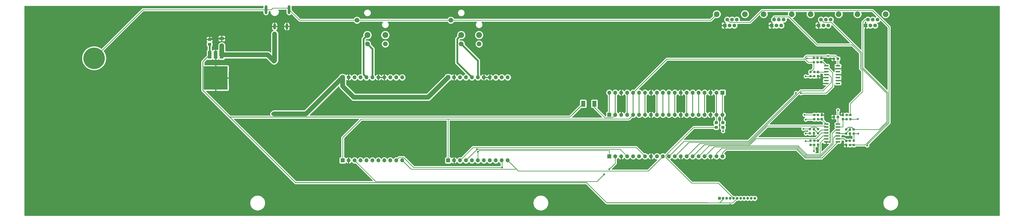
<source format=gbr>
%TF.GenerationSoftware,KiCad,Pcbnew,(5.1.10)-1*%
%TF.CreationDate,2022-05-27T13:17:46-06:00*%
%TF.ProjectId,Lift_02,4c696674-5f30-4322-9e6b-696361645f70,rev?*%
%TF.SameCoordinates,Original*%
%TF.FileFunction,Copper,L1,Top*%
%TF.FilePolarity,Positive*%
%FSLAX46Y46*%
G04 Gerber Fmt 4.6, Leading zero omitted, Abs format (unit mm)*
G04 Created by KiCad (PCBNEW (5.1.10)-1) date 2022-05-27 13:17:46*
%MOMM*%
%LPD*%
G01*
G04 APERTURE LIST*
%TA.AperFunction,ComponentPad*%
%ADD10R,1.200000X1.200000*%
%TD*%
%TA.AperFunction,ComponentPad*%
%ADD11C,1.200000*%
%TD*%
%TA.AperFunction,ComponentPad*%
%ADD12O,1.700000X1.700000*%
%TD*%
%TA.AperFunction,ComponentPad*%
%ADD13R,1.700000X1.700000*%
%TD*%
%TA.AperFunction,ComponentPad*%
%ADD14C,9.200000*%
%TD*%
%TA.AperFunction,SMDPad,CuDef*%
%ADD15R,1.800000X2.540000*%
%TD*%
%TA.AperFunction,SMDPad,CuDef*%
%ADD16R,1.511000X3.300000*%
%TD*%
%TA.AperFunction,SMDPad,CuDef*%
%ADD17R,10.122000X10.020000*%
%TD*%
%TA.AperFunction,ComponentPad*%
%ADD18C,2.000000*%
%TD*%
%TA.AperFunction,ComponentPad*%
%ADD19C,2.500000*%
%TD*%
%TA.AperFunction,ComponentPad*%
%ADD20C,2.400000*%
%TD*%
%TA.AperFunction,ComponentPad*%
%ADD21C,1.600000*%
%TD*%
%TA.AperFunction,ComponentPad*%
%ADD22R,1.600000X1.600000*%
%TD*%
%TA.AperFunction,ComponentPad*%
%ADD23O,2.400000X1.000000*%
%TD*%
%TA.AperFunction,ComponentPad*%
%ADD24O,1.200000X3.800000*%
%TD*%
%TA.AperFunction,ComponentPad*%
%ADD25O,1.200000X2.500000*%
%TD*%
%TA.AperFunction,ViaPad*%
%ADD26C,0.800000*%
%TD*%
%TA.AperFunction,Conductor*%
%ADD27C,2.000000*%
%TD*%
%TA.AperFunction,Conductor*%
%ADD28C,0.800000*%
%TD*%
%TA.AperFunction,Conductor*%
%ADD29C,0.300000*%
%TD*%
%TA.AperFunction,Conductor*%
%ADD30C,0.250000*%
%TD*%
%TA.AperFunction,Conductor*%
%ADD31C,0.254000*%
%TD*%
%TA.AperFunction,Conductor*%
%ADD32C,0.100000*%
%TD*%
G04 APERTURE END LIST*
D10*
%TO.P,J7,1*%
%TO.N,Net-(J7-Pad1)*%
X297000000Y-83000000D03*
D11*
%TO.P,J7,2*%
%TO.N,+5V*%
X298500000Y-83000000D03*
%TO.P,J7,3*%
%TO.N,/Switch_En\u005CDis_Out*%
X300000000Y-83000000D03*
%TO.P,J7,4*%
%TO.N,GND*%
X301500000Y-83000000D03*
%TO.P,J7,5*%
%TO.N,Net-(J7-Pad5)*%
X303000000Y-83000000D03*
%TO.P,J7,6*%
%TO.N,+5V*%
X304500000Y-83000000D03*
%TO.P,J7,7*%
%TO.N,/Switch_Turbo_Out*%
X306000000Y-83000000D03*
%TO.P,J7,8*%
%TO.N,GND*%
X307500000Y-83000000D03*
%TO.P,J7,9*%
%TO.N,/Switch_Up_Out*%
X309000000Y-83000000D03*
%TO.P,J7,10*%
%TO.N,GND*%
X310500000Y-83000000D03*
%TO.P,J7,11*%
%TO.N,/Switch_Down_Out*%
X312000000Y-83000000D03*
%TD*%
%TO.P,C4,2*%
%TO.N,/3V3_OUT*%
%TA.AperFunction,SMDPad,CuDef*%
G36*
G01*
X346925000Y-48437500D02*
X346925000Y-47962500D01*
G75*
G02*
X347162500Y-47725000I237500J0D01*
G01*
X347762500Y-47725000D01*
G75*
G02*
X348000000Y-47962500I0J-237500D01*
G01*
X348000000Y-48437500D01*
G75*
G02*
X347762500Y-48675000I-237500J0D01*
G01*
X347162500Y-48675000D01*
G75*
G02*
X346925000Y-48437500I0J237500D01*
G01*
G37*
%TD.AperFunction*%
%TO.P,C4,1*%
%TO.N,GND*%
%TA.AperFunction,SMDPad,CuDef*%
G36*
G01*
X345200000Y-48437500D02*
X345200000Y-47962500D01*
G75*
G02*
X345437500Y-47725000I237500J0D01*
G01*
X346037500Y-47725000D01*
G75*
G02*
X346275000Y-47962500I0J-237500D01*
G01*
X346275000Y-48437500D01*
G75*
G02*
X346037500Y-48675000I-237500J0D01*
G01*
X345437500Y-48675000D01*
G75*
G02*
X345200000Y-48437500I0J237500D01*
G01*
G37*
%TD.AperFunction*%
%TD*%
%TO.P,C3,2*%
%TO.N,/3V3_OUT*%
%TA.AperFunction,SMDPad,CuDef*%
G36*
G01*
X346925000Y-23437500D02*
X346925000Y-22962500D01*
G75*
G02*
X347162500Y-22725000I237500J0D01*
G01*
X347762500Y-22725000D01*
G75*
G02*
X348000000Y-22962500I0J-237500D01*
G01*
X348000000Y-23437500D01*
G75*
G02*
X347762500Y-23675000I-237500J0D01*
G01*
X347162500Y-23675000D01*
G75*
G02*
X346925000Y-23437500I0J237500D01*
G01*
G37*
%TD.AperFunction*%
%TO.P,C3,1*%
%TO.N,GND*%
%TA.AperFunction,SMDPad,CuDef*%
G36*
G01*
X345200000Y-23437500D02*
X345200000Y-22962500D01*
G75*
G02*
X345437500Y-22725000I237500J0D01*
G01*
X346037500Y-22725000D01*
G75*
G02*
X346275000Y-22962500I0J-237500D01*
G01*
X346275000Y-23437500D01*
G75*
G02*
X346037500Y-23675000I-237500J0D01*
G01*
X345437500Y-23675000D01*
G75*
G02*
X345200000Y-23437500I0J237500D01*
G01*
G37*
%TD.AperFunction*%
%TD*%
%TO.P,R8,2*%
%TO.N,/Switch_Up_Out*%
%TA.AperFunction,SMDPad,CuDef*%
G36*
G01*
X337637500Y-47775000D02*
X337162500Y-47775000D01*
G75*
G02*
X336925000Y-47537500I0J237500D01*
G01*
X336925000Y-47037500D01*
G75*
G02*
X337162500Y-46800000I237500J0D01*
G01*
X337637500Y-46800000D01*
G75*
G02*
X337875000Y-47037500I0J-237500D01*
G01*
X337875000Y-47537500D01*
G75*
G02*
X337637500Y-47775000I-237500J0D01*
G01*
G37*
%TD.AperFunction*%
%TO.P,R8,1*%
%TO.N,/3V3_OUT*%
%TA.AperFunction,SMDPad,CuDef*%
G36*
G01*
X337637500Y-49600000D02*
X337162500Y-49600000D01*
G75*
G02*
X336925000Y-49362500I0J237500D01*
G01*
X336925000Y-48862500D01*
G75*
G02*
X337162500Y-48625000I237500J0D01*
G01*
X337637500Y-48625000D01*
G75*
G02*
X337875000Y-48862500I0J-237500D01*
G01*
X337875000Y-49362500D01*
G75*
G02*
X337637500Y-49600000I-237500J0D01*
G01*
G37*
%TD.AperFunction*%
%TD*%
%TO.P,R5,2*%
%TO.N,/Switch_Up_Out*%
%TA.AperFunction,SMDPad,CuDef*%
G36*
G01*
X339237500Y-47775000D02*
X338762500Y-47775000D01*
G75*
G02*
X338525000Y-47537500I0J237500D01*
G01*
X338525000Y-47037500D01*
G75*
G02*
X338762500Y-46800000I237500J0D01*
G01*
X339237500Y-46800000D01*
G75*
G02*
X339475000Y-47037500I0J-237500D01*
G01*
X339475000Y-47537500D01*
G75*
G02*
X339237500Y-47775000I-237500J0D01*
G01*
G37*
%TD.AperFunction*%
%TO.P,R5,1*%
%TO.N,/Schmitt-Trigger_circuit/ST-RC_Circuit/1-1_OUT*%
%TA.AperFunction,SMDPad,CuDef*%
G36*
G01*
X339237500Y-49600000D02*
X338762500Y-49600000D01*
G75*
G02*
X338525000Y-49362500I0J237500D01*
G01*
X338525000Y-48862500D01*
G75*
G02*
X338762500Y-48625000I237500J0D01*
G01*
X339237500Y-48625000D01*
G75*
G02*
X339475000Y-48862500I0J-237500D01*
G01*
X339475000Y-49362500D01*
G75*
G02*
X339237500Y-49600000I-237500J0D01*
G01*
G37*
%TD.AperFunction*%
%TD*%
%TO.P,R18,2*%
%TO.N,/Switch_Limit4_Out*%
%TA.AperFunction,SMDPad,CuDef*%
G36*
G01*
X352337500Y-59675000D02*
X352812500Y-59675000D01*
G75*
G02*
X353050000Y-59912500I0J-237500D01*
G01*
X353050000Y-60412500D01*
G75*
G02*
X352812500Y-60650000I-237500J0D01*
G01*
X352337500Y-60650000D01*
G75*
G02*
X352100000Y-60412500I0J237500D01*
G01*
X352100000Y-59912500D01*
G75*
G02*
X352337500Y-59675000I237500J0D01*
G01*
G37*
%TD.AperFunction*%
%TO.P,R18,1*%
%TO.N,/Schmitt-Trigger_circuit/ST-RC_Circuit/1-6_OUT*%
%TA.AperFunction,SMDPad,CuDef*%
G36*
G01*
X352337500Y-57850000D02*
X352812500Y-57850000D01*
G75*
G02*
X353050000Y-58087500I0J-237500D01*
G01*
X353050000Y-58587500D01*
G75*
G02*
X352812500Y-58825000I-237500J0D01*
G01*
X352337500Y-58825000D01*
G75*
G02*
X352100000Y-58587500I0J237500D01*
G01*
X352100000Y-58087500D01*
G75*
G02*
X352337500Y-57850000I237500J0D01*
G01*
G37*
%TD.AperFunction*%
%TD*%
%TO.P,R17,2*%
%TO.N,/Switch_Limit1_Out*%
%TA.AperFunction,SMDPad,CuDef*%
G36*
G01*
X337162500Y-59637500D02*
X337637500Y-59637500D01*
G75*
G02*
X337875000Y-59875000I0J-237500D01*
G01*
X337875000Y-60375000D01*
G75*
G02*
X337637500Y-60612500I-237500J0D01*
G01*
X337162500Y-60612500D01*
G75*
G02*
X336925000Y-60375000I0J237500D01*
G01*
X336925000Y-59875000D01*
G75*
G02*
X337162500Y-59637500I237500J0D01*
G01*
G37*
%TD.AperFunction*%
%TO.P,R17,1*%
%TO.N,/Schmitt-Trigger_circuit/ST-RC_Circuit/1-3_OUT*%
%TA.AperFunction,SMDPad,CuDef*%
G36*
G01*
X337162500Y-57812500D02*
X337637500Y-57812500D01*
G75*
G02*
X337875000Y-58050000I0J-237500D01*
G01*
X337875000Y-58550000D01*
G75*
G02*
X337637500Y-58787500I-237500J0D01*
G01*
X337162500Y-58787500D01*
G75*
G02*
X336925000Y-58550000I0J237500D01*
G01*
X336925000Y-58050000D01*
G75*
G02*
X337162500Y-57812500I237500J0D01*
G01*
G37*
%TD.AperFunction*%
%TD*%
%TO.P,R16,2*%
%TO.N,/Switch_Limit4_Out*%
%TA.AperFunction,SMDPad,CuDef*%
G36*
G01*
X354012500Y-59675000D02*
X354487500Y-59675000D01*
G75*
G02*
X354725000Y-59912500I0J-237500D01*
G01*
X354725000Y-60412500D01*
G75*
G02*
X354487500Y-60650000I-237500J0D01*
G01*
X354012500Y-60650000D01*
G75*
G02*
X353775000Y-60412500I0J237500D01*
G01*
X353775000Y-59912500D01*
G75*
G02*
X354012500Y-59675000I237500J0D01*
G01*
G37*
%TD.AperFunction*%
%TO.P,R16,1*%
%TO.N,/3V3_OUT*%
%TA.AperFunction,SMDPad,CuDef*%
G36*
G01*
X354012500Y-57850000D02*
X354487500Y-57850000D01*
G75*
G02*
X354725000Y-58087500I0J-237500D01*
G01*
X354725000Y-58587500D01*
G75*
G02*
X354487500Y-58825000I-237500J0D01*
G01*
X354012500Y-58825000D01*
G75*
G02*
X353775000Y-58587500I0J237500D01*
G01*
X353775000Y-58087500D01*
G75*
G02*
X354012500Y-57850000I237500J0D01*
G01*
G37*
%TD.AperFunction*%
%TD*%
%TO.P,R15,2*%
%TO.N,/Switch_Turbo_Out*%
%TA.AperFunction,SMDPad,CuDef*%
G36*
G01*
X337162500Y-30225000D02*
X337637500Y-30225000D01*
G75*
G02*
X337875000Y-30462500I0J-237500D01*
G01*
X337875000Y-30962500D01*
G75*
G02*
X337637500Y-31200000I-237500J0D01*
G01*
X337162500Y-31200000D01*
G75*
G02*
X336925000Y-30962500I0J237500D01*
G01*
X336925000Y-30462500D01*
G75*
G02*
X337162500Y-30225000I237500J0D01*
G01*
G37*
%TD.AperFunction*%
%TO.P,R15,1*%
%TO.N,/Schmitt-Trigger_circuit/ST-RC_Circuit/2-2_OUT*%
%TA.AperFunction,SMDPad,CuDef*%
G36*
G01*
X337162500Y-28400000D02*
X337637500Y-28400000D01*
G75*
G02*
X337875000Y-28637500I0J-237500D01*
G01*
X337875000Y-29137500D01*
G75*
G02*
X337637500Y-29375000I-237500J0D01*
G01*
X337162500Y-29375000D01*
G75*
G02*
X336925000Y-29137500I0J237500D01*
G01*
X336925000Y-28637500D01*
G75*
G02*
X337162500Y-28400000I237500J0D01*
G01*
G37*
%TD.AperFunction*%
%TD*%
%TO.P,R14,2*%
%TO.N,/Switch_Limit1_Out*%
%TA.AperFunction,SMDPad,CuDef*%
G36*
G01*
X335562500Y-59625000D02*
X336037500Y-59625000D01*
G75*
G02*
X336275000Y-59862500I0J-237500D01*
G01*
X336275000Y-60362500D01*
G75*
G02*
X336037500Y-60600000I-237500J0D01*
G01*
X335562500Y-60600000D01*
G75*
G02*
X335325000Y-60362500I0J237500D01*
G01*
X335325000Y-59862500D01*
G75*
G02*
X335562500Y-59625000I237500J0D01*
G01*
G37*
%TD.AperFunction*%
%TO.P,R14,1*%
%TO.N,/3V3_OUT*%
%TA.AperFunction,SMDPad,CuDef*%
G36*
G01*
X335562500Y-57800000D02*
X336037500Y-57800000D01*
G75*
G02*
X336275000Y-58037500I0J-237500D01*
G01*
X336275000Y-58537500D01*
G75*
G02*
X336037500Y-58775000I-237500J0D01*
G01*
X335562500Y-58775000D01*
G75*
G02*
X335325000Y-58537500I0J237500D01*
G01*
X335325000Y-58037500D01*
G75*
G02*
X335562500Y-57800000I237500J0D01*
G01*
G37*
%TD.AperFunction*%
%TD*%
%TO.P,R13,2*%
%TO.N,/Switch_Limit3_Out*%
%TA.AperFunction,SMDPad,CuDef*%
G36*
G01*
X351237500Y-53975000D02*
X350762500Y-53975000D01*
G75*
G02*
X350525000Y-53737500I0J237500D01*
G01*
X350525000Y-53237500D01*
G75*
G02*
X350762500Y-53000000I237500J0D01*
G01*
X351237500Y-53000000D01*
G75*
G02*
X351475000Y-53237500I0J-237500D01*
G01*
X351475000Y-53737500D01*
G75*
G02*
X351237500Y-53975000I-237500J0D01*
G01*
G37*
%TD.AperFunction*%
%TO.P,R13,1*%
%TO.N,/Schmitt-Trigger_circuit/ST-RC_Circuit/1-5_OUT*%
%TA.AperFunction,SMDPad,CuDef*%
G36*
G01*
X351237500Y-55800000D02*
X350762500Y-55800000D01*
G75*
G02*
X350525000Y-55562500I0J237500D01*
G01*
X350525000Y-55062500D01*
G75*
G02*
X350762500Y-54825000I237500J0D01*
G01*
X351237500Y-54825000D01*
G75*
G02*
X351475000Y-55062500I0J-237500D01*
G01*
X351475000Y-55562500D01*
G75*
G02*
X351237500Y-55800000I-237500J0D01*
G01*
G37*
%TD.AperFunction*%
%TD*%
%TO.P,R12,2*%
%TO.N,/Switch_Down_Out*%
%TA.AperFunction,SMDPad,CuDef*%
G36*
G01*
X339237500Y-53825000D02*
X338762500Y-53825000D01*
G75*
G02*
X338525000Y-53587500I0J237500D01*
G01*
X338525000Y-53087500D01*
G75*
G02*
X338762500Y-52850000I237500J0D01*
G01*
X339237500Y-52850000D01*
G75*
G02*
X339475000Y-53087500I0J-237500D01*
G01*
X339475000Y-53587500D01*
G75*
G02*
X339237500Y-53825000I-237500J0D01*
G01*
G37*
%TD.AperFunction*%
%TO.P,R12,1*%
%TO.N,/Schmitt-Trigger_circuit/ST-RC_Circuit/1-2_OUT*%
%TA.AperFunction,SMDPad,CuDef*%
G36*
G01*
X339237500Y-55650000D02*
X338762500Y-55650000D01*
G75*
G02*
X338525000Y-55412500I0J237500D01*
G01*
X338525000Y-54912500D01*
G75*
G02*
X338762500Y-54675000I237500J0D01*
G01*
X339237500Y-54675000D01*
G75*
G02*
X339475000Y-54912500I0J-237500D01*
G01*
X339475000Y-55412500D01*
G75*
G02*
X339237500Y-55650000I-237500J0D01*
G01*
G37*
%TD.AperFunction*%
%TD*%
%TO.P,R11,2*%
%TO.N,/Switch_Turbo_Out*%
%TA.AperFunction,SMDPad,CuDef*%
G36*
G01*
X335562500Y-30225000D02*
X336037500Y-30225000D01*
G75*
G02*
X336275000Y-30462500I0J-237500D01*
G01*
X336275000Y-30962500D01*
G75*
G02*
X336037500Y-31200000I-237500J0D01*
G01*
X335562500Y-31200000D01*
G75*
G02*
X335325000Y-30962500I0J237500D01*
G01*
X335325000Y-30462500D01*
G75*
G02*
X335562500Y-30225000I237500J0D01*
G01*
G37*
%TD.AperFunction*%
%TO.P,R11,1*%
%TO.N,/3V3_OUT*%
%TA.AperFunction,SMDPad,CuDef*%
G36*
G01*
X335562500Y-28400000D02*
X336037500Y-28400000D01*
G75*
G02*
X336275000Y-28637500I0J-237500D01*
G01*
X336275000Y-29137500D01*
G75*
G02*
X336037500Y-29375000I-237500J0D01*
G01*
X335562500Y-29375000D01*
G75*
G02*
X335325000Y-29137500I0J237500D01*
G01*
X335325000Y-28637500D01*
G75*
G02*
X335562500Y-28400000I237500J0D01*
G01*
G37*
%TD.AperFunction*%
%TD*%
%TO.P,R10,2*%
%TO.N,/Switch_Limit3_Out*%
%TA.AperFunction,SMDPad,CuDef*%
G36*
G01*
X354437500Y-53975000D02*
X353962500Y-53975000D01*
G75*
G02*
X353725000Y-53737500I0J237500D01*
G01*
X353725000Y-53237500D01*
G75*
G02*
X353962500Y-53000000I237500J0D01*
G01*
X354437500Y-53000000D01*
G75*
G02*
X354675000Y-53237500I0J-237500D01*
G01*
X354675000Y-53737500D01*
G75*
G02*
X354437500Y-53975000I-237500J0D01*
G01*
G37*
%TD.AperFunction*%
%TO.P,R10,1*%
%TO.N,/3V3_OUT*%
%TA.AperFunction,SMDPad,CuDef*%
G36*
G01*
X354437500Y-55800000D02*
X353962500Y-55800000D01*
G75*
G02*
X353725000Y-55562500I0J237500D01*
G01*
X353725000Y-55062500D01*
G75*
G02*
X353962500Y-54825000I237500J0D01*
G01*
X354437500Y-54825000D01*
G75*
G02*
X354675000Y-55062500I0J-237500D01*
G01*
X354675000Y-55562500D01*
G75*
G02*
X354437500Y-55800000I-237500J0D01*
G01*
G37*
%TD.AperFunction*%
%TD*%
%TO.P,R9,2*%
%TO.N,/Switch_Down_Out*%
%TA.AperFunction,SMDPad,CuDef*%
G36*
G01*
X335737500Y-53825000D02*
X335262500Y-53825000D01*
G75*
G02*
X335025000Y-53587500I0J237500D01*
G01*
X335025000Y-53087500D01*
G75*
G02*
X335262500Y-52850000I237500J0D01*
G01*
X335737500Y-52850000D01*
G75*
G02*
X335975000Y-53087500I0J-237500D01*
G01*
X335975000Y-53587500D01*
G75*
G02*
X335737500Y-53825000I-237500J0D01*
G01*
G37*
%TD.AperFunction*%
%TO.P,R9,1*%
%TO.N,/3V3_OUT*%
%TA.AperFunction,SMDPad,CuDef*%
G36*
G01*
X335737500Y-55650000D02*
X335262500Y-55650000D01*
G75*
G02*
X335025000Y-55412500I0J237500D01*
G01*
X335025000Y-54912500D01*
G75*
G02*
X335262500Y-54675000I237500J0D01*
G01*
X335737500Y-54675000D01*
G75*
G02*
X335975000Y-54912500I0J-237500D01*
G01*
X335975000Y-55412500D01*
G75*
G02*
X335737500Y-55650000I-237500J0D01*
G01*
G37*
%TD.AperFunction*%
%TD*%
%TO.P,R7,2*%
%TO.N,/Switch_En\u005CDis_Out*%
%TA.AperFunction,SMDPad,CuDef*%
G36*
G01*
X339037500Y-23375000D02*
X338562500Y-23375000D01*
G75*
G02*
X338325000Y-23137500I0J237500D01*
G01*
X338325000Y-22637500D01*
G75*
G02*
X338562500Y-22400000I237500J0D01*
G01*
X339037500Y-22400000D01*
G75*
G02*
X339275000Y-22637500I0J-237500D01*
G01*
X339275000Y-23137500D01*
G75*
G02*
X339037500Y-23375000I-237500J0D01*
G01*
G37*
%TD.AperFunction*%
%TO.P,R7,1*%
%TO.N,/Schmitt-Trigger_circuit/ST-RC_Circuit/2-1_OUT*%
%TA.AperFunction,SMDPad,CuDef*%
G36*
G01*
X339037500Y-25200000D02*
X338562500Y-25200000D01*
G75*
G02*
X338325000Y-24962500I0J237500D01*
G01*
X338325000Y-24462500D01*
G75*
G02*
X338562500Y-24225000I237500J0D01*
G01*
X339037500Y-24225000D01*
G75*
G02*
X339275000Y-24462500I0J-237500D01*
G01*
X339275000Y-24962500D01*
G75*
G02*
X339037500Y-25200000I-237500J0D01*
G01*
G37*
%TD.AperFunction*%
%TD*%
%TO.P,R6,2*%
%TO.N,/Switch_Limit2_Out*%
%TA.AperFunction,SMDPad,CuDef*%
G36*
G01*
X351437500Y-47775000D02*
X350962500Y-47775000D01*
G75*
G02*
X350725000Y-47537500I0J237500D01*
G01*
X350725000Y-47037500D01*
G75*
G02*
X350962500Y-46800000I237500J0D01*
G01*
X351437500Y-46800000D01*
G75*
G02*
X351675000Y-47037500I0J-237500D01*
G01*
X351675000Y-47537500D01*
G75*
G02*
X351437500Y-47775000I-237500J0D01*
G01*
G37*
%TD.AperFunction*%
%TO.P,R6,1*%
%TO.N,/Schmitt-Trigger_circuit/ST-RC_Circuit/1-4_OUT*%
%TA.AperFunction,SMDPad,CuDef*%
G36*
G01*
X351437500Y-49600000D02*
X350962500Y-49600000D01*
G75*
G02*
X350725000Y-49362500I0J237500D01*
G01*
X350725000Y-48862500D01*
G75*
G02*
X350962500Y-48625000I237500J0D01*
G01*
X351437500Y-48625000D01*
G75*
G02*
X351675000Y-48862500I0J-237500D01*
G01*
X351675000Y-49362500D01*
G75*
G02*
X351437500Y-49600000I-237500J0D01*
G01*
G37*
%TD.AperFunction*%
%TD*%
%TO.P,R4,2*%
%TO.N,/Switch_En\u005CDis_Out*%
%TA.AperFunction,SMDPad,CuDef*%
G36*
G01*
X337437500Y-23375000D02*
X336962500Y-23375000D01*
G75*
G02*
X336725000Y-23137500I0J237500D01*
G01*
X336725000Y-22637500D01*
G75*
G02*
X336962500Y-22400000I237500J0D01*
G01*
X337437500Y-22400000D01*
G75*
G02*
X337675000Y-22637500I0J-237500D01*
G01*
X337675000Y-23137500D01*
G75*
G02*
X337437500Y-23375000I-237500J0D01*
G01*
G37*
%TD.AperFunction*%
%TO.P,R4,1*%
%TO.N,/3V3_OUT*%
%TA.AperFunction,SMDPad,CuDef*%
G36*
G01*
X337437500Y-25200000D02*
X336962500Y-25200000D01*
G75*
G02*
X336725000Y-24962500I0J237500D01*
G01*
X336725000Y-24462500D01*
G75*
G02*
X336962500Y-24225000I237500J0D01*
G01*
X337437500Y-24225000D01*
G75*
G02*
X337675000Y-24462500I0J-237500D01*
G01*
X337675000Y-24962500D01*
G75*
G02*
X337437500Y-25200000I-237500J0D01*
G01*
G37*
%TD.AperFunction*%
%TD*%
%TO.P,R3,2*%
%TO.N,/Switch_Limit2_Out*%
%TA.AperFunction,SMDPad,CuDef*%
G36*
G01*
X353037500Y-47775000D02*
X352562500Y-47775000D01*
G75*
G02*
X352325000Y-47537500I0J237500D01*
G01*
X352325000Y-47037500D01*
G75*
G02*
X352562500Y-46800000I237500J0D01*
G01*
X353037500Y-46800000D01*
G75*
G02*
X353275000Y-47037500I0J-237500D01*
G01*
X353275000Y-47537500D01*
G75*
G02*
X353037500Y-47775000I-237500J0D01*
G01*
G37*
%TD.AperFunction*%
%TO.P,R3,1*%
%TO.N,/3V3_OUT*%
%TA.AperFunction,SMDPad,CuDef*%
G36*
G01*
X353037500Y-49600000D02*
X352562500Y-49600000D01*
G75*
G02*
X352325000Y-49362500I0J237500D01*
G01*
X352325000Y-48862500D01*
G75*
G02*
X352562500Y-48625000I237500J0D01*
G01*
X353037500Y-48625000D01*
G75*
G02*
X353275000Y-48862500I0J-237500D01*
G01*
X353275000Y-49362500D01*
G75*
G02*
X353037500Y-49600000I-237500J0D01*
G01*
G37*
%TD.AperFunction*%
%TD*%
%TO.P,C12,2*%
%TO.N,GND*%
%TA.AperFunction,SMDPad,CuDef*%
G36*
G01*
X350762500Y-59575000D02*
X351237500Y-59575000D01*
G75*
G02*
X351475000Y-59812500I0J-237500D01*
G01*
X351475000Y-60412500D01*
G75*
G02*
X351237500Y-60650000I-237500J0D01*
G01*
X350762500Y-60650000D01*
G75*
G02*
X350525000Y-60412500I0J237500D01*
G01*
X350525000Y-59812500D01*
G75*
G02*
X350762500Y-59575000I237500J0D01*
G01*
G37*
%TD.AperFunction*%
%TO.P,C12,1*%
%TO.N,/Schmitt-Trigger_circuit/ST-RC_Circuit/1-6_OUT*%
%TA.AperFunction,SMDPad,CuDef*%
G36*
G01*
X350762500Y-57850000D02*
X351237500Y-57850000D01*
G75*
G02*
X351475000Y-58087500I0J-237500D01*
G01*
X351475000Y-58687500D01*
G75*
G02*
X351237500Y-58925000I-237500J0D01*
G01*
X350762500Y-58925000D01*
G75*
G02*
X350525000Y-58687500I0J237500D01*
G01*
X350525000Y-58087500D01*
G75*
G02*
X350762500Y-57850000I237500J0D01*
G01*
G37*
%TD.AperFunction*%
%TD*%
%TO.P,C11,2*%
%TO.N,GND*%
%TA.AperFunction,SMDPad,CuDef*%
G36*
G01*
X338762500Y-59525000D02*
X339237500Y-59525000D01*
G75*
G02*
X339475000Y-59762500I0J-237500D01*
G01*
X339475000Y-60362500D01*
G75*
G02*
X339237500Y-60600000I-237500J0D01*
G01*
X338762500Y-60600000D01*
G75*
G02*
X338525000Y-60362500I0J237500D01*
G01*
X338525000Y-59762500D01*
G75*
G02*
X338762500Y-59525000I237500J0D01*
G01*
G37*
%TD.AperFunction*%
%TO.P,C11,1*%
%TO.N,/Schmitt-Trigger_circuit/ST-RC_Circuit/1-3_OUT*%
%TA.AperFunction,SMDPad,CuDef*%
G36*
G01*
X338762500Y-57800000D02*
X339237500Y-57800000D01*
G75*
G02*
X339475000Y-58037500I0J-237500D01*
G01*
X339475000Y-58637500D01*
G75*
G02*
X339237500Y-58875000I-237500J0D01*
G01*
X338762500Y-58875000D01*
G75*
G02*
X338525000Y-58637500I0J237500D01*
G01*
X338525000Y-58037500D01*
G75*
G02*
X338762500Y-57800000I237500J0D01*
G01*
G37*
%TD.AperFunction*%
%TD*%
%TO.P,C10,2*%
%TO.N,GND*%
%TA.AperFunction,SMDPad,CuDef*%
G36*
G01*
X338762500Y-30125000D02*
X339237500Y-30125000D01*
G75*
G02*
X339475000Y-30362500I0J-237500D01*
G01*
X339475000Y-30962500D01*
G75*
G02*
X339237500Y-31200000I-237500J0D01*
G01*
X338762500Y-31200000D01*
G75*
G02*
X338525000Y-30962500I0J237500D01*
G01*
X338525000Y-30362500D01*
G75*
G02*
X338762500Y-30125000I237500J0D01*
G01*
G37*
%TD.AperFunction*%
%TO.P,C10,1*%
%TO.N,/Schmitt-Trigger_circuit/ST-RC_Circuit/2-2_OUT*%
%TA.AperFunction,SMDPad,CuDef*%
G36*
G01*
X338762500Y-28400000D02*
X339237500Y-28400000D01*
G75*
G02*
X339475000Y-28637500I0J-237500D01*
G01*
X339475000Y-29237500D01*
G75*
G02*
X339237500Y-29475000I-237500J0D01*
G01*
X338762500Y-29475000D01*
G75*
G02*
X338525000Y-29237500I0J237500D01*
G01*
X338525000Y-28637500D01*
G75*
G02*
X338762500Y-28400000I237500J0D01*
G01*
G37*
%TD.AperFunction*%
%TD*%
%TO.P,C9,2*%
%TO.N,GND*%
%TA.AperFunction,SMDPad,CuDef*%
G36*
G01*
X352362500Y-54725000D02*
X352837500Y-54725000D01*
G75*
G02*
X353075000Y-54962500I0J-237500D01*
G01*
X353075000Y-55562500D01*
G75*
G02*
X352837500Y-55800000I-237500J0D01*
G01*
X352362500Y-55800000D01*
G75*
G02*
X352125000Y-55562500I0J237500D01*
G01*
X352125000Y-54962500D01*
G75*
G02*
X352362500Y-54725000I237500J0D01*
G01*
G37*
%TD.AperFunction*%
%TO.P,C9,1*%
%TO.N,/Schmitt-Trigger_circuit/ST-RC_Circuit/1-5_OUT*%
%TA.AperFunction,SMDPad,CuDef*%
G36*
G01*
X352362500Y-53000000D02*
X352837500Y-53000000D01*
G75*
G02*
X353075000Y-53237500I0J-237500D01*
G01*
X353075000Y-53837500D01*
G75*
G02*
X352837500Y-54075000I-237500J0D01*
G01*
X352362500Y-54075000D01*
G75*
G02*
X352125000Y-53837500I0J237500D01*
G01*
X352125000Y-53237500D01*
G75*
G02*
X352362500Y-53000000I237500J0D01*
G01*
G37*
%TD.AperFunction*%
%TD*%
%TO.P,C8,2*%
%TO.N,GND*%
%TA.AperFunction,SMDPad,CuDef*%
G36*
G01*
X337012500Y-54575000D02*
X337487500Y-54575000D01*
G75*
G02*
X337725000Y-54812500I0J-237500D01*
G01*
X337725000Y-55412500D01*
G75*
G02*
X337487500Y-55650000I-237500J0D01*
G01*
X337012500Y-55650000D01*
G75*
G02*
X336775000Y-55412500I0J237500D01*
G01*
X336775000Y-54812500D01*
G75*
G02*
X337012500Y-54575000I237500J0D01*
G01*
G37*
%TD.AperFunction*%
%TO.P,C8,1*%
%TO.N,/Schmitt-Trigger_circuit/ST-RC_Circuit/1-2_OUT*%
%TA.AperFunction,SMDPad,CuDef*%
G36*
G01*
X337012500Y-52850000D02*
X337487500Y-52850000D01*
G75*
G02*
X337725000Y-53087500I0J-237500D01*
G01*
X337725000Y-53687500D01*
G75*
G02*
X337487500Y-53925000I-237500J0D01*
G01*
X337012500Y-53925000D01*
G75*
G02*
X336775000Y-53687500I0J237500D01*
G01*
X336775000Y-53087500D01*
G75*
G02*
X337012500Y-52850000I237500J0D01*
G01*
G37*
%TD.AperFunction*%
%TD*%
%TO.P,C7,2*%
%TO.N,GND*%
%TA.AperFunction,SMDPad,CuDef*%
G36*
G01*
X340637500Y-23475000D02*
X340162500Y-23475000D01*
G75*
G02*
X339925000Y-23237500I0J237500D01*
G01*
X339925000Y-22637500D01*
G75*
G02*
X340162500Y-22400000I237500J0D01*
G01*
X340637500Y-22400000D01*
G75*
G02*
X340875000Y-22637500I0J-237500D01*
G01*
X340875000Y-23237500D01*
G75*
G02*
X340637500Y-23475000I-237500J0D01*
G01*
G37*
%TD.AperFunction*%
%TO.P,C7,1*%
%TO.N,/Schmitt-Trigger_circuit/ST-RC_Circuit/2-1_OUT*%
%TA.AperFunction,SMDPad,CuDef*%
G36*
G01*
X340637500Y-25200000D02*
X340162500Y-25200000D01*
G75*
G02*
X339925000Y-24962500I0J237500D01*
G01*
X339925000Y-24362500D01*
G75*
G02*
X340162500Y-24125000I237500J0D01*
G01*
X340637500Y-24125000D01*
G75*
G02*
X340875000Y-24362500I0J-237500D01*
G01*
X340875000Y-24962500D01*
G75*
G02*
X340637500Y-25200000I-237500J0D01*
G01*
G37*
%TD.AperFunction*%
%TD*%
%TO.P,C6,2*%
%TO.N,GND*%
%TA.AperFunction,SMDPad,CuDef*%
G36*
G01*
X349837500Y-47875000D02*
X349362500Y-47875000D01*
G75*
G02*
X349125000Y-47637500I0J237500D01*
G01*
X349125000Y-47037500D01*
G75*
G02*
X349362500Y-46800000I237500J0D01*
G01*
X349837500Y-46800000D01*
G75*
G02*
X350075000Y-47037500I0J-237500D01*
G01*
X350075000Y-47637500D01*
G75*
G02*
X349837500Y-47875000I-237500J0D01*
G01*
G37*
%TD.AperFunction*%
%TO.P,C6,1*%
%TO.N,/Schmitt-Trigger_circuit/ST-RC_Circuit/1-4_OUT*%
%TA.AperFunction,SMDPad,CuDef*%
G36*
G01*
X349837500Y-49600000D02*
X349362500Y-49600000D01*
G75*
G02*
X349125000Y-49362500I0J237500D01*
G01*
X349125000Y-48762500D01*
G75*
G02*
X349362500Y-48525000I237500J0D01*
G01*
X349837500Y-48525000D01*
G75*
G02*
X350075000Y-48762500I0J-237500D01*
G01*
X350075000Y-49362500D01*
G75*
G02*
X349837500Y-49600000I-237500J0D01*
G01*
G37*
%TD.AperFunction*%
%TD*%
%TO.P,C5,2*%
%TO.N,GND*%
%TA.AperFunction,SMDPad,CuDef*%
G36*
G01*
X340837500Y-47875000D02*
X340362500Y-47875000D01*
G75*
G02*
X340125000Y-47637500I0J237500D01*
G01*
X340125000Y-47037500D01*
G75*
G02*
X340362500Y-46800000I237500J0D01*
G01*
X340837500Y-46800000D01*
G75*
G02*
X341075000Y-47037500I0J-237500D01*
G01*
X341075000Y-47637500D01*
G75*
G02*
X340837500Y-47875000I-237500J0D01*
G01*
G37*
%TD.AperFunction*%
%TO.P,C5,1*%
%TO.N,/Schmitt-Trigger_circuit/ST-RC_Circuit/1-1_OUT*%
%TA.AperFunction,SMDPad,CuDef*%
G36*
G01*
X340837500Y-49600000D02*
X340362500Y-49600000D01*
G75*
G02*
X340125000Y-49362500I0J237500D01*
G01*
X340125000Y-48762500D01*
G75*
G02*
X340362500Y-48525000I237500J0D01*
G01*
X340837500Y-48525000D01*
G75*
G02*
X341075000Y-48762500I0J-237500D01*
G01*
X341075000Y-49362500D01*
G75*
G02*
X340837500Y-49600000I-237500J0D01*
G01*
G37*
%TD.AperFunction*%
%TD*%
D12*
%TO.P,J14,11*%
%TO.N,Net-(J14-Pad11)*%
X206650000Y-31190000D03*
%TO.P,J14,10*%
%TO.N,Net-(J14-Pad10)*%
X204110000Y-31190000D03*
%TO.P,J14,9*%
%TO.N,Net-(J14-Pad9)*%
X201570000Y-31190000D03*
%TO.P,J14,8*%
%TO.N,GND*%
X199030000Y-31190000D03*
%TO.P,J14,7*%
X196490000Y-31190000D03*
%TO.P,J14,6*%
%TO.N,/A1-2*%
X193950000Y-31190000D03*
%TO.P,J14,5*%
%TO.N,/A2-2*%
X191410000Y-31190000D03*
%TO.P,J14,4*%
%TO.N,/B1-2*%
X188870000Y-31190000D03*
%TO.P,J14,3*%
%TO.N,/B2-2*%
X186330000Y-31190000D03*
%TO.P,J14,2*%
%TO.N,GND*%
X183790000Y-31190000D03*
D13*
%TO.P,J14,1*%
%TO.N,+24V*%
X181250000Y-31190000D03*
%TD*%
D12*
%TO.P,J13,11*%
%TO.N,/GP7*%
X206650000Y-66750000D03*
%TO.P,J13,10*%
%TO.N,/GP6*%
X204110000Y-66750000D03*
%TO.P,J13,9*%
%TO.N,/GP4*%
X201570000Y-66750000D03*
%TO.P,J13,8*%
%TO.N,Net-(J13-Pad8)*%
X199030000Y-66750000D03*
%TO.P,J13,7*%
%TO.N,Net-(J13-Pad7)*%
X196490000Y-66750000D03*
%TO.P,J13,6*%
%TO.N,/SPI_RX*%
X193950000Y-66750000D03*
%TO.P,J13,5*%
%TO.N,/SPI_TX*%
X191410000Y-66750000D03*
%TO.P,J13,4*%
%TO.N,/SPI_SCK*%
X188870000Y-66750000D03*
%TO.P,J13,3*%
%TO.N,/SPI_CS_2*%
X186330000Y-66750000D03*
%TO.P,J13,2*%
%TO.N,GND*%
X183790000Y-66750000D03*
D13*
%TO.P,J13,1*%
%TO.N,/3V3_OUT*%
X181250000Y-66750000D03*
%TD*%
D12*
%TO.P,J10,11*%
%TO.N,Net-(J10-Pad11)*%
X161650000Y-31190000D03*
%TO.P,J10,10*%
%TO.N,Net-(J10-Pad10)*%
X159110000Y-31190000D03*
%TO.P,J10,9*%
%TO.N,Net-(J10-Pad9)*%
X156570000Y-31190000D03*
%TO.P,J10,8*%
%TO.N,GND*%
X154030000Y-31190000D03*
%TO.P,J10,7*%
X151490000Y-31190000D03*
%TO.P,J10,6*%
%TO.N,/A1*%
X148950000Y-31190000D03*
%TO.P,J10,5*%
%TO.N,/A2*%
X146410000Y-31190000D03*
%TO.P,J10,4*%
%TO.N,/B1*%
X143870000Y-31190000D03*
%TO.P,J10,3*%
%TO.N,/B2*%
X141330000Y-31190000D03*
%TO.P,J10,2*%
%TO.N,GND*%
X138790000Y-31190000D03*
D13*
%TO.P,J10,1*%
%TO.N,+24V*%
X136250000Y-31190000D03*
%TD*%
D12*
%TO.P,J8,11*%
%TO.N,/GP7*%
X161650000Y-66750000D03*
%TO.P,J8,10*%
%TO.N,/GP6*%
X159110000Y-66750000D03*
%TO.P,J8,9*%
%TO.N,/GP4*%
X156570000Y-66750000D03*
%TO.P,J8,8*%
%TO.N,Net-(J8-Pad8)*%
X154030000Y-66750000D03*
%TO.P,J8,7*%
%TO.N,Net-(J8-Pad7)*%
X151490000Y-66750000D03*
%TO.P,J8,6*%
%TO.N,/SPI_RX*%
X148950000Y-66750000D03*
%TO.P,J8,5*%
%TO.N,/SPI_TX*%
X146410000Y-66750000D03*
%TO.P,J8,4*%
%TO.N,/SPI_SCK*%
X143870000Y-66750000D03*
%TO.P,J8,3*%
%TO.N,/SPI_CS*%
X141330000Y-66750000D03*
%TO.P,J8,2*%
%TO.N,GND*%
X138790000Y-66750000D03*
D13*
%TO.P,J8,1*%
%TO.N,/3V3_OUT*%
X136250000Y-66750000D03*
%TD*%
D14*
%TO.P,MH1,1*%
%TO.N,GNDS*%
X30250000Y-23000000D03*
%TD*%
%TO.P,U2,14*%
%TO.N,/3V3_OUT*%
%TA.AperFunction,SMDPad,CuDef*%
G36*
G01*
X346500000Y-51340000D02*
X346500000Y-51040000D01*
G75*
G02*
X346650000Y-50890000I150000J0D01*
G01*
X348300000Y-50890000D01*
G75*
G02*
X348450000Y-51040000I0J-150000D01*
G01*
X348450000Y-51340000D01*
G75*
G02*
X348300000Y-51490000I-150000J0D01*
G01*
X346650000Y-51490000D01*
G75*
G02*
X346500000Y-51340000I0J150000D01*
G01*
G37*
%TD.AperFunction*%
%TO.P,U2,13*%
%TO.N,/Schmitt-Trigger_circuit/ST-RC_Circuit/1-4_OUT*%
%TA.AperFunction,SMDPad,CuDef*%
G36*
G01*
X346500000Y-52610000D02*
X346500000Y-52310000D01*
G75*
G02*
X346650000Y-52160000I150000J0D01*
G01*
X348300000Y-52160000D01*
G75*
G02*
X348450000Y-52310000I0J-150000D01*
G01*
X348450000Y-52610000D01*
G75*
G02*
X348300000Y-52760000I-150000J0D01*
G01*
X346650000Y-52760000D01*
G75*
G02*
X346500000Y-52610000I0J150000D01*
G01*
G37*
%TD.AperFunction*%
%TO.P,U2,12*%
%TO.N,/GP13*%
%TA.AperFunction,SMDPad,CuDef*%
G36*
G01*
X346500000Y-53880000D02*
X346500000Y-53580000D01*
G75*
G02*
X346650000Y-53430000I150000J0D01*
G01*
X348300000Y-53430000D01*
G75*
G02*
X348450000Y-53580000I0J-150000D01*
G01*
X348450000Y-53880000D01*
G75*
G02*
X348300000Y-54030000I-150000J0D01*
G01*
X346650000Y-54030000D01*
G75*
G02*
X346500000Y-53880000I0J150000D01*
G01*
G37*
%TD.AperFunction*%
%TO.P,U2,11*%
%TO.N,/Schmitt-Trigger_circuit/ST-RC_Circuit/1-5_OUT*%
%TA.AperFunction,SMDPad,CuDef*%
G36*
G01*
X346500000Y-55150000D02*
X346500000Y-54850000D01*
G75*
G02*
X346650000Y-54700000I150000J0D01*
G01*
X348300000Y-54700000D01*
G75*
G02*
X348450000Y-54850000I0J-150000D01*
G01*
X348450000Y-55150000D01*
G75*
G02*
X348300000Y-55300000I-150000J0D01*
G01*
X346650000Y-55300000D01*
G75*
G02*
X346500000Y-55150000I0J150000D01*
G01*
G37*
%TD.AperFunction*%
%TO.P,U2,10*%
%TO.N,/GP14*%
%TA.AperFunction,SMDPad,CuDef*%
G36*
G01*
X346500000Y-56420000D02*
X346500000Y-56120000D01*
G75*
G02*
X346650000Y-55970000I150000J0D01*
G01*
X348300000Y-55970000D01*
G75*
G02*
X348450000Y-56120000I0J-150000D01*
G01*
X348450000Y-56420000D01*
G75*
G02*
X348300000Y-56570000I-150000J0D01*
G01*
X346650000Y-56570000D01*
G75*
G02*
X346500000Y-56420000I0J150000D01*
G01*
G37*
%TD.AperFunction*%
%TO.P,U2,9*%
%TO.N,/Schmitt-Trigger_circuit/ST-RC_Circuit/1-6_OUT*%
%TA.AperFunction,SMDPad,CuDef*%
G36*
G01*
X346500000Y-57690000D02*
X346500000Y-57390000D01*
G75*
G02*
X346650000Y-57240000I150000J0D01*
G01*
X348300000Y-57240000D01*
G75*
G02*
X348450000Y-57390000I0J-150000D01*
G01*
X348450000Y-57690000D01*
G75*
G02*
X348300000Y-57840000I-150000J0D01*
G01*
X346650000Y-57840000D01*
G75*
G02*
X346500000Y-57690000I0J150000D01*
G01*
G37*
%TD.AperFunction*%
%TO.P,U2,8*%
%TO.N,/GP15*%
%TA.AperFunction,SMDPad,CuDef*%
G36*
G01*
X346500000Y-58960000D02*
X346500000Y-58660000D01*
G75*
G02*
X346650000Y-58510000I150000J0D01*
G01*
X348300000Y-58510000D01*
G75*
G02*
X348450000Y-58660000I0J-150000D01*
G01*
X348450000Y-58960000D01*
G75*
G02*
X348300000Y-59110000I-150000J0D01*
G01*
X346650000Y-59110000D01*
G75*
G02*
X346500000Y-58960000I0J150000D01*
G01*
G37*
%TD.AperFunction*%
%TO.P,U2,7*%
%TO.N,GND*%
%TA.AperFunction,SMDPad,CuDef*%
G36*
G01*
X341550000Y-58960000D02*
X341550000Y-58660000D01*
G75*
G02*
X341700000Y-58510000I150000J0D01*
G01*
X343350000Y-58510000D01*
G75*
G02*
X343500000Y-58660000I0J-150000D01*
G01*
X343500000Y-58960000D01*
G75*
G02*
X343350000Y-59110000I-150000J0D01*
G01*
X341700000Y-59110000D01*
G75*
G02*
X341550000Y-58960000I0J150000D01*
G01*
G37*
%TD.AperFunction*%
%TO.P,U2,6*%
%TO.N,/GP12*%
%TA.AperFunction,SMDPad,CuDef*%
G36*
G01*
X341550000Y-57690000D02*
X341550000Y-57390000D01*
G75*
G02*
X341700000Y-57240000I150000J0D01*
G01*
X343350000Y-57240000D01*
G75*
G02*
X343500000Y-57390000I0J-150000D01*
G01*
X343500000Y-57690000D01*
G75*
G02*
X343350000Y-57840000I-150000J0D01*
G01*
X341700000Y-57840000D01*
G75*
G02*
X341550000Y-57690000I0J150000D01*
G01*
G37*
%TD.AperFunction*%
%TO.P,U2,5*%
%TO.N,/Schmitt-Trigger_circuit/ST-RC_Circuit/1-3_OUT*%
%TA.AperFunction,SMDPad,CuDef*%
G36*
G01*
X341550000Y-56420000D02*
X341550000Y-56120000D01*
G75*
G02*
X341700000Y-55970000I150000J0D01*
G01*
X343350000Y-55970000D01*
G75*
G02*
X343500000Y-56120000I0J-150000D01*
G01*
X343500000Y-56420000D01*
G75*
G02*
X343350000Y-56570000I-150000J0D01*
G01*
X341700000Y-56570000D01*
G75*
G02*
X341550000Y-56420000I0J150000D01*
G01*
G37*
%TD.AperFunction*%
%TO.P,U2,4*%
%TO.N,/GP11*%
%TA.AperFunction,SMDPad,CuDef*%
G36*
G01*
X341550000Y-55150000D02*
X341550000Y-54850000D01*
G75*
G02*
X341700000Y-54700000I150000J0D01*
G01*
X343350000Y-54700000D01*
G75*
G02*
X343500000Y-54850000I0J-150000D01*
G01*
X343500000Y-55150000D01*
G75*
G02*
X343350000Y-55300000I-150000J0D01*
G01*
X341700000Y-55300000D01*
G75*
G02*
X341550000Y-55150000I0J150000D01*
G01*
G37*
%TD.AperFunction*%
%TO.P,U2,3*%
%TO.N,/Schmitt-Trigger_circuit/ST-RC_Circuit/1-2_OUT*%
%TA.AperFunction,SMDPad,CuDef*%
G36*
G01*
X341550000Y-53880000D02*
X341550000Y-53580000D01*
G75*
G02*
X341700000Y-53430000I150000J0D01*
G01*
X343350000Y-53430000D01*
G75*
G02*
X343500000Y-53580000I0J-150000D01*
G01*
X343500000Y-53880000D01*
G75*
G02*
X343350000Y-54030000I-150000J0D01*
G01*
X341700000Y-54030000D01*
G75*
G02*
X341550000Y-53880000I0J150000D01*
G01*
G37*
%TD.AperFunction*%
%TO.P,U2,2*%
%TO.N,/GP10*%
%TA.AperFunction,SMDPad,CuDef*%
G36*
G01*
X341550000Y-52610000D02*
X341550000Y-52310000D01*
G75*
G02*
X341700000Y-52160000I150000J0D01*
G01*
X343350000Y-52160000D01*
G75*
G02*
X343500000Y-52310000I0J-150000D01*
G01*
X343500000Y-52610000D01*
G75*
G02*
X343350000Y-52760000I-150000J0D01*
G01*
X341700000Y-52760000D01*
G75*
G02*
X341550000Y-52610000I0J150000D01*
G01*
G37*
%TD.AperFunction*%
%TO.P,U2,1*%
%TO.N,/Schmitt-Trigger_circuit/ST-RC_Circuit/1-1_OUT*%
%TA.AperFunction,SMDPad,CuDef*%
G36*
G01*
X341550000Y-51340000D02*
X341550000Y-51040000D01*
G75*
G02*
X341700000Y-50890000I150000J0D01*
G01*
X343350000Y-50890000D01*
G75*
G02*
X343500000Y-51040000I0J-150000D01*
G01*
X343500000Y-51340000D01*
G75*
G02*
X343350000Y-51490000I-150000J0D01*
G01*
X341700000Y-51490000D01*
G75*
G02*
X341550000Y-51340000I0J150000D01*
G01*
G37*
%TD.AperFunction*%
%TD*%
%TO.P,U3,14*%
%TO.N,/3V3_OUT*%
%TA.AperFunction,SMDPad,CuDef*%
G36*
G01*
X346500000Y-26340000D02*
X346500000Y-26040000D01*
G75*
G02*
X346650000Y-25890000I150000J0D01*
G01*
X348300000Y-25890000D01*
G75*
G02*
X348450000Y-26040000I0J-150000D01*
G01*
X348450000Y-26340000D01*
G75*
G02*
X348300000Y-26490000I-150000J0D01*
G01*
X346650000Y-26490000D01*
G75*
G02*
X346500000Y-26340000I0J150000D01*
G01*
G37*
%TD.AperFunction*%
%TO.P,U3,13*%
%TO.N,GND*%
%TA.AperFunction,SMDPad,CuDef*%
G36*
G01*
X346500000Y-27610000D02*
X346500000Y-27310000D01*
G75*
G02*
X346650000Y-27160000I150000J0D01*
G01*
X348300000Y-27160000D01*
G75*
G02*
X348450000Y-27310000I0J-150000D01*
G01*
X348450000Y-27610000D01*
G75*
G02*
X348300000Y-27760000I-150000J0D01*
G01*
X346650000Y-27760000D01*
G75*
G02*
X346500000Y-27610000I0J150000D01*
G01*
G37*
%TD.AperFunction*%
%TO.P,U3,12*%
%TO.N,Net-(U3-Pad12)*%
%TA.AperFunction,SMDPad,CuDef*%
G36*
G01*
X346500000Y-28880000D02*
X346500000Y-28580000D01*
G75*
G02*
X346650000Y-28430000I150000J0D01*
G01*
X348300000Y-28430000D01*
G75*
G02*
X348450000Y-28580000I0J-150000D01*
G01*
X348450000Y-28880000D01*
G75*
G02*
X348300000Y-29030000I-150000J0D01*
G01*
X346650000Y-29030000D01*
G75*
G02*
X346500000Y-28880000I0J150000D01*
G01*
G37*
%TD.AperFunction*%
%TO.P,U3,11*%
%TO.N,GND*%
%TA.AperFunction,SMDPad,CuDef*%
G36*
G01*
X346500000Y-30150000D02*
X346500000Y-29850000D01*
G75*
G02*
X346650000Y-29700000I150000J0D01*
G01*
X348300000Y-29700000D01*
G75*
G02*
X348450000Y-29850000I0J-150000D01*
G01*
X348450000Y-30150000D01*
G75*
G02*
X348300000Y-30300000I-150000J0D01*
G01*
X346650000Y-30300000D01*
G75*
G02*
X346500000Y-30150000I0J150000D01*
G01*
G37*
%TD.AperFunction*%
%TO.P,U3,10*%
%TO.N,Net-(U3-Pad10)*%
%TA.AperFunction,SMDPad,CuDef*%
G36*
G01*
X346500000Y-31420000D02*
X346500000Y-31120000D01*
G75*
G02*
X346650000Y-30970000I150000J0D01*
G01*
X348300000Y-30970000D01*
G75*
G02*
X348450000Y-31120000I0J-150000D01*
G01*
X348450000Y-31420000D01*
G75*
G02*
X348300000Y-31570000I-150000J0D01*
G01*
X346650000Y-31570000D01*
G75*
G02*
X346500000Y-31420000I0J150000D01*
G01*
G37*
%TD.AperFunction*%
%TO.P,U3,9*%
%TO.N,GND*%
%TA.AperFunction,SMDPad,CuDef*%
G36*
G01*
X346500000Y-32690000D02*
X346500000Y-32390000D01*
G75*
G02*
X346650000Y-32240000I150000J0D01*
G01*
X348300000Y-32240000D01*
G75*
G02*
X348450000Y-32390000I0J-150000D01*
G01*
X348450000Y-32690000D01*
G75*
G02*
X348300000Y-32840000I-150000J0D01*
G01*
X346650000Y-32840000D01*
G75*
G02*
X346500000Y-32690000I0J150000D01*
G01*
G37*
%TD.AperFunction*%
%TO.P,U3,8*%
%TO.N,Net-(U3-Pad8)*%
%TA.AperFunction,SMDPad,CuDef*%
G36*
G01*
X346500000Y-33960000D02*
X346500000Y-33660000D01*
G75*
G02*
X346650000Y-33510000I150000J0D01*
G01*
X348300000Y-33510000D01*
G75*
G02*
X348450000Y-33660000I0J-150000D01*
G01*
X348450000Y-33960000D01*
G75*
G02*
X348300000Y-34110000I-150000J0D01*
G01*
X346650000Y-34110000D01*
G75*
G02*
X346500000Y-33960000I0J150000D01*
G01*
G37*
%TD.AperFunction*%
%TO.P,U3,7*%
%TO.N,GND*%
%TA.AperFunction,SMDPad,CuDef*%
G36*
G01*
X341550000Y-33960000D02*
X341550000Y-33660000D01*
G75*
G02*
X341700000Y-33510000I150000J0D01*
G01*
X343350000Y-33510000D01*
G75*
G02*
X343500000Y-33660000I0J-150000D01*
G01*
X343500000Y-33960000D01*
G75*
G02*
X343350000Y-34110000I-150000J0D01*
G01*
X341700000Y-34110000D01*
G75*
G02*
X341550000Y-33960000I0J150000D01*
G01*
G37*
%TD.AperFunction*%
%TO.P,U3,6*%
%TO.N,Net-(U3-Pad6)*%
%TA.AperFunction,SMDPad,CuDef*%
G36*
G01*
X341550000Y-32690000D02*
X341550000Y-32390000D01*
G75*
G02*
X341700000Y-32240000I150000J0D01*
G01*
X343350000Y-32240000D01*
G75*
G02*
X343500000Y-32390000I0J-150000D01*
G01*
X343500000Y-32690000D01*
G75*
G02*
X343350000Y-32840000I-150000J0D01*
G01*
X341700000Y-32840000D01*
G75*
G02*
X341550000Y-32690000I0J150000D01*
G01*
G37*
%TD.AperFunction*%
%TO.P,U3,5*%
%TO.N,GND*%
%TA.AperFunction,SMDPad,CuDef*%
G36*
G01*
X341550000Y-31420000D02*
X341550000Y-31120000D01*
G75*
G02*
X341700000Y-30970000I150000J0D01*
G01*
X343350000Y-30970000D01*
G75*
G02*
X343500000Y-31120000I0J-150000D01*
G01*
X343500000Y-31420000D01*
G75*
G02*
X343350000Y-31570000I-150000J0D01*
G01*
X341700000Y-31570000D01*
G75*
G02*
X341550000Y-31420000I0J150000D01*
G01*
G37*
%TD.AperFunction*%
%TO.P,U3,4*%
%TO.N,/GP9*%
%TA.AperFunction,SMDPad,CuDef*%
G36*
G01*
X341550000Y-30150000D02*
X341550000Y-29850000D01*
G75*
G02*
X341700000Y-29700000I150000J0D01*
G01*
X343350000Y-29700000D01*
G75*
G02*
X343500000Y-29850000I0J-150000D01*
G01*
X343500000Y-30150000D01*
G75*
G02*
X343350000Y-30300000I-150000J0D01*
G01*
X341700000Y-30300000D01*
G75*
G02*
X341550000Y-30150000I0J150000D01*
G01*
G37*
%TD.AperFunction*%
%TO.P,U3,3*%
%TO.N,/Schmitt-Trigger_circuit/ST-RC_Circuit/2-2_OUT*%
%TA.AperFunction,SMDPad,CuDef*%
G36*
G01*
X341550000Y-28880000D02*
X341550000Y-28580000D01*
G75*
G02*
X341700000Y-28430000I150000J0D01*
G01*
X343350000Y-28430000D01*
G75*
G02*
X343500000Y-28580000I0J-150000D01*
G01*
X343500000Y-28880000D01*
G75*
G02*
X343350000Y-29030000I-150000J0D01*
G01*
X341700000Y-29030000D01*
G75*
G02*
X341550000Y-28880000I0J150000D01*
G01*
G37*
%TD.AperFunction*%
%TO.P,U3,2*%
%TO.N,/GP8*%
%TA.AperFunction,SMDPad,CuDef*%
G36*
G01*
X341550000Y-27610000D02*
X341550000Y-27310000D01*
G75*
G02*
X341700000Y-27160000I150000J0D01*
G01*
X343350000Y-27160000D01*
G75*
G02*
X343500000Y-27310000I0J-150000D01*
G01*
X343500000Y-27610000D01*
G75*
G02*
X343350000Y-27760000I-150000J0D01*
G01*
X341700000Y-27760000D01*
G75*
G02*
X341550000Y-27610000I0J150000D01*
G01*
G37*
%TD.AperFunction*%
%TO.P,U3,1*%
%TO.N,/Schmitt-Trigger_circuit/ST-RC_Circuit/2-1_OUT*%
%TA.AperFunction,SMDPad,CuDef*%
G36*
G01*
X341550000Y-26340000D02*
X341550000Y-26040000D01*
G75*
G02*
X341700000Y-25890000I150000J0D01*
G01*
X343350000Y-25890000D01*
G75*
G02*
X343500000Y-26040000I0J-150000D01*
G01*
X343500000Y-26340000D01*
G75*
G02*
X343350000Y-26490000I-150000J0D01*
G01*
X341700000Y-26490000D01*
G75*
G02*
X341550000Y-26340000I0J150000D01*
G01*
G37*
%TD.AperFunction*%
%TD*%
D15*
%TO.P,D1,1*%
%TO.N,+5V*%
X238850000Y-42500000D03*
%TO.P,D1,2*%
%TO.N,/VSYS*%
X243650000Y-42500000D03*
%TD*%
D16*
%TO.P,U1,2*%
%TO.N,GND*%
X82100000Y-21548000D03*
%TO.P,U1,1*%
%TO.N,Net-(C1-Pad1)*%
X84640000Y-21548000D03*
%TO.P,U1,3*%
%TO.N,+5V*%
X79560000Y-21548000D03*
D17*
%TO.P,U1,4*%
%TO.N,GND*%
X82100000Y-31452000D03*
%TD*%
%TO.P,R2,2*%
%TO.N,Net-(J7-Pad5)*%
%TA.AperFunction,SMDPad,CuDef*%
G36*
G01*
X295149999Y-52000000D02*
X296050001Y-52000000D01*
G75*
G02*
X296300000Y-52249999I0J-249999D01*
G01*
X296300000Y-52950001D01*
G75*
G02*
X296050001Y-53200000I-249999J0D01*
G01*
X295149999Y-53200000D01*
G75*
G02*
X294900000Y-52950001I0J249999D01*
G01*
X294900000Y-52249999D01*
G75*
G02*
X295149999Y-52000000I249999J0D01*
G01*
G37*
%TD.AperFunction*%
%TO.P,R2,1*%
%TO.N,/GP17*%
%TA.AperFunction,SMDPad,CuDef*%
G36*
G01*
X295149999Y-50000000D02*
X296050001Y-50000000D01*
G75*
G02*
X296300000Y-50249999I0J-249999D01*
G01*
X296300000Y-50950001D01*
G75*
G02*
X296050001Y-51200000I-249999J0D01*
G01*
X295149999Y-51200000D01*
G75*
G02*
X294900000Y-50950001I0J249999D01*
G01*
X294900000Y-50249999D01*
G75*
G02*
X295149999Y-50000000I249999J0D01*
G01*
G37*
%TD.AperFunction*%
%TD*%
%TO.P,R1,2*%
%TO.N,Net-(J7-Pad1)*%
%TA.AperFunction,SMDPad,CuDef*%
G36*
G01*
X297949999Y-52000000D02*
X298850001Y-52000000D01*
G75*
G02*
X299100000Y-52249999I0J-249999D01*
G01*
X299100000Y-52950001D01*
G75*
G02*
X298850001Y-53200000I-249999J0D01*
G01*
X297949999Y-53200000D01*
G75*
G02*
X297700000Y-52950001I0J249999D01*
G01*
X297700000Y-52249999D01*
G75*
G02*
X297949999Y-52000000I249999J0D01*
G01*
G37*
%TD.AperFunction*%
%TO.P,R1,1*%
%TO.N,/GP16*%
%TA.AperFunction,SMDPad,CuDef*%
G36*
G01*
X297949999Y-50000000D02*
X298850001Y-50000000D01*
G75*
G02*
X299100000Y-50249999I0J-249999D01*
G01*
X299100000Y-50950001D01*
G75*
G02*
X298850001Y-51200000I-249999J0D01*
G01*
X297949999Y-51200000D01*
G75*
G02*
X297700000Y-50950001I0J249999D01*
G01*
X297700000Y-50249999D01*
G75*
G02*
X297949999Y-50000000I249999J0D01*
G01*
G37*
%TD.AperFunction*%
%TD*%
D18*
%TO.P,PS2,5*%
%TO.N,GNDS*%
X182370000Y-6715000D03*
%TO.P,PS2,4*%
%TO.N,/B2-2*%
X194430000Y-16885000D03*
D19*
%TO.P,PS2,3*%
%TO.N,/B1-2*%
X194430000Y-13070000D03*
%TO.P,PS2,2*%
%TO.N,/A2-2*%
X186810000Y-13070000D03*
D18*
%TO.P,PS2,1*%
%TO.N,/A1-2*%
X186810000Y-16885000D03*
%TD*%
%TO.P,PS1,5*%
%TO.N,GNDS*%
X142370000Y-6715000D03*
%TO.P,PS1,4*%
%TO.N,/B2*%
X154430000Y-16885000D03*
D19*
%TO.P,PS1,3*%
%TO.N,/B1*%
X154430000Y-13070000D03*
%TO.P,PS1,2*%
%TO.N,/A2*%
X146810000Y-13070000D03*
D18*
%TO.P,PS1,1*%
%TO.N,/A1*%
X146810000Y-16885000D03*
%TD*%
D12*
%TO.P,J12,20*%
%TO.N,/VBUS*%
X249990000Y-37750000D03*
%TO.P,J12,19*%
%TO.N,/VSYS*%
X252530000Y-37750000D03*
%TO.P,J12,18*%
%TO.N,GND*%
X255070000Y-37750000D03*
%TO.P,J12,17*%
%TO.N,/3V3_EN*%
X257610000Y-37750000D03*
%TO.P,J12,16*%
%TO.N,/3V3_OUT*%
X260150000Y-37750000D03*
%TO.P,J12,15*%
%TO.N,/ADC_REF*%
X262690000Y-37750000D03*
%TO.P,J12,14*%
%TO.N,/GP28*%
X265230000Y-37750000D03*
%TO.P,J12,13*%
%TO.N,GND*%
X267770000Y-37750000D03*
%TO.P,J12,12*%
%TO.N,/GP27*%
X270310000Y-37750000D03*
%TO.P,J12,11*%
%TO.N,/GP26*%
X272850000Y-37750000D03*
%TO.P,J12,10*%
%TO.N,/RUN*%
X275390000Y-37750000D03*
%TO.P,J12,9*%
%TO.N,/GP22*%
X277930000Y-37750000D03*
%TO.P,J12,8*%
%TO.N,GND*%
X280470000Y-37750000D03*
%TO.P,J12,7*%
%TO.N,/GP21*%
X283010000Y-37750000D03*
%TO.P,J12,6*%
%TO.N,/GP20*%
X285550000Y-37750000D03*
%TO.P,J12,5*%
%TO.N,/GP19*%
X288090000Y-37750000D03*
%TO.P,J12,4*%
%TO.N,/GP18*%
X290630000Y-37750000D03*
%TO.P,J12,3*%
%TO.N,GND*%
X293170000Y-37750000D03*
%TO.P,J12,2*%
%TO.N,/GP17*%
X295710000Y-37750000D03*
D13*
%TO.P,J12,1*%
%TO.N,/GP16*%
X298250000Y-37750000D03*
%TD*%
D20*
%TO.P,J6,SH*%
%TO.N,GNDS*%
X367800000Y-4130000D03*
X355800000Y-4130000D03*
D21*
%TO.P,J6,4*%
%TO.N,N/C*%
X362310000Y-6430000D03*
%TO.P,J6,3*%
X361290000Y-8970000D03*
%TO.P,J6,2*%
%TO.N,/Switch_Limit4_Out*%
X360270000Y-6430000D03*
D22*
%TO.P,J6,1*%
%TO.N,GND*%
X359250000Y-8970000D03*
D21*
%TO.P,J6,6*%
%TO.N,N/C*%
X364350000Y-6430000D03*
%TO.P,J6,5*%
X363330000Y-8970000D03*
%TD*%
D20*
%TO.P,J5,SH*%
%TO.N,GNDS*%
X347800000Y-4130000D03*
X335800000Y-4130000D03*
D21*
%TO.P,J5,4*%
%TO.N,N/C*%
X342310000Y-6430000D03*
%TO.P,J5,3*%
X341290000Y-8970000D03*
%TO.P,J5,2*%
%TO.N,/Switch_Limit3_Out*%
X340270000Y-6430000D03*
D22*
%TO.P,J5,1*%
%TO.N,GND*%
X339250000Y-8970000D03*
D21*
%TO.P,J5,6*%
%TO.N,N/C*%
X344350000Y-6430000D03*
%TO.P,J5,5*%
X343330000Y-8970000D03*
%TD*%
D12*
%TO.P,J4,20*%
%TO.N,/GP16*%
X298260000Y-47220000D03*
%TO.P,J4,19*%
%TO.N,/GP17*%
X295720000Y-47220000D03*
%TO.P,J4,18*%
%TO.N,GND*%
X293180000Y-47220000D03*
%TO.P,J4,17*%
%TO.N,/GP18*%
X290640000Y-47220000D03*
%TO.P,J4,16*%
%TO.N,/GP19*%
X288100000Y-47220000D03*
%TO.P,J4,15*%
%TO.N,/GP20*%
X285560000Y-47220000D03*
%TO.P,J4,14*%
%TO.N,/GP21*%
X283020000Y-47220000D03*
%TO.P,J4,13*%
%TO.N,GND*%
X280480000Y-47220000D03*
%TO.P,J4,12*%
%TO.N,/GP22*%
X277940000Y-47220000D03*
%TO.P,J4,11*%
%TO.N,/RUN*%
X275400000Y-47220000D03*
%TO.P,J4,10*%
%TO.N,/GP26*%
X272860000Y-47220000D03*
%TO.P,J4,9*%
%TO.N,/GP27*%
X270320000Y-47220000D03*
%TO.P,J4,8*%
%TO.N,GND*%
X267780000Y-47220000D03*
%TO.P,J4,7*%
%TO.N,/GP28*%
X265240000Y-47220000D03*
%TO.P,J4,6*%
%TO.N,/ADC_REF*%
X262700000Y-47220000D03*
%TO.P,J4,5*%
%TO.N,/3V3_OUT*%
X260160000Y-47220000D03*
%TO.P,J4,4*%
%TO.N,/3V3_EN*%
X257620000Y-47220000D03*
%TO.P,J4,3*%
%TO.N,GND*%
X255080000Y-47220000D03*
%TO.P,J4,2*%
%TO.N,/VSYS*%
X252540000Y-47220000D03*
D13*
%TO.P,J4,1*%
%TO.N,/VBUS*%
X250000000Y-47220000D03*
%TD*%
D12*
%TO.P,J3,20*%
%TO.N,/GP15*%
X298260000Y-65000000D03*
%TO.P,J3,19*%
%TO.N,/GP14*%
X295720000Y-65000000D03*
%TO.P,J3,18*%
%TO.N,GND*%
X293180000Y-65000000D03*
%TO.P,J3,17*%
%TO.N,/GP13*%
X290640000Y-65000000D03*
%TO.P,J3,16*%
%TO.N,/GP12*%
X288100000Y-65000000D03*
%TO.P,J3,15*%
%TO.N,/GP11*%
X285560000Y-65000000D03*
%TO.P,J3,14*%
%TO.N,/GP10*%
X283020000Y-65000000D03*
%TO.P,J3,13*%
%TO.N,GND*%
X280480000Y-65000000D03*
%TO.P,J3,12*%
%TO.N,/GP9*%
X277940000Y-65000000D03*
%TO.P,J3,11*%
%TO.N,/GP8*%
X275400000Y-65000000D03*
%TO.P,J3,10*%
%TO.N,/GP7*%
X272860000Y-65000000D03*
%TO.P,J3,9*%
%TO.N,/GP6*%
X270320000Y-65000000D03*
%TO.P,J3,8*%
%TO.N,GND*%
X267780000Y-65000000D03*
%TO.P,J3,7*%
%TO.N,/SPI_CS_2*%
X265240000Y-65000000D03*
%TO.P,J3,6*%
%TO.N,/GP4*%
X262700000Y-65000000D03*
%TO.P,J3,5*%
%TO.N,/SPI_TX*%
X260160000Y-65000000D03*
%TO.P,J3,4*%
%TO.N,/SPI_SCK*%
X257620000Y-65000000D03*
%TO.P,J3,3*%
%TO.N,GND*%
X255080000Y-65000000D03*
%TO.P,J3,2*%
%TO.N,/SPI_CS*%
X252540000Y-65000000D03*
D13*
%TO.P,J3,1*%
%TO.N,/SPI_RX*%
X250000000Y-65000000D03*
%TD*%
D20*
%TO.P,J2,SH*%
%TO.N,GNDS*%
X327800000Y-4130000D03*
X315800000Y-4130000D03*
D21*
%TO.P,J2,4*%
%TO.N,N/C*%
X322310000Y-6430000D03*
%TO.P,J2,3*%
X321290000Y-8970000D03*
%TO.P,J2,2*%
%TO.N,/Switch_Limit2_Out*%
X320270000Y-6430000D03*
D22*
%TO.P,J2,1*%
%TO.N,GND*%
X319250000Y-8970000D03*
D21*
%TO.P,J2,6*%
%TO.N,N/C*%
X324350000Y-6430000D03*
%TO.P,J2,5*%
X323330000Y-8970000D03*
%TD*%
D20*
%TO.P,J1,SH*%
%TO.N,GNDS*%
X307800000Y-4130000D03*
X295800000Y-4130000D03*
D21*
%TO.P,J1,4*%
%TO.N,N/C*%
X302310000Y-6430000D03*
%TO.P,J1,3*%
X301290000Y-8970000D03*
%TO.P,J1,2*%
%TO.N,/Switch_Limit1_Out*%
X300270000Y-6430000D03*
D22*
%TO.P,J1,1*%
%TO.N,GND*%
X299250000Y-8970000D03*
D21*
%TO.P,J1,6*%
%TO.N,N/C*%
X304350000Y-6430000D03*
%TO.P,J1,5*%
X303330000Y-8970000D03*
%TD*%
D23*
%TO.P,F1,1*%
%TO.N,Net-(C1-Pad1)*%
X107000000Y-24187000D03*
%TO.P,F1,2*%
%TO.N,+24V*%
X107000000Y-46813000D03*
%TD*%
D24*
%TO.P,DC1,1*%
%TO.N,GNDS*%
X113400000Y-2175000D03*
%TO.P,DC1,6*%
X103550000Y-2175000D03*
D18*
%TO.P,DC1,4*%
%TO.N,Net-(C1-Pad1)*%
X107270000Y-12625000D03*
D25*
%TO.P,DC1,2*%
%TO.N,GND*%
X112470000Y-9375000D03*
%TO.P,DC1,3*%
X107270000Y-9375000D03*
%TD*%
%TO.P,C2,2*%
%TO.N,GND*%
%TA.AperFunction,SMDPad,CuDef*%
G36*
G01*
X79975000Y-15550000D02*
X79025000Y-15550000D01*
G75*
G02*
X78775000Y-15300000I0J250000D01*
G01*
X78775000Y-14625000D01*
G75*
G02*
X79025000Y-14375000I250000J0D01*
G01*
X79975000Y-14375000D01*
G75*
G02*
X80225000Y-14625000I0J-250000D01*
G01*
X80225000Y-15300000D01*
G75*
G02*
X79975000Y-15550000I-250000J0D01*
G01*
G37*
%TD.AperFunction*%
%TO.P,C2,1*%
%TO.N,+5V*%
%TA.AperFunction,SMDPad,CuDef*%
G36*
G01*
X79975000Y-17625000D02*
X79025000Y-17625000D01*
G75*
G02*
X78775000Y-17375000I0J250000D01*
G01*
X78775000Y-16700000D01*
G75*
G02*
X79025000Y-16450000I250000J0D01*
G01*
X79975000Y-16450000D01*
G75*
G02*
X80225000Y-16700000I0J-250000D01*
G01*
X80225000Y-17375000D01*
G75*
G02*
X79975000Y-17625000I-250000J0D01*
G01*
G37*
%TD.AperFunction*%
%TD*%
%TO.P,C1,2*%
%TO.N,GND*%
%TA.AperFunction,SMDPad,CuDef*%
G36*
G01*
X85350003Y-15200000D02*
X84049997Y-15200000D01*
G75*
G02*
X83800000Y-14950003I0J249997D01*
G01*
X83800000Y-14124997D01*
G75*
G02*
X84049997Y-13875000I249997J0D01*
G01*
X85350003Y-13875000D01*
G75*
G02*
X85600000Y-14124997I0J-249997D01*
G01*
X85600000Y-14950003D01*
G75*
G02*
X85350003Y-15200000I-249997J0D01*
G01*
G37*
%TD.AperFunction*%
%TO.P,C1,1*%
%TO.N,Net-(C1-Pad1)*%
%TA.AperFunction,SMDPad,CuDef*%
G36*
G01*
X85350003Y-18325000D02*
X84049997Y-18325000D01*
G75*
G02*
X83800000Y-18075003I0J249997D01*
G01*
X83800000Y-17249997D01*
G75*
G02*
X84049997Y-17000000I249997J0D01*
G01*
X85350003Y-17000000D01*
G75*
G02*
X85600000Y-17249997I0J-249997D01*
G01*
X85600000Y-18075003D01*
G75*
G02*
X85350003Y-18325000I-249997J0D01*
G01*
G37*
%TD.AperFunction*%
%TD*%
D26*
%TO.N,GND*%
X337250000Y-56250000D03*
X339000000Y-61750000D03*
X352500000Y-56750000D03*
X301500000Y-85675000D03*
%TO.N,/GP8*%
X329598432Y-37848432D03*
X331694448Y-37944448D03*
%TO.N,/GP6*%
X204250000Y-69775000D03*
%TO.N,/SPI_SCK*%
X193620010Y-61999990D03*
%TO.N,/SPI_CS*%
X247750000Y-72750000D03*
X250000000Y-70550000D03*
%TO.N,/SPI_RX*%
X193950000Y-63050000D03*
%TO.N,/3V3_OUT*%
X343274990Y-22024990D03*
X356000000Y-49000000D03*
X356187500Y-55312500D03*
X333750000Y-55250000D03*
X333750000Y-58500000D03*
X333750000Y-49250000D03*
X347500000Y-45250000D03*
%TO.N,Net-(J7-Pad1)*%
X298500000Y-54250000D03*
%TO.N,/Switch_Limit1_Out*%
X359968934Y-60377082D03*
X337250000Y-62750000D03*
%TO.N,/Switch_Down_Out*%
X332750000Y-53250000D03*
%TO.N,/Switch_Up_Out*%
X333250000Y-47250000D03*
%TO.N,/Switch_Turbo_Out*%
X333750000Y-30750000D03*
%TO.N,/Switch_En\u005CDis_Out*%
X334250000Y-23000000D03*
%TD*%
D27*
%TO.N,Net-(C1-Pad1)*%
X107270000Y-23917000D02*
X107000000Y-24187000D01*
X107270000Y-12625000D02*
X107270000Y-23917000D01*
X84700000Y-21488000D02*
X84640000Y-21548000D01*
X84700000Y-17662500D02*
X84700000Y-21488000D01*
X104361000Y-21548000D02*
X107000000Y-24187000D01*
X84640000Y-21548000D02*
X104361000Y-21548000D01*
D28*
%TO.N,GND*%
X79925000Y-14537500D02*
X79500000Y-14962500D01*
X84700000Y-14537500D02*
X79925000Y-14537500D01*
D29*
X255070000Y-47210000D02*
X255080000Y-47220000D01*
X255070000Y-37750000D02*
X255070000Y-47210000D01*
X267770000Y-47210000D02*
X267780000Y-47220000D01*
X267770000Y-37750000D02*
X267770000Y-47210000D01*
X280470000Y-47210000D02*
X280480000Y-47220000D01*
X280470000Y-37750000D02*
X280470000Y-47210000D01*
D30*
X337250000Y-55112500D02*
X337250000Y-56250000D01*
X339000000Y-60062500D02*
X339000000Y-61750000D01*
X352600000Y-56650000D02*
X352500000Y-56750000D01*
X352600000Y-55262500D02*
X352600000Y-56650000D01*
D28*
%TO.N,+5V*%
X79560000Y-17097500D02*
X79500000Y-17037500D01*
X79560000Y-21548000D02*
X79560000Y-17097500D01*
D29*
X233136990Y-48213010D02*
X238850000Y-42500000D01*
X88070008Y-48213010D02*
X233136990Y-48213010D01*
X76638999Y-24469001D02*
X76638999Y-36782001D01*
X79560000Y-21548000D02*
X76638999Y-24469001D01*
X292100000Y-84900000D02*
X248899990Y-84900000D01*
X88053499Y-48196501D02*
X88070008Y-48213010D01*
X76638999Y-36782001D02*
X88053499Y-48196501D01*
X116106998Y-76250000D02*
X88070008Y-48213010D01*
X248899990Y-84899990D02*
X240275010Y-76275010D01*
X248899990Y-84900000D02*
X248899990Y-84899990D01*
X116132008Y-76275010D02*
X116106998Y-76250000D01*
X240275010Y-76275010D02*
X116132008Y-76275010D01*
D30*
X298500000Y-83375002D02*
X298500000Y-83000000D01*
X296975002Y-84900000D02*
X298500000Y-83375002D01*
X292100000Y-84900000D02*
X296975002Y-84900000D01*
X302600000Y-84900000D02*
X304500000Y-83000000D01*
X296975002Y-84900000D02*
X302600000Y-84900000D01*
%TO.N,/Schmitt-Trigger_circuit/ST-RC_Circuit/1-3_OUT*%
X338962500Y-58300000D02*
X339000000Y-58337500D01*
X337400000Y-58300000D02*
X338962500Y-58300000D01*
X341067500Y-56270000D02*
X339000000Y-58337500D01*
X342525000Y-56270000D02*
X341067500Y-56270000D01*
%TO.N,/Schmitt-Trigger_circuit/ST-RC_Circuit/1-2_OUT*%
X337250000Y-53412500D02*
X339000000Y-55162500D01*
X337250000Y-53387500D02*
X337250000Y-53412500D01*
X340432500Y-53730000D02*
X342525000Y-53730000D01*
X339000000Y-55162500D02*
X340432500Y-53730000D01*
%TO.N,/Schmitt-Trigger_circuit/ST-RC_Circuit/1-1_OUT*%
X340550000Y-49112500D02*
X340600000Y-49062500D01*
X339000000Y-49112500D02*
X340550000Y-49112500D01*
X340600000Y-49265000D02*
X340600000Y-49062500D01*
X342525000Y-51190000D02*
X340600000Y-49265000D01*
D29*
%TO.N,/Schmitt-Trigger_circuit/ST-RC_Circuit/1-6_OUT*%
X350152500Y-57540000D02*
X351000000Y-58387500D01*
X347475000Y-57540000D02*
X350152500Y-57540000D01*
X352525000Y-58387500D02*
X352575000Y-58337500D01*
X351000000Y-58387500D02*
X352525000Y-58387500D01*
%TO.N,/Schmitt-Trigger_circuit/ST-RC_Circuit/1-5_OUT*%
X347787500Y-55312500D02*
X347475000Y-55000000D01*
X351000000Y-55312500D02*
X347787500Y-55312500D01*
X351000000Y-55137500D02*
X352600000Y-53537500D01*
X351000000Y-55312500D02*
X351000000Y-55137500D01*
D30*
%TO.N,/Schmitt-Trigger_circuit/ST-RC_Circuit/1-4_OUT*%
X349650000Y-49112500D02*
X349600000Y-49062500D01*
X351200000Y-49112500D02*
X349650000Y-49112500D01*
X349600000Y-49062500D02*
X349600000Y-52400000D01*
X349540000Y-52460000D02*
X347475000Y-52460000D01*
X349600000Y-52400000D02*
X349540000Y-52460000D01*
%TO.N,/Schmitt-Trigger_circuit/ST-RC_Circuit/2-1_OUT*%
X338850000Y-24662500D02*
X338800000Y-24712500D01*
X340400000Y-24662500D02*
X338850000Y-24662500D01*
X340997500Y-24662500D02*
X342525000Y-26190000D01*
X340400000Y-24662500D02*
X340997500Y-24662500D01*
%TO.N,/Schmitt-Trigger_circuit/ST-RC_Circuit/2-2_OUT*%
X338950000Y-28887500D02*
X339000000Y-28937500D01*
X337400000Y-28887500D02*
X338950000Y-28887500D01*
X342317500Y-28937500D02*
X342525000Y-28730000D01*
X339000000Y-28937500D02*
X342317500Y-28937500D01*
D29*
%TO.N,/VSYS*%
X252540000Y-37760000D02*
X252530000Y-37750000D01*
X252540000Y-47220000D02*
X252540000Y-37760000D01*
D30*
X251314999Y-48445001D02*
X252540000Y-47220000D01*
X248075001Y-48445001D02*
X251314999Y-48445001D01*
X243650000Y-44020000D02*
X248075001Y-48445001D01*
X243650000Y-42500000D02*
X243650000Y-44020000D01*
%TO.N,GNDS*%
X293215000Y-6715000D02*
X182370000Y-6715000D01*
X295800000Y-4130000D02*
X293215000Y-6715000D01*
X182370000Y-6715000D02*
X142370000Y-6715000D01*
X117940000Y-6715000D02*
X113400000Y-2175000D01*
X142370000Y-6715000D02*
X117940000Y-6715000D01*
X112724999Y-1499999D02*
X113400000Y-2175000D01*
X106489999Y-1499999D02*
X112724999Y-1499999D01*
X105814998Y-2175000D02*
X106489999Y-1499999D01*
X103550000Y-2175000D02*
X105814998Y-2175000D01*
X51075000Y-2175000D02*
X30250000Y-23000000D01*
X103550000Y-2175000D02*
X51075000Y-2175000D01*
D27*
%TO.N,+24V*%
X120627000Y-46813000D02*
X136250000Y-31190000D01*
X107000000Y-46813000D02*
X120627000Y-46813000D01*
X136250000Y-31190000D02*
X136250000Y-34950000D01*
X136250000Y-34950000D02*
X141000000Y-39700000D01*
X172740000Y-39700000D02*
X181250000Y-31190000D01*
X141000000Y-39700000D02*
X172740000Y-39700000D01*
D30*
%TO.N,/GP15*%
X340534970Y-65750030D02*
X347475000Y-58810000D01*
X333628670Y-65750030D02*
X340534970Y-65750030D01*
X329878690Y-62000050D02*
X333628670Y-65750030D01*
X299750000Y-62000050D02*
X329878690Y-62000050D01*
X298260000Y-63490050D02*
X299750000Y-62000050D01*
X298260000Y-65000000D02*
X298260000Y-63490050D01*
%TO.N,/GP14*%
X295720000Y-63780040D02*
X295720000Y-65000000D01*
X330085800Y-61500040D02*
X298000000Y-61500040D01*
X333835780Y-65250020D02*
X330085800Y-61500040D01*
X298000000Y-61500040D02*
X295720000Y-63780040D01*
X339914220Y-65250020D02*
X333835780Y-65250020D01*
X346500000Y-56270000D02*
X345500000Y-57270000D01*
X347475000Y-56270000D02*
X346500000Y-56270000D01*
X345500000Y-59664240D02*
X344207120Y-60957120D01*
X345500000Y-57270000D02*
X345500000Y-59664240D01*
X344207120Y-60957120D02*
X339914220Y-65250020D01*
X344375020Y-60789220D02*
X344207120Y-60957120D01*
%TO.N,/GP13*%
X290640000Y-65000000D02*
X294639970Y-61000030D01*
X330292910Y-61000030D02*
X334042890Y-64750010D01*
X294639970Y-61000030D02*
X330292910Y-61000030D01*
X339250010Y-64750010D02*
X339500000Y-64750010D01*
X334042890Y-64750010D02*
X339250010Y-64750010D01*
X346500000Y-53730000D02*
X347475000Y-53730000D01*
X344999990Y-55230010D02*
X346500000Y-53730000D01*
X344999990Y-59457130D02*
X344999990Y-55230010D01*
X339707110Y-64750010D02*
X344999990Y-59457130D01*
X339250010Y-64750010D02*
X339707110Y-64750010D01*
%TO.N,/GP12*%
X339850010Y-59239990D02*
X339850010Y-63899990D01*
X341550000Y-57540000D02*
X339850010Y-59239990D01*
X342525000Y-57540000D02*
X341550000Y-57540000D01*
X339850010Y-63899990D02*
X339500000Y-64250000D01*
X288100000Y-65000000D02*
X292599980Y-60500020D01*
X292599980Y-60500020D02*
X330500020Y-60500020D01*
X334250000Y-64250000D02*
X339500000Y-64250000D01*
X330500020Y-60500020D02*
X334250000Y-64250000D01*
%TO.N,/GP11*%
X339491212Y-56025010D02*
X339474990Y-56025010D01*
X340516222Y-55000000D02*
X339491212Y-56025010D01*
X342525000Y-55000000D02*
X340516222Y-55000000D01*
X338091232Y-57424990D02*
X339491212Y-56025010D01*
X312532130Y-57424990D02*
X338091232Y-57424990D01*
X309957110Y-60000010D02*
X312532130Y-57424990D01*
X290559990Y-60000010D02*
X309957110Y-60000010D01*
X285560000Y-65000000D02*
X290559990Y-60000010D01*
%TO.N,/GP10*%
X288520000Y-59500000D02*
X283020000Y-65000000D01*
X317275020Y-51974980D02*
X309750000Y-59500000D01*
X309750000Y-59500000D02*
X288520000Y-59500000D01*
X342039980Y-51974980D02*
X317275020Y-51974980D01*
X342525000Y-52460000D02*
X342039980Y-51974980D01*
%TO.N,/GP9*%
X277940000Y-65000000D02*
X283940010Y-58999990D01*
X283940010Y-58999990D02*
X309542890Y-58999990D01*
X341156038Y-36896440D02*
X344750000Y-33302478D01*
X331646440Y-36896440D02*
X341156038Y-36896440D01*
X309542890Y-58999990D02*
X331646440Y-36896440D01*
X343500000Y-30000000D02*
X342525000Y-30000000D01*
X344750000Y-31250000D02*
X343500000Y-30000000D01*
X344750000Y-33302478D02*
X344750000Y-31250000D01*
%TO.N,/GP8*%
X275400000Y-65000000D02*
X281900020Y-58499980D01*
X281900020Y-58499980D02*
X309335780Y-58499980D01*
X309335780Y-58499980D02*
X329750000Y-38085760D01*
X329750000Y-38000000D02*
X329598432Y-37848432D01*
X329750000Y-38085760D02*
X329750000Y-38000000D01*
X331694448Y-37944448D02*
X342444448Y-37944448D01*
X345250010Y-35138886D02*
X344694448Y-35694448D01*
X345250010Y-29210010D02*
X345250010Y-35138886D01*
X343500000Y-27460000D02*
X345250010Y-29210010D01*
X342525000Y-27460000D02*
X343500000Y-27460000D01*
X344694448Y-35694448D02*
X345000000Y-35388896D01*
X342444448Y-37944448D02*
X344694448Y-35694448D01*
%TO.N,/GP7*%
X165450001Y-70550001D02*
X161650000Y-66750000D01*
X209849999Y-70550001D02*
X165450001Y-70550001D01*
X210150000Y-70250000D02*
X209849999Y-70550001D01*
X211225001Y-71325001D02*
X210075000Y-70175000D01*
X266534999Y-71325001D02*
X211225001Y-71325001D01*
X272860000Y-65000000D02*
X266534999Y-71325001D01*
X210075000Y-70175000D02*
X206650000Y-66750000D01*
X210150000Y-70250000D02*
X210075000Y-70175000D01*
%TO.N,/GP6*%
X204250000Y-66890000D02*
X204110000Y-66750000D01*
X204250000Y-69775000D02*
X204250000Y-66890000D01*
X160335001Y-65524999D02*
X159110000Y-66750000D01*
X162238001Y-65524999D02*
X160335001Y-65524999D01*
X166488002Y-69775000D02*
X162238001Y-65524999D01*
X204250000Y-69775000D02*
X166488002Y-69775000D01*
%TO.N,/SPI_CS_2*%
X265240000Y-65000000D02*
X261464989Y-61224989D01*
X191855011Y-61224989D02*
X261464989Y-61224989D01*
X186330000Y-66750000D02*
X191855011Y-61224989D01*
%TO.N,/SPI_SCK*%
X257620000Y-65000000D02*
X254619990Y-61999990D01*
X193620010Y-61999990D02*
X188870000Y-66750000D01*
X254619990Y-61999990D02*
X193620010Y-61999990D01*
%TO.N,/SPI_CS*%
X141330000Y-66750000D02*
X150330000Y-75750000D01*
X150330000Y-75750000D02*
X241790000Y-75750000D01*
X244750000Y-75750000D02*
X247750000Y-72750000D01*
X241790000Y-75750000D02*
X244750000Y-75750000D01*
X252540000Y-68010000D02*
X250000000Y-70550000D01*
X252540000Y-65000000D02*
X252540000Y-68010000D01*
%TO.N,/SPI_RX*%
X250000000Y-65000000D02*
X250000000Y-62500000D01*
X250000000Y-62500000D02*
X194500000Y-62500000D01*
X193950000Y-66750000D02*
X193950000Y-63050000D01*
X194500000Y-62500000D02*
X193950000Y-63050000D01*
D29*
%TO.N,/VBUS*%
X249990000Y-47210000D02*
X250000000Y-47220000D01*
X249990000Y-37750000D02*
X249990000Y-47210000D01*
%TO.N,/3V3_EN*%
X257620000Y-37760000D02*
X257610000Y-37750000D01*
X257620000Y-47220000D02*
X257620000Y-37760000D01*
%TO.N,/3V3_OUT*%
X260150000Y-47210000D02*
X260160000Y-47220000D01*
X260150000Y-37750000D02*
X260150000Y-47210000D01*
D30*
X136250000Y-66750000D02*
X136250000Y-56988020D01*
X136250000Y-56988020D02*
X144238020Y-49000000D01*
X258380000Y-49000000D02*
X260160000Y-47220000D01*
X181250000Y-66750000D02*
X181250000Y-49000000D01*
X181250000Y-49000000D02*
X258380000Y-49000000D01*
X144238020Y-49000000D02*
X181250000Y-49000000D01*
X347462500Y-51177500D02*
X347475000Y-51190000D01*
X347462500Y-48200000D02*
X347462500Y-51177500D01*
X347462500Y-26177500D02*
X347475000Y-26190000D01*
X347462500Y-23200000D02*
X347462500Y-26177500D01*
X334815498Y-24712500D02*
X337200000Y-24712500D01*
X333474999Y-23372001D02*
X334815498Y-24712500D01*
X334078008Y-22024990D02*
X333474999Y-22627999D01*
X333474999Y-22627999D02*
X333474999Y-23372001D01*
X347462500Y-23200000D02*
X346287490Y-22024990D01*
X337200000Y-27487500D02*
X335800000Y-28887500D01*
X337200000Y-24712500D02*
X337200000Y-27487500D01*
X274527999Y-23372001D02*
X260150000Y-37750000D01*
X333474999Y-23372001D02*
X274527999Y-23372001D01*
X354250000Y-55362500D02*
X354200000Y-55312500D01*
X354250000Y-58337500D02*
X354250000Y-55362500D01*
X343274990Y-22024990D02*
X334078008Y-22024990D01*
X346287490Y-22024990D02*
X343274990Y-22024990D01*
X355887500Y-49112500D02*
X356000000Y-49000000D01*
X352800000Y-49112500D02*
X355887500Y-49112500D01*
X354200000Y-55312500D02*
X356187500Y-55312500D01*
X333837500Y-55162500D02*
X333750000Y-55250000D01*
X335500000Y-55162500D02*
X333837500Y-55162500D01*
X335587500Y-58500000D02*
X335800000Y-58287500D01*
X333750000Y-58500000D02*
X335587500Y-58500000D01*
X333887500Y-49112500D02*
X333750000Y-49250000D01*
X337400000Y-49112500D02*
X333887500Y-49112500D01*
X347462500Y-45287500D02*
X347500000Y-45250000D01*
X347462500Y-48200000D02*
X347462500Y-45287500D01*
D29*
%TO.N,/ADC_REF*%
X262700000Y-37760000D02*
X262690000Y-37750000D01*
X262700000Y-47220000D02*
X262700000Y-37760000D01*
%TO.N,/GP28*%
X265230000Y-47210000D02*
X265240000Y-47220000D01*
X265230000Y-37750000D02*
X265230000Y-47210000D01*
%TO.N,/GP27*%
X270310000Y-47210000D02*
X270320000Y-47220000D01*
X270310000Y-37750000D02*
X270310000Y-47210000D01*
%TO.N,/GP26*%
X272860000Y-37760000D02*
X272850000Y-37750000D01*
X272860000Y-47220000D02*
X272860000Y-37760000D01*
%TO.N,/RUN*%
X275390000Y-47210000D02*
X275400000Y-47220000D01*
X275390000Y-37750000D02*
X275390000Y-47210000D01*
%TO.N,/GP22*%
X277930000Y-47210000D02*
X277940000Y-47220000D01*
X277930000Y-37750000D02*
X277930000Y-47210000D01*
%TO.N,/GP21*%
X283020000Y-37760000D02*
X283010000Y-37750000D01*
X283020000Y-47220000D02*
X283020000Y-37760000D01*
%TO.N,/GP20*%
X285550000Y-47210000D02*
X285560000Y-47220000D01*
X285550000Y-37750000D02*
X285550000Y-47210000D01*
%TO.N,/GP19*%
X288100000Y-37760000D02*
X288090000Y-37750000D01*
X288100000Y-47220000D02*
X288100000Y-37760000D01*
%TO.N,/GP18*%
X290630000Y-47210000D02*
X290640000Y-47220000D01*
X290630000Y-37750000D02*
X290630000Y-47210000D01*
%TO.N,/GP17*%
X295720000Y-37760000D02*
X295710000Y-37750000D01*
X295720000Y-47220000D02*
X295720000Y-37760000D01*
D30*
X295720000Y-50480000D02*
X295600000Y-50600000D01*
X295720000Y-47220000D02*
X295720000Y-50480000D01*
D29*
%TO.N,/GP16*%
X298250000Y-47210000D02*
X298260000Y-47220000D01*
X298250000Y-37750000D02*
X298250000Y-47210000D01*
D30*
X298260000Y-50460000D02*
X298400000Y-50600000D01*
X298260000Y-47220000D02*
X298260000Y-50460000D01*
D28*
%TO.N,/A1*%
X148950000Y-19025000D02*
X146810000Y-16885000D01*
X148950000Y-31190000D02*
X148950000Y-19025000D01*
%TO.N,/A2*%
X145159999Y-29939999D02*
X146410000Y-31190000D01*
X145159999Y-14720001D02*
X145159999Y-29939999D01*
X146810000Y-13070000D02*
X145159999Y-14720001D01*
%TO.N,/A2-2*%
X185159999Y-24939999D02*
X185159999Y-14720001D01*
X185159999Y-14720001D02*
X186810000Y-13070000D01*
X191410000Y-31190000D02*
X185159999Y-24939999D01*
%TO.N,/A1-2*%
X193950000Y-24025000D02*
X186810000Y-16885000D01*
X193950000Y-31190000D02*
X193950000Y-24025000D01*
D30*
%TO.N,Net-(J7-Pad5)*%
X296500000Y-76500000D02*
X303000000Y-83000000D01*
X285086998Y-76500000D02*
X296500000Y-76500000D01*
X274085001Y-65498003D02*
X285086998Y-76500000D01*
X274085001Y-64501997D02*
X274085001Y-65498003D01*
X285986998Y-52600000D02*
X274085001Y-64501997D01*
X295600000Y-52600000D02*
X285986998Y-52600000D01*
%TO.N,Net-(J7-Pad1)*%
X298500000Y-52700000D02*
X298400000Y-52600000D01*
X298500000Y-54250000D02*
X298500000Y-52700000D01*
%TO.N,/Switch_Limit1_Out*%
X337387500Y-60112500D02*
X337400000Y-60125000D01*
X335800000Y-60112500D02*
X337387500Y-60112500D01*
X337250000Y-60275000D02*
X337400000Y-60125000D01*
X337250000Y-62750000D02*
X337250000Y-60275000D01*
X309993997Y-7605001D02*
X301445001Y-7605001D01*
X315043999Y-2554999D02*
X309993997Y-7605001D01*
X362214001Y-2554999D02*
X315043999Y-2554999D01*
X301445001Y-7605001D02*
X300270000Y-6430000D01*
X369250010Y-9591008D02*
X362214001Y-2554999D01*
X359968934Y-59988186D02*
X369250010Y-50707110D01*
X369250010Y-50707110D02*
X369250010Y-9591008D01*
X359968934Y-60377082D02*
X359968934Y-59988186D01*
%TO.N,/Switch_Limit2_Out*%
X352800000Y-47287500D02*
X351200000Y-47287500D01*
X358000000Y-28414240D02*
X358000000Y-37250000D01*
X358000000Y-37250000D02*
X352800000Y-42450000D01*
X357074979Y-20782099D02*
X357074979Y-27489219D01*
X353542880Y-17250000D02*
X357074979Y-20782099D01*
X352800000Y-42450000D02*
X352800000Y-47287500D01*
X338588998Y-17250000D02*
X353542880Y-17250000D01*
X326593997Y-5254999D02*
X338588998Y-17250000D01*
X320313631Y-5254999D02*
X326593997Y-5254999D01*
X357074979Y-27489219D02*
X358000000Y-28414240D01*
X320270000Y-5298630D02*
X320313631Y-5254999D01*
X320270000Y-6430000D02*
X320270000Y-5298630D01*
D29*
%TO.N,/Switch_Limit3_Out*%
X351887510Y-52599990D02*
X351000000Y-53487500D01*
X353312490Y-52599990D02*
X351887510Y-52599990D01*
X354200000Y-53487500D02*
X353312490Y-52599990D01*
D30*
X341445001Y-7605001D02*
X340270000Y-6430000D01*
X357574989Y-20574989D02*
X344605001Y-7605001D01*
X357574989Y-27282109D02*
X357574989Y-20574989D01*
X344605001Y-7605001D02*
X341445001Y-7605001D01*
X368250000Y-37957120D02*
X357574989Y-27282109D01*
X368250000Y-50292880D02*
X368250000Y-37957120D01*
X365055380Y-53487500D02*
X368250000Y-50292880D01*
X354200000Y-53487500D02*
X365055380Y-53487500D01*
D29*
%TO.N,/Switch_Limit4_Out*%
X352575000Y-60162500D02*
X354250000Y-60162500D01*
D30*
X354250000Y-60162500D02*
X359087500Y-60162500D01*
X359087500Y-60162500D02*
X368750000Y-50500000D01*
X358074999Y-7493631D02*
X358074999Y-27074999D01*
X359138630Y-6430000D02*
X358074999Y-7493631D01*
X360270000Y-6430000D02*
X359138630Y-6430000D01*
X368750000Y-37750000D02*
X368750000Y-50500000D01*
X358074999Y-27074999D02*
X368750000Y-37750000D01*
%TO.N,/Switch_Down_Out*%
X338137490Y-52474990D02*
X339000000Y-53337500D01*
X336362510Y-52474990D02*
X338137490Y-52474990D01*
X335500000Y-53337500D02*
X336362510Y-52474990D01*
X335412500Y-53250000D02*
X335500000Y-53337500D01*
X332750000Y-53250000D02*
X335412500Y-53250000D01*
%TO.N,/Switch_Up_Out*%
X337400000Y-47287500D02*
X339000000Y-47287500D01*
X337362500Y-47250000D02*
X337400000Y-47287500D01*
X333250000Y-47250000D02*
X337362500Y-47250000D01*
%TO.N,/Switch_Turbo_Out*%
X335800000Y-30712500D02*
X337400000Y-30712500D01*
X335762500Y-30750000D02*
X335800000Y-30712500D01*
X333750000Y-30750000D02*
X335762500Y-30750000D01*
%TO.N,/Switch_En\u005CDis_Out*%
X337200000Y-22887500D02*
X338800000Y-22887500D01*
X337087500Y-23000000D02*
X337200000Y-22887500D01*
X334250000Y-23000000D02*
X337087500Y-23000000D01*
%TD*%
D31*
%TO.N,GND*%
X102315000Y-814336D02*
X102315000Y-1415000D01*
X51112322Y-1415000D01*
X51074999Y-1411324D01*
X51037676Y-1415000D01*
X51037667Y-1415000D01*
X50926014Y-1425997D01*
X50782753Y-1469454D01*
X50650724Y-1540026D01*
X50650722Y-1540027D01*
X50650723Y-1540027D01*
X50563996Y-1611201D01*
X50563992Y-1611205D01*
X50534999Y-1634999D01*
X50511205Y-1663992D01*
X33379928Y-18795270D01*
X32729702Y-18360803D01*
X31776993Y-17966178D01*
X30765603Y-17765000D01*
X29734397Y-17765000D01*
X28723007Y-17966178D01*
X27770298Y-18360803D01*
X26912882Y-18933710D01*
X26183710Y-19662882D01*
X25610803Y-20520298D01*
X25216178Y-21473007D01*
X25015000Y-22484397D01*
X25015000Y-23515603D01*
X25216178Y-24526993D01*
X25610803Y-25479702D01*
X26183710Y-26337118D01*
X26912882Y-27066290D01*
X27770298Y-27639197D01*
X28723007Y-28033822D01*
X29734397Y-28235000D01*
X30765603Y-28235000D01*
X31776993Y-28033822D01*
X32729702Y-27639197D01*
X33587118Y-27066290D01*
X34316290Y-26337118D01*
X34889197Y-25479702D01*
X35283822Y-24526993D01*
X35295357Y-24469001D01*
X75850202Y-24469001D01*
X75853999Y-24507554D01*
X75854000Y-36743438D01*
X75850202Y-36782001D01*
X75865358Y-36935887D01*
X75910245Y-37083860D01*
X75918911Y-37100072D01*
X75983138Y-37220234D01*
X76023689Y-37269645D01*
X76056654Y-37309813D01*
X76056658Y-37309817D01*
X76081236Y-37339765D01*
X76111184Y-37364343D01*
X87487661Y-48740820D01*
X87512244Y-48770774D01*
X87542196Y-48795355D01*
X115549661Y-76802820D01*
X115574244Y-76832774D01*
X115693775Y-76930872D01*
X115830148Y-77003764D01*
X115978121Y-77048651D01*
X116093447Y-77060010D01*
X116093454Y-77060010D01*
X116132007Y-77063807D01*
X116170560Y-77060010D01*
X239949853Y-77060010D01*
X248317597Y-85427754D01*
X248327648Y-85440001D01*
X248342226Y-85457764D01*
X248461757Y-85555862D01*
X248598130Y-85628754D01*
X248746103Y-85673641D01*
X248899990Y-85688798D01*
X248938550Y-85685000D01*
X292138561Y-85685000D01*
X292253887Y-85673641D01*
X292298855Y-85660000D01*
X296937680Y-85660000D01*
X296975002Y-85663676D01*
X297012324Y-85660000D01*
X302562678Y-85660000D01*
X302600000Y-85663676D01*
X302637322Y-85660000D01*
X302637333Y-85660000D01*
X302748986Y-85649003D01*
X302892247Y-85605546D01*
X303024276Y-85534974D01*
X303140001Y-85440001D01*
X303163804Y-85410997D01*
X303898345Y-84676456D01*
X366715000Y-84676456D01*
X366715000Y-85323544D01*
X366841240Y-85958199D01*
X367088871Y-86556031D01*
X367448374Y-87094066D01*
X367905934Y-87551626D01*
X368443969Y-87911129D01*
X369041801Y-88158760D01*
X369676456Y-88285000D01*
X370323544Y-88285000D01*
X370958199Y-88158760D01*
X371556031Y-87911129D01*
X372094066Y-87551626D01*
X372551626Y-87094066D01*
X372911129Y-86556031D01*
X373158760Y-85958199D01*
X373285000Y-85323544D01*
X373285000Y-84676456D01*
X373158760Y-84041801D01*
X372911129Y-83443969D01*
X372551626Y-82905934D01*
X372094066Y-82448374D01*
X371556031Y-82088871D01*
X370958199Y-81841240D01*
X370323544Y-81715000D01*
X369676456Y-81715000D01*
X369041801Y-81841240D01*
X368443969Y-82088871D01*
X367905934Y-82448374D01*
X367448374Y-82905934D01*
X367088871Y-83443969D01*
X366841240Y-84041801D01*
X366715000Y-84676456D01*
X303898345Y-84676456D01*
X304346199Y-84228602D01*
X304378363Y-84235000D01*
X304621637Y-84235000D01*
X304860236Y-84187540D01*
X305084992Y-84094443D01*
X305250000Y-83984188D01*
X305415008Y-84094443D01*
X305639764Y-84187540D01*
X305878363Y-84235000D01*
X306121637Y-84235000D01*
X306360236Y-84187540D01*
X306584992Y-84094443D01*
X306787267Y-83959287D01*
X306841533Y-83905021D01*
X306877148Y-84073348D01*
X307098516Y-84174237D01*
X307335313Y-84230000D01*
X307578438Y-84238495D01*
X307818549Y-84199395D01*
X308046418Y-84114202D01*
X308122852Y-84073348D01*
X308158467Y-83905021D01*
X308212733Y-83959287D01*
X308415008Y-84094443D01*
X308639764Y-84187540D01*
X308878363Y-84235000D01*
X309121637Y-84235000D01*
X309360236Y-84187540D01*
X309584992Y-84094443D01*
X309787267Y-83959287D01*
X309841533Y-83905021D01*
X309877148Y-84073348D01*
X310098516Y-84174237D01*
X310335313Y-84230000D01*
X310578438Y-84238495D01*
X310818549Y-84199395D01*
X311046418Y-84114202D01*
X311122852Y-84073348D01*
X311158467Y-83905021D01*
X311212733Y-83959287D01*
X311415008Y-84094443D01*
X311639764Y-84187540D01*
X311878363Y-84235000D01*
X312121637Y-84235000D01*
X312360236Y-84187540D01*
X312584992Y-84094443D01*
X312787267Y-83959287D01*
X312959287Y-83787267D01*
X313094443Y-83584992D01*
X313187540Y-83360236D01*
X313235000Y-83121637D01*
X313235000Y-82878363D01*
X313187540Y-82639764D01*
X313094443Y-82415008D01*
X312959287Y-82212733D01*
X312787267Y-82040713D01*
X312584992Y-81905557D01*
X312360236Y-81812460D01*
X312121637Y-81765000D01*
X311878363Y-81765000D01*
X311639764Y-81812460D01*
X311415008Y-81905557D01*
X311212733Y-82040713D01*
X311158467Y-82094979D01*
X311122852Y-81926652D01*
X310901484Y-81825763D01*
X310664687Y-81770000D01*
X310421562Y-81761505D01*
X310181451Y-81800605D01*
X309953582Y-81885798D01*
X309877148Y-81926652D01*
X309841533Y-82094979D01*
X309787267Y-82040713D01*
X309584992Y-81905557D01*
X309360236Y-81812460D01*
X309121637Y-81765000D01*
X308878363Y-81765000D01*
X308639764Y-81812460D01*
X308415008Y-81905557D01*
X308212733Y-82040713D01*
X308158467Y-82094979D01*
X308122852Y-81926652D01*
X307901484Y-81825763D01*
X307664687Y-81770000D01*
X307421562Y-81761505D01*
X307181451Y-81800605D01*
X306953582Y-81885798D01*
X306877148Y-81926652D01*
X306841533Y-82094979D01*
X306787267Y-82040713D01*
X306584992Y-81905557D01*
X306360236Y-81812460D01*
X306121637Y-81765000D01*
X305878363Y-81765000D01*
X305639764Y-81812460D01*
X305415008Y-81905557D01*
X305250000Y-82015812D01*
X305084992Y-81905557D01*
X304860236Y-81812460D01*
X304621637Y-81765000D01*
X304378363Y-81765000D01*
X304139764Y-81812460D01*
X303915008Y-81905557D01*
X303750000Y-82015812D01*
X303584992Y-81905557D01*
X303360236Y-81812460D01*
X303121637Y-81765000D01*
X302878363Y-81765000D01*
X302846200Y-81771398D01*
X297063804Y-75989003D01*
X297040001Y-75959999D01*
X296924276Y-75865026D01*
X296792247Y-75794454D01*
X296648986Y-75750997D01*
X296537333Y-75740000D01*
X296537322Y-75740000D01*
X296500000Y-75736324D01*
X296462678Y-75740000D01*
X285401800Y-75740000D01*
X276014583Y-66352784D01*
X276103411Y-66315990D01*
X276346632Y-66153475D01*
X276553475Y-65946632D01*
X276670000Y-65772240D01*
X276786525Y-65946632D01*
X276993368Y-66153475D01*
X277236589Y-66315990D01*
X277506842Y-66427932D01*
X277793740Y-66485000D01*
X278086260Y-66485000D01*
X278373158Y-66427932D01*
X278643411Y-66315990D01*
X278886632Y-66153475D01*
X279093475Y-65946632D01*
X279215195Y-65764466D01*
X279284822Y-65881355D01*
X279479731Y-66097588D01*
X279713080Y-66271641D01*
X279975901Y-66396825D01*
X280123110Y-66441476D01*
X280353000Y-66320155D01*
X280353000Y-65127000D01*
X280333000Y-65127000D01*
X280333000Y-64873000D01*
X280353000Y-64873000D01*
X280353000Y-64853000D01*
X280607000Y-64853000D01*
X280607000Y-64873000D01*
X280627000Y-64873000D01*
X280627000Y-65127000D01*
X280607000Y-65127000D01*
X280607000Y-66320155D01*
X280836890Y-66441476D01*
X280984099Y-66396825D01*
X281246920Y-66271641D01*
X281480269Y-66097588D01*
X281675178Y-65881355D01*
X281744805Y-65764466D01*
X281866525Y-65946632D01*
X282073368Y-66153475D01*
X282316589Y-66315990D01*
X282586842Y-66427932D01*
X282873740Y-66485000D01*
X283166260Y-66485000D01*
X283453158Y-66427932D01*
X283723411Y-66315990D01*
X283966632Y-66153475D01*
X284173475Y-65946632D01*
X284290000Y-65772240D01*
X284406525Y-65946632D01*
X284613368Y-66153475D01*
X284856589Y-66315990D01*
X285126842Y-66427932D01*
X285413740Y-66485000D01*
X285706260Y-66485000D01*
X285993158Y-66427932D01*
X286263411Y-66315990D01*
X286506632Y-66153475D01*
X286713475Y-65946632D01*
X286830000Y-65772240D01*
X286946525Y-65946632D01*
X287153368Y-66153475D01*
X287396589Y-66315990D01*
X287666842Y-66427932D01*
X287953740Y-66485000D01*
X288246260Y-66485000D01*
X288533158Y-66427932D01*
X288803411Y-66315990D01*
X289046632Y-66153475D01*
X289253475Y-65946632D01*
X289370000Y-65772240D01*
X289486525Y-65946632D01*
X289693368Y-66153475D01*
X289936589Y-66315990D01*
X290206842Y-66427932D01*
X290493740Y-66485000D01*
X290786260Y-66485000D01*
X291073158Y-66427932D01*
X291343411Y-66315990D01*
X291586632Y-66153475D01*
X291793475Y-65946632D01*
X291915195Y-65764466D01*
X291984822Y-65881355D01*
X292179731Y-66097588D01*
X292413080Y-66271641D01*
X292675901Y-66396825D01*
X292823110Y-66441476D01*
X293053000Y-66320155D01*
X293053000Y-65127000D01*
X293033000Y-65127000D01*
X293033000Y-64873000D01*
X293053000Y-64873000D01*
X293053000Y-64853000D01*
X293307000Y-64853000D01*
X293307000Y-64873000D01*
X293327000Y-64873000D01*
X293327000Y-65127000D01*
X293307000Y-65127000D01*
X293307000Y-66320155D01*
X293536890Y-66441476D01*
X293684099Y-66396825D01*
X293946920Y-66271641D01*
X294180269Y-66097588D01*
X294375178Y-65881355D01*
X294444805Y-65764466D01*
X294566525Y-65946632D01*
X294773368Y-66153475D01*
X295016589Y-66315990D01*
X295286842Y-66427932D01*
X295573740Y-66485000D01*
X295866260Y-66485000D01*
X296153158Y-66427932D01*
X296423411Y-66315990D01*
X296666632Y-66153475D01*
X296873475Y-65946632D01*
X296990000Y-65772240D01*
X297106525Y-65946632D01*
X297313368Y-66153475D01*
X297556589Y-66315990D01*
X297826842Y-66427932D01*
X298113740Y-66485000D01*
X298406260Y-66485000D01*
X298693158Y-66427932D01*
X298963411Y-66315990D01*
X299206632Y-66153475D01*
X299413475Y-65946632D01*
X299575990Y-65703411D01*
X299687932Y-65433158D01*
X299745000Y-65146260D01*
X299745000Y-64853740D01*
X299687932Y-64566842D01*
X299575990Y-64296589D01*
X299413475Y-64053368D01*
X299206632Y-63846525D01*
X299069773Y-63755079D01*
X300064802Y-62760050D01*
X329563889Y-62760050D01*
X333064871Y-66261033D01*
X333088669Y-66290031D01*
X333117667Y-66313829D01*
X333204394Y-66385004D01*
X333336423Y-66455576D01*
X333479684Y-66499033D01*
X333628670Y-66513707D01*
X333666003Y-66510030D01*
X340497648Y-66510030D01*
X340534970Y-66513706D01*
X340572292Y-66510030D01*
X340572303Y-66510030D01*
X340683956Y-66499033D01*
X340827217Y-66455576D01*
X340959246Y-66385004D01*
X341074971Y-66290031D01*
X341098774Y-66261027D01*
X346709801Y-60650000D01*
X349886928Y-60650000D01*
X349899188Y-60774482D01*
X349935498Y-60894180D01*
X349994463Y-61004494D01*
X350073815Y-61101185D01*
X350170506Y-61180537D01*
X350280820Y-61239502D01*
X350400518Y-61275812D01*
X350525000Y-61288072D01*
X350714250Y-61285000D01*
X350873000Y-61126250D01*
X350873000Y-60239500D01*
X350048750Y-60239500D01*
X349890000Y-60398250D01*
X349886928Y-60650000D01*
X346709801Y-60650000D01*
X347611730Y-59748072D01*
X348300000Y-59748072D01*
X348453745Y-59732929D01*
X348601582Y-59688084D01*
X348737829Y-59615258D01*
X348857251Y-59517251D01*
X348955258Y-59397829D01*
X349028084Y-59261582D01*
X349072929Y-59113745D01*
X349088072Y-58960000D01*
X349088072Y-58660000D01*
X349072929Y-58506255D01*
X349028084Y-58358418D01*
X349010222Y-58325000D01*
X349827343Y-58325000D01*
X349886928Y-58384585D01*
X349886928Y-58687500D01*
X349903752Y-58858316D01*
X349953577Y-59022567D01*
X350033774Y-59172606D01*
X349994463Y-59220506D01*
X349935498Y-59330820D01*
X349899188Y-59450518D01*
X349886928Y-59575000D01*
X349890000Y-59826750D01*
X350048750Y-59985500D01*
X350873000Y-59985500D01*
X350873000Y-59965500D01*
X351127000Y-59965500D01*
X351127000Y-59985500D01*
X351147000Y-59985500D01*
X351147000Y-60239500D01*
X351127000Y-60239500D01*
X351127000Y-61126250D01*
X351285750Y-61285000D01*
X351475000Y-61288072D01*
X351599482Y-61275812D01*
X351719180Y-61239502D01*
X351829494Y-61180537D01*
X351867534Y-61149319D01*
X352002433Y-61221423D01*
X352166684Y-61271248D01*
X352337500Y-61288072D01*
X352812500Y-61288072D01*
X352983316Y-61271248D01*
X353147567Y-61221423D01*
X353298942Y-61140512D01*
X353412500Y-61047317D01*
X353526058Y-61140512D01*
X353677433Y-61221423D01*
X353841684Y-61271248D01*
X354012500Y-61288072D01*
X354487500Y-61288072D01*
X354658316Y-61271248D01*
X354822567Y-61221423D01*
X354973942Y-61140512D01*
X355106623Y-61031623D01*
X355196178Y-60922500D01*
X359050178Y-60922500D01*
X359087500Y-60926176D01*
X359090824Y-60925849D01*
X359164997Y-61036856D01*
X359309160Y-61181019D01*
X359478678Y-61294287D01*
X359667036Y-61372308D01*
X359866995Y-61412082D01*
X360070873Y-61412082D01*
X360270832Y-61372308D01*
X360459190Y-61294287D01*
X360628708Y-61181019D01*
X360772871Y-61036856D01*
X360886139Y-60867338D01*
X360964160Y-60678980D01*
X361003934Y-60479021D01*
X361003934Y-60275143D01*
X360964160Y-60075184D01*
X360961986Y-60069935D01*
X369761014Y-51270908D01*
X369790011Y-51247111D01*
X369884984Y-51131386D01*
X369955556Y-50999357D01*
X369999013Y-50856096D01*
X370010010Y-50744443D01*
X370010010Y-50744442D01*
X370013687Y-50707110D01*
X370010010Y-50669777D01*
X370010010Y-9628330D01*
X370013686Y-9591007D01*
X370010010Y-9553684D01*
X370010010Y-9553675D01*
X369999013Y-9442022D01*
X369955556Y-9298761D01*
X369884984Y-9166732D01*
X369790011Y-9051007D01*
X369761013Y-9027209D01*
X364683072Y-3949268D01*
X365965000Y-3949268D01*
X365965000Y-4310732D01*
X366035518Y-4665250D01*
X366173844Y-4999199D01*
X366374662Y-5299744D01*
X366630256Y-5555338D01*
X366930801Y-5756156D01*
X367264750Y-5894482D01*
X367619268Y-5965000D01*
X367980732Y-5965000D01*
X368335250Y-5894482D01*
X368669199Y-5756156D01*
X368969744Y-5555338D01*
X369225338Y-5299744D01*
X369426156Y-4999199D01*
X369564482Y-4665250D01*
X369635000Y-4310732D01*
X369635000Y-3949268D01*
X369564482Y-3594750D01*
X369426156Y-3260801D01*
X369225338Y-2960256D01*
X368969744Y-2704662D01*
X368669199Y-2503844D01*
X368335250Y-2365518D01*
X367980732Y-2295000D01*
X367619268Y-2295000D01*
X367264750Y-2365518D01*
X366930801Y-2503844D01*
X366630256Y-2704662D01*
X366374662Y-2960256D01*
X366173844Y-3260801D01*
X366035518Y-3594750D01*
X365965000Y-3949268D01*
X364683072Y-3949268D01*
X362777805Y-2044002D01*
X362754002Y-2014998D01*
X362638277Y-1920025D01*
X362506248Y-1849453D01*
X362362987Y-1805996D01*
X362251334Y-1794999D01*
X362251323Y-1794999D01*
X362214001Y-1791323D01*
X362176679Y-1794999D01*
X315081321Y-1794999D01*
X315043998Y-1791323D01*
X315006675Y-1794999D01*
X315006666Y-1794999D01*
X314895013Y-1805996D01*
X314751752Y-1849453D01*
X314619723Y-1920025D01*
X314503998Y-2014998D01*
X314480200Y-2043996D01*
X309679196Y-6845001D01*
X305730564Y-6845001D01*
X305785000Y-6571335D01*
X305785000Y-6288665D01*
X305729853Y-6011426D01*
X305621680Y-5750273D01*
X305464637Y-5515241D01*
X305264759Y-5315363D01*
X305029727Y-5158320D01*
X304768574Y-5050147D01*
X304491335Y-4995000D01*
X304208665Y-4995000D01*
X303931426Y-5050147D01*
X303670273Y-5158320D01*
X303435241Y-5315363D01*
X303330000Y-5420604D01*
X303224759Y-5315363D01*
X302989727Y-5158320D01*
X302728574Y-5050147D01*
X302451335Y-4995000D01*
X302168665Y-4995000D01*
X301891426Y-5050147D01*
X301630273Y-5158320D01*
X301395241Y-5315363D01*
X301290000Y-5420604D01*
X301184759Y-5315363D01*
X300949727Y-5158320D01*
X300688574Y-5050147D01*
X300411335Y-4995000D01*
X300128665Y-4995000D01*
X299851426Y-5050147D01*
X299590273Y-5158320D01*
X299355241Y-5315363D01*
X299155363Y-5515241D01*
X298998320Y-5750273D01*
X298890147Y-6011426D01*
X298835000Y-6288665D01*
X298835000Y-6571335D01*
X298890147Y-6848574D01*
X298998320Y-7109727D01*
X299155363Y-7344759D01*
X299355241Y-7544637D01*
X299457671Y-7613079D01*
X299377000Y-7693750D01*
X299377000Y-8843000D01*
X299397000Y-8843000D01*
X299397000Y-9097000D01*
X299377000Y-9097000D01*
X299377000Y-10246250D01*
X299535750Y-10405000D01*
X300050000Y-10408072D01*
X300174482Y-10395812D01*
X300294180Y-10359502D01*
X300404494Y-10300537D01*
X300501185Y-10221185D01*
X300528956Y-10187346D01*
X300610273Y-10241680D01*
X300871426Y-10349853D01*
X301148665Y-10405000D01*
X301431335Y-10405000D01*
X301708574Y-10349853D01*
X301969727Y-10241680D01*
X302204759Y-10084637D01*
X302310000Y-9979396D01*
X302415241Y-10084637D01*
X302650273Y-10241680D01*
X302911426Y-10349853D01*
X303188665Y-10405000D01*
X303471335Y-10405000D01*
X303748574Y-10349853D01*
X304009727Y-10241680D01*
X304244759Y-10084637D01*
X304444637Y-9884759D01*
X304521316Y-9770000D01*
X317811928Y-9770000D01*
X317824188Y-9894482D01*
X317860498Y-10014180D01*
X317919463Y-10124494D01*
X317998815Y-10221185D01*
X318095506Y-10300537D01*
X318205820Y-10359502D01*
X318325518Y-10395812D01*
X318450000Y-10408072D01*
X318964250Y-10405000D01*
X319123000Y-10246250D01*
X319123000Y-9097000D01*
X317973750Y-9097000D01*
X317815000Y-9255750D01*
X317811928Y-9770000D01*
X304521316Y-9770000D01*
X304601680Y-9649727D01*
X304709853Y-9388574D01*
X304765000Y-9111335D01*
X304765000Y-8828665D01*
X304709853Y-8551426D01*
X304632633Y-8365001D01*
X309956675Y-8365001D01*
X309993997Y-8368677D01*
X310031319Y-8365001D01*
X310031330Y-8365001D01*
X310142983Y-8354004D01*
X310286244Y-8310547D01*
X310418273Y-8239975D01*
X310503537Y-8170000D01*
X317811928Y-8170000D01*
X317815000Y-8684250D01*
X317973750Y-8843000D01*
X319123000Y-8843000D01*
X319123000Y-7693750D01*
X318964250Y-7535000D01*
X318450000Y-7531928D01*
X318325518Y-7544188D01*
X318205820Y-7580498D01*
X318095506Y-7639463D01*
X317998815Y-7718815D01*
X317919463Y-7815506D01*
X317860498Y-7925820D01*
X317824188Y-8045518D01*
X317811928Y-8170000D01*
X310503537Y-8170000D01*
X310533998Y-8145002D01*
X310557801Y-8115998D01*
X314031044Y-4642756D01*
X314035518Y-4665250D01*
X314173844Y-4999199D01*
X314374662Y-5299744D01*
X314630256Y-5555338D01*
X314930801Y-5756156D01*
X315264750Y-5894482D01*
X315619268Y-5965000D01*
X315980732Y-5965000D01*
X316335250Y-5894482D01*
X316669199Y-5756156D01*
X316969744Y-5555338D01*
X317225338Y-5299744D01*
X317426156Y-4999199D01*
X317564482Y-4665250D01*
X317635000Y-4310732D01*
X317635000Y-3949268D01*
X317564482Y-3594750D01*
X317448606Y-3314999D01*
X326151394Y-3314999D01*
X326035518Y-3594750D01*
X325965000Y-3949268D01*
X325965000Y-4310732D01*
X326001653Y-4494999D01*
X320350964Y-4494999D01*
X320313631Y-4491322D01*
X320276298Y-4494999D01*
X320164645Y-4505996D01*
X320021384Y-4549453D01*
X319889355Y-4620025D01*
X319773630Y-4714998D01*
X319753961Y-4738965D01*
X319730000Y-4758629D01*
X319706202Y-4787627D01*
X319706201Y-4787628D01*
X319635026Y-4874354D01*
X319564454Y-5006384D01*
X319542124Y-5080000D01*
X319520998Y-5149644D01*
X319515203Y-5208480D01*
X319355241Y-5315363D01*
X319155363Y-5515241D01*
X318998320Y-5750273D01*
X318890147Y-6011426D01*
X318835000Y-6288665D01*
X318835000Y-6571335D01*
X318890147Y-6848574D01*
X318998320Y-7109727D01*
X319155363Y-7344759D01*
X319355241Y-7544637D01*
X319457671Y-7613079D01*
X319377000Y-7693750D01*
X319377000Y-8843000D01*
X319397000Y-8843000D01*
X319397000Y-9097000D01*
X319377000Y-9097000D01*
X319377000Y-10246250D01*
X319535750Y-10405000D01*
X320050000Y-10408072D01*
X320174482Y-10395812D01*
X320294180Y-10359502D01*
X320404494Y-10300537D01*
X320501185Y-10221185D01*
X320528956Y-10187346D01*
X320610273Y-10241680D01*
X320871426Y-10349853D01*
X321148665Y-10405000D01*
X321431335Y-10405000D01*
X321708574Y-10349853D01*
X321969727Y-10241680D01*
X322204759Y-10084637D01*
X322310000Y-9979396D01*
X322415241Y-10084637D01*
X322650273Y-10241680D01*
X322911426Y-10349853D01*
X323188665Y-10405000D01*
X323471335Y-10405000D01*
X323748574Y-10349853D01*
X324009727Y-10241680D01*
X324244759Y-10084637D01*
X324444637Y-9884759D01*
X324601680Y-9649727D01*
X324709853Y-9388574D01*
X324765000Y-9111335D01*
X324765000Y-8828665D01*
X324709853Y-8551426D01*
X324601680Y-8290273D01*
X324444637Y-8055241D01*
X324254396Y-7865000D01*
X324491335Y-7865000D01*
X324768574Y-7809853D01*
X325029727Y-7701680D01*
X325264759Y-7544637D01*
X325464637Y-7344759D01*
X325621680Y-7109727D01*
X325729853Y-6848574D01*
X325785000Y-6571335D01*
X325785000Y-6288665D01*
X325730564Y-6014999D01*
X326279196Y-6014999D01*
X338025198Y-17761002D01*
X338048997Y-17790001D01*
X338077995Y-17813799D01*
X338164721Y-17884974D01*
X338243817Y-17927252D01*
X338296751Y-17955546D01*
X338440012Y-17999003D01*
X338551665Y-18010000D01*
X338551674Y-18010000D01*
X338588997Y-18013676D01*
X338626320Y-18010000D01*
X353228079Y-18010000D01*
X356314979Y-21096901D01*
X356314980Y-27451887D01*
X356311303Y-27489219D01*
X356314980Y-27526552D01*
X356323692Y-27615000D01*
X356325977Y-27638204D01*
X356369433Y-27781465D01*
X356440005Y-27913495D01*
X356511180Y-28000221D01*
X356534979Y-28029220D01*
X356563977Y-28053018D01*
X357240000Y-28729042D01*
X357240001Y-36935197D01*
X352289003Y-41886196D01*
X352259999Y-41909999D01*
X352204871Y-41977174D01*
X352165026Y-42025724D01*
X352138300Y-42075725D01*
X352094454Y-42157754D01*
X352050997Y-42301015D01*
X352040000Y-42412668D01*
X352040000Y-42412678D01*
X352036324Y-42450000D01*
X352040000Y-42487323D01*
X352040001Y-46339080D01*
X352000000Y-46371907D01*
X351923942Y-46309488D01*
X351772567Y-46228577D01*
X351608316Y-46178752D01*
X351437500Y-46161928D01*
X350962500Y-46161928D01*
X350791684Y-46178752D01*
X350627433Y-46228577D01*
X350477394Y-46308774D01*
X350429494Y-46269463D01*
X350319180Y-46210498D01*
X350199482Y-46174188D01*
X350075000Y-46161928D01*
X349885750Y-46165000D01*
X349727000Y-46323750D01*
X349727000Y-47210500D01*
X349747000Y-47210500D01*
X349747000Y-47464500D01*
X349727000Y-47464500D01*
X349727000Y-47484500D01*
X349473000Y-47484500D01*
X349473000Y-47464500D01*
X348648750Y-47464500D01*
X348541604Y-47571646D01*
X348490512Y-47476058D01*
X348381623Y-47343377D01*
X348248942Y-47234488D01*
X348222500Y-47220355D01*
X348222500Y-46800000D01*
X348486928Y-46800000D01*
X348490000Y-47051750D01*
X348648750Y-47210500D01*
X349473000Y-47210500D01*
X349473000Y-46323750D01*
X349314250Y-46165000D01*
X349125000Y-46161928D01*
X349000518Y-46174188D01*
X348880820Y-46210498D01*
X348770506Y-46269463D01*
X348673815Y-46348815D01*
X348594463Y-46445506D01*
X348535498Y-46555820D01*
X348499188Y-46675518D01*
X348486928Y-46800000D01*
X348222500Y-46800000D01*
X348222500Y-45991211D01*
X348303937Y-45909774D01*
X348417205Y-45740256D01*
X348495226Y-45551898D01*
X348535000Y-45351939D01*
X348535000Y-45148061D01*
X348495226Y-44948102D01*
X348417205Y-44759744D01*
X348303937Y-44590226D01*
X348159774Y-44446063D01*
X347990256Y-44332795D01*
X347801898Y-44254774D01*
X347601939Y-44215000D01*
X347398061Y-44215000D01*
X347198102Y-44254774D01*
X347009744Y-44332795D01*
X346840226Y-44446063D01*
X346696063Y-44590226D01*
X346582795Y-44759744D01*
X346504774Y-44948102D01*
X346465000Y-45148061D01*
X346465000Y-45351939D01*
X346504774Y-45551898D01*
X346582795Y-45740256D01*
X346696063Y-45909774D01*
X346702501Y-45916212D01*
X346702500Y-47220354D01*
X346677394Y-47233774D01*
X346629494Y-47194463D01*
X346519180Y-47135498D01*
X346399482Y-47099188D01*
X346275000Y-47086928D01*
X346023250Y-47090000D01*
X345864500Y-47248750D01*
X345864500Y-48073000D01*
X345884500Y-48073000D01*
X345884500Y-48327000D01*
X345864500Y-48327000D01*
X345864500Y-49151250D01*
X346023250Y-49310000D01*
X346275000Y-49313072D01*
X346399482Y-49300812D01*
X346519180Y-49264502D01*
X346629494Y-49205537D01*
X346677394Y-49166226D01*
X346702500Y-49179646D01*
X346702501Y-50251928D01*
X346650000Y-50251928D01*
X346496255Y-50267071D01*
X346348418Y-50311916D01*
X346212171Y-50384742D01*
X346092749Y-50482749D01*
X345994742Y-50602171D01*
X345921916Y-50738418D01*
X345877071Y-50886255D01*
X345861928Y-51040000D01*
X345861928Y-51340000D01*
X345877071Y-51493745D01*
X345921916Y-51641582D01*
X345994742Y-51777829D01*
X346033454Y-51825000D01*
X345994742Y-51872171D01*
X345921916Y-52008418D01*
X345877071Y-52156255D01*
X345861928Y-52310000D01*
X345861928Y-52610000D01*
X345877071Y-52763745D01*
X345921916Y-52911582D01*
X345994742Y-53047829D01*
X346033454Y-53095000D01*
X345994742Y-53142171D01*
X345976350Y-53176580D01*
X345959999Y-53189999D01*
X345936205Y-53218992D01*
X344488988Y-54666211D01*
X344459990Y-54690009D01*
X344436192Y-54719007D01*
X344436191Y-54719008D01*
X344365016Y-54805734D01*
X344294444Y-54937764D01*
X344271466Y-55013515D01*
X344254256Y-55070253D01*
X344250988Y-55081025D01*
X344236314Y-55230010D01*
X344239991Y-55267342D01*
X344239990Y-59142328D01*
X344116222Y-59266096D01*
X344125812Y-59234482D01*
X344138072Y-59110000D01*
X344135000Y-59095750D01*
X343976250Y-58937000D01*
X342652000Y-58937000D01*
X342652000Y-59586250D01*
X342810750Y-59745000D01*
X343500000Y-59748072D01*
X343624482Y-59735812D01*
X343656096Y-59726222D01*
X340610010Y-62772309D01*
X340610010Y-59554791D01*
X340925615Y-59239186D01*
X340960498Y-59354180D01*
X341019463Y-59464494D01*
X341098815Y-59561185D01*
X341195506Y-59640537D01*
X341305820Y-59699502D01*
X341425518Y-59735812D01*
X341550000Y-59748072D01*
X342239250Y-59745000D01*
X342398000Y-59586250D01*
X342398000Y-58937000D01*
X342378000Y-58937000D01*
X342378000Y-58683000D01*
X342398000Y-58683000D01*
X342398000Y-58663000D01*
X342652000Y-58663000D01*
X342652000Y-58683000D01*
X343976250Y-58683000D01*
X344135000Y-58524250D01*
X344138072Y-58510000D01*
X344125812Y-58385518D01*
X344089502Y-58265820D01*
X344030537Y-58155506D01*
X344006270Y-58125936D01*
X344078084Y-57991582D01*
X344122929Y-57843745D01*
X344138072Y-57690000D01*
X344138072Y-57390000D01*
X344122929Y-57236255D01*
X344078084Y-57088418D01*
X344005258Y-56952171D01*
X343966546Y-56905000D01*
X344005258Y-56857829D01*
X344078084Y-56721582D01*
X344122929Y-56573745D01*
X344138072Y-56420000D01*
X344138072Y-56120000D01*
X344122929Y-55966255D01*
X344078084Y-55818418D01*
X344005258Y-55682171D01*
X343966546Y-55635000D01*
X344005258Y-55587829D01*
X344078084Y-55451582D01*
X344122929Y-55303745D01*
X344138072Y-55150000D01*
X344138072Y-54850000D01*
X344122929Y-54696255D01*
X344078084Y-54548418D01*
X344005258Y-54412171D01*
X343966546Y-54365000D01*
X344005258Y-54317829D01*
X344078084Y-54181582D01*
X344122929Y-54033745D01*
X344138072Y-53880000D01*
X344138072Y-53580000D01*
X344122929Y-53426255D01*
X344078084Y-53278418D01*
X344005258Y-53142171D01*
X343966546Y-53095000D01*
X344005258Y-53047829D01*
X344078084Y-52911582D01*
X344122929Y-52763745D01*
X344138072Y-52610000D01*
X344138072Y-52310000D01*
X344122929Y-52156255D01*
X344078084Y-52008418D01*
X344005258Y-51872171D01*
X343966546Y-51825000D01*
X344005258Y-51777829D01*
X344078084Y-51641582D01*
X344122929Y-51493745D01*
X344138072Y-51340000D01*
X344138072Y-51040000D01*
X344122929Y-50886255D01*
X344078084Y-50738418D01*
X344005258Y-50602171D01*
X343907251Y-50482749D01*
X343787829Y-50384742D01*
X343651582Y-50311916D01*
X343503745Y-50267071D01*
X343350000Y-50251928D01*
X342661730Y-50251928D01*
X341713072Y-49303271D01*
X341713072Y-48762500D01*
X341704454Y-48675000D01*
X344561928Y-48675000D01*
X344574188Y-48799482D01*
X344610498Y-48919180D01*
X344669463Y-49029494D01*
X344748815Y-49126185D01*
X344845506Y-49205537D01*
X344955820Y-49264502D01*
X345075518Y-49300812D01*
X345200000Y-49313072D01*
X345451750Y-49310000D01*
X345610500Y-49151250D01*
X345610500Y-48327000D01*
X344723750Y-48327000D01*
X344565000Y-48485750D01*
X344561928Y-48675000D01*
X341704454Y-48675000D01*
X341696248Y-48591684D01*
X341646423Y-48427433D01*
X341566226Y-48277394D01*
X341605537Y-48229494D01*
X341664502Y-48119180D01*
X341700812Y-47999482D01*
X341713072Y-47875000D01*
X341711242Y-47725000D01*
X344561928Y-47725000D01*
X344565000Y-47914250D01*
X344723750Y-48073000D01*
X345610500Y-48073000D01*
X345610500Y-47248750D01*
X345451750Y-47090000D01*
X345200000Y-47086928D01*
X345075518Y-47099188D01*
X344955820Y-47135498D01*
X344845506Y-47194463D01*
X344748815Y-47273815D01*
X344669463Y-47370506D01*
X344610498Y-47480820D01*
X344574188Y-47600518D01*
X344561928Y-47725000D01*
X341711242Y-47725000D01*
X341710000Y-47623250D01*
X341551250Y-47464500D01*
X340727000Y-47464500D01*
X340727000Y-47484500D01*
X340473000Y-47484500D01*
X340473000Y-47464500D01*
X340453000Y-47464500D01*
X340453000Y-47210500D01*
X340473000Y-47210500D01*
X340473000Y-46323750D01*
X340727000Y-46323750D01*
X340727000Y-47210500D01*
X341551250Y-47210500D01*
X341710000Y-47051750D01*
X341713072Y-46800000D01*
X341700812Y-46675518D01*
X341664502Y-46555820D01*
X341605537Y-46445506D01*
X341526185Y-46348815D01*
X341429494Y-46269463D01*
X341319180Y-46210498D01*
X341199482Y-46174188D01*
X341075000Y-46161928D01*
X340885750Y-46165000D01*
X340727000Y-46323750D01*
X340473000Y-46323750D01*
X340314250Y-46165000D01*
X340125000Y-46161928D01*
X340000518Y-46174188D01*
X339880820Y-46210498D01*
X339770506Y-46269463D01*
X339722606Y-46308774D01*
X339572567Y-46228577D01*
X339408316Y-46178752D01*
X339237500Y-46161928D01*
X338762500Y-46161928D01*
X338591684Y-46178752D01*
X338427433Y-46228577D01*
X338276058Y-46309488D01*
X338200000Y-46371907D01*
X338123942Y-46309488D01*
X337972567Y-46228577D01*
X337808316Y-46178752D01*
X337637500Y-46161928D01*
X337162500Y-46161928D01*
X336991684Y-46178752D01*
X336827433Y-46228577D01*
X336676058Y-46309488D01*
X336543377Y-46418377D01*
X336484597Y-46490000D01*
X333953711Y-46490000D01*
X333909774Y-46446063D01*
X333740256Y-46332795D01*
X333551898Y-46254774D01*
X333351939Y-46215000D01*
X333148061Y-46215000D01*
X332948102Y-46254774D01*
X332759744Y-46332795D01*
X332590226Y-46446063D01*
X332446063Y-46590226D01*
X332332795Y-46759744D01*
X332254774Y-46948102D01*
X332215000Y-47148061D01*
X332215000Y-47351939D01*
X332254774Y-47551898D01*
X332332795Y-47740256D01*
X332446063Y-47909774D01*
X332590226Y-48053937D01*
X332759744Y-48167205D01*
X332948102Y-48245226D01*
X333148061Y-48285000D01*
X333351939Y-48285000D01*
X333396556Y-48276125D01*
X333259744Y-48332795D01*
X333090226Y-48446063D01*
X332946063Y-48590226D01*
X332832795Y-48759744D01*
X332754774Y-48948102D01*
X332715000Y-49148061D01*
X332715000Y-49351939D01*
X332754774Y-49551898D01*
X332832795Y-49740256D01*
X332946063Y-49909774D01*
X333090226Y-50053937D01*
X333259744Y-50167205D01*
X333448102Y-50245226D01*
X333648061Y-50285000D01*
X333851939Y-50285000D01*
X334051898Y-50245226D01*
X334240256Y-50167205D01*
X334409774Y-50053937D01*
X334553937Y-49909774D01*
X334578843Y-49872500D01*
X336453822Y-49872500D01*
X336543377Y-49981623D01*
X336676058Y-50090512D01*
X336827433Y-50171423D01*
X336991684Y-50221248D01*
X337162500Y-50238072D01*
X337637500Y-50238072D01*
X337808316Y-50221248D01*
X337972567Y-50171423D01*
X338123942Y-50090512D01*
X338200000Y-50028093D01*
X338276058Y-50090512D01*
X338427433Y-50171423D01*
X338591684Y-50221248D01*
X338762500Y-50238072D01*
X339237500Y-50238072D01*
X339408316Y-50221248D01*
X339572567Y-50171423D01*
X339723942Y-50090512D01*
X339800000Y-50028093D01*
X339876058Y-50090512D01*
X340027433Y-50171423D01*
X340191684Y-50221248D01*
X340362500Y-50238072D01*
X340498271Y-50238072D01*
X340981217Y-50721018D01*
X340971916Y-50738418D01*
X340927071Y-50886255D01*
X340911928Y-51040000D01*
X340911928Y-51214980D01*
X318402701Y-51214980D01*
X330951985Y-38665696D01*
X331034674Y-38748385D01*
X331204192Y-38861653D01*
X331392550Y-38939674D01*
X331592509Y-38979448D01*
X331796387Y-38979448D01*
X331996346Y-38939674D01*
X332184704Y-38861653D01*
X332354222Y-38748385D01*
X332398159Y-38704448D01*
X342407126Y-38704448D01*
X342444448Y-38708124D01*
X342481770Y-38704448D01*
X342481781Y-38704448D01*
X342593434Y-38693451D01*
X342736695Y-38649994D01*
X342868724Y-38579422D01*
X342984449Y-38484449D01*
X343008252Y-38455445D01*
X345258247Y-36205451D01*
X345258251Y-36205446D01*
X345761012Y-35702686D01*
X345790011Y-35678887D01*
X345884984Y-35563162D01*
X345955556Y-35431133D01*
X345999013Y-35287872D01*
X346010010Y-35176219D01*
X346010010Y-35176210D01*
X346013686Y-35138887D01*
X346010010Y-35101564D01*
X346010010Y-34416433D01*
X346092749Y-34517251D01*
X346212171Y-34615258D01*
X346348418Y-34688084D01*
X346496255Y-34732929D01*
X346650000Y-34748072D01*
X348300000Y-34748072D01*
X348453745Y-34732929D01*
X348601582Y-34688084D01*
X348737829Y-34615258D01*
X348857251Y-34517251D01*
X348955258Y-34397829D01*
X349028084Y-34261582D01*
X349072929Y-34113745D01*
X349088072Y-33960000D01*
X349088072Y-33660000D01*
X349072929Y-33506255D01*
X349028084Y-33358418D01*
X348956270Y-33224064D01*
X348980537Y-33194494D01*
X349039502Y-33084180D01*
X349075812Y-32964482D01*
X349088072Y-32840000D01*
X349085000Y-32825750D01*
X348926250Y-32667000D01*
X347602000Y-32667000D01*
X347602000Y-32687000D01*
X347348000Y-32687000D01*
X347348000Y-32667000D01*
X347328000Y-32667000D01*
X347328000Y-32413000D01*
X347348000Y-32413000D01*
X347348000Y-32393000D01*
X347602000Y-32393000D01*
X347602000Y-32413000D01*
X348926250Y-32413000D01*
X349085000Y-32254250D01*
X349088072Y-32240000D01*
X349075812Y-32115518D01*
X349039502Y-31995820D01*
X348980537Y-31885506D01*
X348956270Y-31855936D01*
X349028084Y-31721582D01*
X349072929Y-31573745D01*
X349088072Y-31420000D01*
X349088072Y-31120000D01*
X349072929Y-30966255D01*
X349028084Y-30818418D01*
X348956270Y-30684064D01*
X348980537Y-30654494D01*
X349039502Y-30544180D01*
X349075812Y-30424482D01*
X349088072Y-30300000D01*
X349085000Y-30285750D01*
X348926250Y-30127000D01*
X347602000Y-30127000D01*
X347602000Y-30147000D01*
X347348000Y-30147000D01*
X347348000Y-30127000D01*
X347328000Y-30127000D01*
X347328000Y-29873000D01*
X347348000Y-29873000D01*
X347348000Y-29853000D01*
X347602000Y-29853000D01*
X347602000Y-29873000D01*
X348926250Y-29873000D01*
X349085000Y-29714250D01*
X349088072Y-29700000D01*
X349075812Y-29575518D01*
X349039502Y-29455820D01*
X348980537Y-29345506D01*
X348956270Y-29315936D01*
X349028084Y-29181582D01*
X349072929Y-29033745D01*
X349088072Y-28880000D01*
X349088072Y-28580000D01*
X349072929Y-28426255D01*
X349028084Y-28278418D01*
X348956270Y-28144064D01*
X348980537Y-28114494D01*
X349039502Y-28004180D01*
X349075812Y-27884482D01*
X349088072Y-27760000D01*
X349085000Y-27745750D01*
X348926250Y-27587000D01*
X347602000Y-27587000D01*
X347602000Y-27607000D01*
X347348000Y-27607000D01*
X347348000Y-27587000D01*
X346023750Y-27587000D01*
X345865000Y-27745750D01*
X345861928Y-27760000D01*
X345874188Y-27884482D01*
X345910498Y-28004180D01*
X345969463Y-28114494D01*
X345993730Y-28144064D01*
X345921916Y-28278418D01*
X345877071Y-28426255D01*
X345861928Y-28580000D01*
X345861928Y-28757640D01*
X345813809Y-28699007D01*
X345790011Y-28670009D01*
X345761014Y-28646212D01*
X344063804Y-26949003D01*
X344040001Y-26919999D01*
X344023650Y-26906580D01*
X344005258Y-26872171D01*
X343966546Y-26825000D01*
X344005258Y-26777829D01*
X344078084Y-26641582D01*
X344122929Y-26493745D01*
X344138072Y-26340000D01*
X344138072Y-26040000D01*
X344122929Y-25886255D01*
X344078084Y-25738418D01*
X344005258Y-25602171D01*
X343907251Y-25482749D01*
X343787829Y-25384742D01*
X343651582Y-25311916D01*
X343503745Y-25267071D01*
X343350000Y-25251928D01*
X342661730Y-25251928D01*
X341561304Y-24151503D01*
X341537501Y-24122499D01*
X341454630Y-24054489D01*
X341446423Y-24027433D01*
X341366226Y-23877394D01*
X341405537Y-23829494D01*
X341464502Y-23719180D01*
X341477903Y-23675000D01*
X344561928Y-23675000D01*
X344574188Y-23799482D01*
X344610498Y-23919180D01*
X344669463Y-24029494D01*
X344748815Y-24126185D01*
X344845506Y-24205537D01*
X344955820Y-24264502D01*
X345075518Y-24300812D01*
X345200000Y-24313072D01*
X345451750Y-24310000D01*
X345610500Y-24151250D01*
X345610500Y-23327000D01*
X344723750Y-23327000D01*
X344565000Y-23485750D01*
X344561928Y-23675000D01*
X341477903Y-23675000D01*
X341500812Y-23599482D01*
X341513072Y-23475000D01*
X341510000Y-23223250D01*
X341351250Y-23064500D01*
X340527000Y-23064500D01*
X340527000Y-23084500D01*
X340273000Y-23084500D01*
X340273000Y-23064500D01*
X340253000Y-23064500D01*
X340253000Y-22810500D01*
X340273000Y-22810500D01*
X340273000Y-22790500D01*
X340527000Y-22790500D01*
X340527000Y-22810500D01*
X341351250Y-22810500D01*
X341376760Y-22784990D01*
X342571279Y-22784990D01*
X342615216Y-22828927D01*
X342784734Y-22942195D01*
X342973092Y-23020216D01*
X343173051Y-23059990D01*
X343376929Y-23059990D01*
X343576888Y-23020216D01*
X343765246Y-22942195D01*
X343934764Y-22828927D01*
X343978701Y-22784990D01*
X344562902Y-22784990D01*
X344565000Y-22914250D01*
X344723750Y-23073000D01*
X345610500Y-23073000D01*
X345610500Y-23053000D01*
X345864500Y-23053000D01*
X345864500Y-23073000D01*
X345884500Y-23073000D01*
X345884500Y-23327000D01*
X345864500Y-23327000D01*
X345864500Y-24151250D01*
X346023250Y-24310000D01*
X346275000Y-24313072D01*
X346399482Y-24300812D01*
X346519180Y-24264502D01*
X346629494Y-24205537D01*
X346677394Y-24166226D01*
X346702500Y-24179646D01*
X346702501Y-25251928D01*
X346650000Y-25251928D01*
X346496255Y-25267071D01*
X346348418Y-25311916D01*
X346212171Y-25384742D01*
X346092749Y-25482749D01*
X345994742Y-25602171D01*
X345921916Y-25738418D01*
X345877071Y-25886255D01*
X345861928Y-26040000D01*
X345861928Y-26340000D01*
X345877071Y-26493745D01*
X345921916Y-26641582D01*
X345993730Y-26775936D01*
X345969463Y-26805506D01*
X345910498Y-26915820D01*
X345874188Y-27035518D01*
X345861928Y-27160000D01*
X345865000Y-27174250D01*
X346023750Y-27333000D01*
X347348000Y-27333000D01*
X347348000Y-27313000D01*
X347602000Y-27313000D01*
X347602000Y-27333000D01*
X348926250Y-27333000D01*
X349085000Y-27174250D01*
X349088072Y-27160000D01*
X349075812Y-27035518D01*
X349039502Y-26915820D01*
X348980537Y-26805506D01*
X348956270Y-26775936D01*
X349028084Y-26641582D01*
X349072929Y-26493745D01*
X349088072Y-26340000D01*
X349088072Y-26040000D01*
X349072929Y-25886255D01*
X349028084Y-25738418D01*
X348955258Y-25602171D01*
X348857251Y-25482749D01*
X348737829Y-25384742D01*
X348601582Y-25311916D01*
X348453745Y-25267071D01*
X348300000Y-25251928D01*
X348222500Y-25251928D01*
X348222500Y-24179645D01*
X348248942Y-24165512D01*
X348381623Y-24056623D01*
X348490512Y-23923942D01*
X348571423Y-23772567D01*
X348621248Y-23608316D01*
X348638072Y-23437500D01*
X348638072Y-22962500D01*
X348621248Y-22791684D01*
X348571423Y-22627433D01*
X348490512Y-22476058D01*
X348381623Y-22343377D01*
X348248942Y-22234488D01*
X348097567Y-22153577D01*
X347933316Y-22103752D01*
X347762500Y-22086928D01*
X347424230Y-22086928D01*
X346851294Y-21513993D01*
X346827491Y-21484989D01*
X346711766Y-21390016D01*
X346579737Y-21319444D01*
X346436476Y-21275987D01*
X346324823Y-21264990D01*
X346324812Y-21264990D01*
X346287490Y-21261314D01*
X346250168Y-21264990D01*
X343978701Y-21264990D01*
X343934764Y-21221053D01*
X343765246Y-21107785D01*
X343576888Y-21029764D01*
X343376929Y-20989990D01*
X343173051Y-20989990D01*
X342973092Y-21029764D01*
X342784734Y-21107785D01*
X342615216Y-21221053D01*
X342571279Y-21264990D01*
X334115341Y-21264990D01*
X334078008Y-21261313D01*
X334040675Y-21264990D01*
X333929022Y-21275987D01*
X333785761Y-21319444D01*
X333653732Y-21390016D01*
X333538007Y-21484989D01*
X333514208Y-21513988D01*
X332964001Y-22064196D01*
X332934998Y-22087998D01*
X332881179Y-22153577D01*
X332840025Y-22203723D01*
X332769454Y-22335752D01*
X332769453Y-22335753D01*
X332725996Y-22479014D01*
X332714999Y-22590667D01*
X332714999Y-22590677D01*
X332712899Y-22612001D01*
X274565321Y-22612001D01*
X274527998Y-22608325D01*
X274490675Y-22612001D01*
X274490666Y-22612001D01*
X274379013Y-22622998D01*
X274235752Y-22666455D01*
X274103723Y-22737027D01*
X273987998Y-22832000D01*
X273964200Y-22860998D01*
X260516408Y-36308791D01*
X260296260Y-36265000D01*
X260003740Y-36265000D01*
X259716842Y-36322068D01*
X259446589Y-36434010D01*
X259203368Y-36596525D01*
X258996525Y-36803368D01*
X258880000Y-36977760D01*
X258763475Y-36803368D01*
X258556632Y-36596525D01*
X258313411Y-36434010D01*
X258043158Y-36322068D01*
X257756260Y-36265000D01*
X257463740Y-36265000D01*
X257176842Y-36322068D01*
X256906589Y-36434010D01*
X256663368Y-36596525D01*
X256456525Y-36803368D01*
X256334805Y-36985534D01*
X256265178Y-36868645D01*
X256070269Y-36652412D01*
X255836920Y-36478359D01*
X255574099Y-36353175D01*
X255426890Y-36308524D01*
X255197000Y-36429845D01*
X255197000Y-37623000D01*
X255217000Y-37623000D01*
X255217000Y-37877000D01*
X255197000Y-37877000D01*
X255197000Y-39070155D01*
X255426890Y-39191476D01*
X255574099Y-39146825D01*
X255836920Y-39021641D01*
X256070269Y-38847588D01*
X256265178Y-38631355D01*
X256334805Y-38514466D01*
X256456525Y-38696632D01*
X256663368Y-38903475D01*
X256835001Y-39018156D01*
X256835000Y-45958526D01*
X256673368Y-46066525D01*
X256466525Y-46273368D01*
X256344805Y-46455534D01*
X256275178Y-46338645D01*
X256080269Y-46122412D01*
X255846920Y-45948359D01*
X255584099Y-45823175D01*
X255436890Y-45778524D01*
X255207000Y-45899845D01*
X255207000Y-47093000D01*
X255227000Y-47093000D01*
X255227000Y-47347000D01*
X255207000Y-47347000D01*
X255207000Y-47367000D01*
X254953000Y-47367000D01*
X254953000Y-47347000D01*
X254933000Y-47347000D01*
X254933000Y-47093000D01*
X254953000Y-47093000D01*
X254953000Y-45899845D01*
X254723110Y-45778524D01*
X254575901Y-45823175D01*
X254313080Y-45948359D01*
X254079731Y-46122412D01*
X253884822Y-46338645D01*
X253815195Y-46455534D01*
X253693475Y-46273368D01*
X253486632Y-46066525D01*
X253325000Y-45958526D01*
X253325000Y-39004792D01*
X253476632Y-38903475D01*
X253683475Y-38696632D01*
X253805195Y-38514466D01*
X253874822Y-38631355D01*
X254069731Y-38847588D01*
X254303080Y-39021641D01*
X254565901Y-39146825D01*
X254713110Y-39191476D01*
X254943000Y-39070155D01*
X254943000Y-37877000D01*
X254923000Y-37877000D01*
X254923000Y-37623000D01*
X254943000Y-37623000D01*
X254943000Y-36429845D01*
X254713110Y-36308524D01*
X254565901Y-36353175D01*
X254303080Y-36478359D01*
X254069731Y-36652412D01*
X253874822Y-36868645D01*
X253805195Y-36985534D01*
X253683475Y-36803368D01*
X253476632Y-36596525D01*
X253233411Y-36434010D01*
X252963158Y-36322068D01*
X252676260Y-36265000D01*
X252383740Y-36265000D01*
X252096842Y-36322068D01*
X251826589Y-36434010D01*
X251583368Y-36596525D01*
X251376525Y-36803368D01*
X251260000Y-36977760D01*
X251143475Y-36803368D01*
X250936632Y-36596525D01*
X250693411Y-36434010D01*
X250423158Y-36322068D01*
X250136260Y-36265000D01*
X249843740Y-36265000D01*
X249556842Y-36322068D01*
X249286589Y-36434010D01*
X249043368Y-36596525D01*
X248836525Y-36803368D01*
X248674010Y-37046589D01*
X248562068Y-37316842D01*
X248505000Y-37603740D01*
X248505000Y-37896260D01*
X248562068Y-38183158D01*
X248674010Y-38453411D01*
X248836525Y-38696632D01*
X249043368Y-38903475D01*
X249205000Y-39011474D01*
X249205001Y-45731928D01*
X249150000Y-45731928D01*
X249025518Y-45744188D01*
X248905820Y-45780498D01*
X248795506Y-45839463D01*
X248698815Y-45918815D01*
X248619463Y-46015506D01*
X248560498Y-46125820D01*
X248524188Y-46245518D01*
X248511928Y-46370000D01*
X248511928Y-47685001D01*
X248389804Y-47685001D01*
X244959882Y-44255081D01*
X245001185Y-44221185D01*
X245080537Y-44124494D01*
X245139502Y-44014180D01*
X245175812Y-43894482D01*
X245188072Y-43770000D01*
X245188072Y-41230000D01*
X245175812Y-41105518D01*
X245139502Y-40985820D01*
X245080537Y-40875506D01*
X245001185Y-40778815D01*
X244904494Y-40699463D01*
X244794180Y-40640498D01*
X244674482Y-40604188D01*
X244550000Y-40591928D01*
X242750000Y-40591928D01*
X242625518Y-40604188D01*
X242505820Y-40640498D01*
X242395506Y-40699463D01*
X242298815Y-40778815D01*
X242219463Y-40875506D01*
X242160498Y-40985820D01*
X242124188Y-41105518D01*
X242111928Y-41230000D01*
X242111928Y-43770000D01*
X242124188Y-43894482D01*
X242160498Y-44014180D01*
X242219463Y-44124494D01*
X242298815Y-44221185D01*
X242395506Y-44300537D01*
X242505820Y-44359502D01*
X242625518Y-44395812D01*
X242750000Y-44408072D01*
X242995674Y-44408072D01*
X243015026Y-44444276D01*
X243080309Y-44523823D01*
X243110000Y-44560001D01*
X243138998Y-44583799D01*
X246795197Y-48240000D01*
X234220157Y-48240000D01*
X238052086Y-44408072D01*
X239750000Y-44408072D01*
X239874482Y-44395812D01*
X239994180Y-44359502D01*
X240104494Y-44300537D01*
X240201185Y-44221185D01*
X240280537Y-44124494D01*
X240339502Y-44014180D01*
X240375812Y-43894482D01*
X240388072Y-43770000D01*
X240388072Y-41230000D01*
X240375812Y-41105518D01*
X240339502Y-40985820D01*
X240280537Y-40875506D01*
X240201185Y-40778815D01*
X240104494Y-40699463D01*
X239994180Y-40640498D01*
X239874482Y-40604188D01*
X239750000Y-40591928D01*
X237950000Y-40591928D01*
X237825518Y-40604188D01*
X237705820Y-40640498D01*
X237595506Y-40699463D01*
X237498815Y-40778815D01*
X237419463Y-40875506D01*
X237360498Y-40985820D01*
X237324188Y-41105518D01*
X237311928Y-41230000D01*
X237311928Y-42927914D01*
X232811833Y-47428010D01*
X122324228Y-47428010D01*
X134624587Y-35127652D01*
X134638658Y-35270516D01*
X134732148Y-35578714D01*
X134836456Y-35773860D01*
X134883970Y-35862752D01*
X135088287Y-36111714D01*
X135150682Y-36162920D01*
X139787080Y-40799319D01*
X139838286Y-40861714D01*
X140087248Y-41066031D01*
X140371285Y-41217852D01*
X140679484Y-41311343D01*
X140919678Y-41335000D01*
X140919680Y-41335000D01*
X140999999Y-41342911D01*
X141080319Y-41335000D01*
X172659681Y-41335000D01*
X172740000Y-41342911D01*
X172820319Y-41335000D01*
X172820322Y-41335000D01*
X173060516Y-41311343D01*
X173368715Y-41217852D01*
X173652752Y-41066031D01*
X173901714Y-40861714D01*
X173952925Y-40799313D01*
X182074167Y-32678072D01*
X182100000Y-32678072D01*
X182224482Y-32665812D01*
X182344180Y-32629502D01*
X182454494Y-32570537D01*
X182551185Y-32491185D01*
X182630537Y-32394494D01*
X182689502Y-32284180D01*
X182713966Y-32203534D01*
X182789731Y-32287588D01*
X183023080Y-32461641D01*
X183285901Y-32586825D01*
X183433110Y-32631476D01*
X183663000Y-32510155D01*
X183663000Y-31317000D01*
X183643000Y-31317000D01*
X183643000Y-31063000D01*
X183663000Y-31063000D01*
X183663000Y-29869845D01*
X183917000Y-29869845D01*
X183917000Y-31063000D01*
X183937000Y-31063000D01*
X183937000Y-31317000D01*
X183917000Y-31317000D01*
X183917000Y-32510155D01*
X184146890Y-32631476D01*
X184294099Y-32586825D01*
X184556920Y-32461641D01*
X184790269Y-32287588D01*
X184985178Y-32071355D01*
X185054805Y-31954466D01*
X185176525Y-32136632D01*
X185383368Y-32343475D01*
X185626589Y-32505990D01*
X185896842Y-32617932D01*
X186183740Y-32675000D01*
X186476260Y-32675000D01*
X186763158Y-32617932D01*
X187033411Y-32505990D01*
X187276632Y-32343475D01*
X187483475Y-32136632D01*
X187600000Y-31962240D01*
X187716525Y-32136632D01*
X187923368Y-32343475D01*
X188166589Y-32505990D01*
X188436842Y-32617932D01*
X188723740Y-32675000D01*
X189016260Y-32675000D01*
X189303158Y-32617932D01*
X189573411Y-32505990D01*
X189816632Y-32343475D01*
X190023475Y-32136632D01*
X190140000Y-31962240D01*
X190256525Y-32136632D01*
X190463368Y-32343475D01*
X190706589Y-32505990D01*
X190976842Y-32617932D01*
X191263740Y-32675000D01*
X191556260Y-32675000D01*
X191843158Y-32617932D01*
X192113411Y-32505990D01*
X192356632Y-32343475D01*
X192563475Y-32136632D01*
X192680000Y-31962240D01*
X192796525Y-32136632D01*
X193003368Y-32343475D01*
X193246589Y-32505990D01*
X193516842Y-32617932D01*
X193803740Y-32675000D01*
X194096260Y-32675000D01*
X194383158Y-32617932D01*
X194653411Y-32505990D01*
X194896632Y-32343475D01*
X195103475Y-32136632D01*
X195225195Y-31954466D01*
X195294822Y-32071355D01*
X195489731Y-32287588D01*
X195723080Y-32461641D01*
X195985901Y-32586825D01*
X196133110Y-32631476D01*
X196363000Y-32510155D01*
X196363000Y-31317000D01*
X196617000Y-31317000D01*
X196617000Y-32510155D01*
X196846890Y-32631476D01*
X196994099Y-32586825D01*
X197256920Y-32461641D01*
X197490269Y-32287588D01*
X197685178Y-32071355D01*
X197760000Y-31945745D01*
X197834822Y-32071355D01*
X198029731Y-32287588D01*
X198263080Y-32461641D01*
X198525901Y-32586825D01*
X198673110Y-32631476D01*
X198903000Y-32510155D01*
X198903000Y-31317000D01*
X196617000Y-31317000D01*
X196363000Y-31317000D01*
X196343000Y-31317000D01*
X196343000Y-31063000D01*
X196363000Y-31063000D01*
X196363000Y-29869845D01*
X196617000Y-29869845D01*
X196617000Y-31063000D01*
X198903000Y-31063000D01*
X198903000Y-29869845D01*
X199157000Y-29869845D01*
X199157000Y-31063000D01*
X199177000Y-31063000D01*
X199177000Y-31317000D01*
X199157000Y-31317000D01*
X199157000Y-32510155D01*
X199386890Y-32631476D01*
X199534099Y-32586825D01*
X199796920Y-32461641D01*
X200030269Y-32287588D01*
X200225178Y-32071355D01*
X200294805Y-31954466D01*
X200416525Y-32136632D01*
X200623368Y-32343475D01*
X200866589Y-32505990D01*
X201136842Y-32617932D01*
X201423740Y-32675000D01*
X201716260Y-32675000D01*
X202003158Y-32617932D01*
X202273411Y-32505990D01*
X202516632Y-32343475D01*
X202723475Y-32136632D01*
X202840000Y-31962240D01*
X202956525Y-32136632D01*
X203163368Y-32343475D01*
X203406589Y-32505990D01*
X203676842Y-32617932D01*
X203963740Y-32675000D01*
X204256260Y-32675000D01*
X204543158Y-32617932D01*
X204813411Y-32505990D01*
X205056632Y-32343475D01*
X205263475Y-32136632D01*
X205380000Y-31962240D01*
X205496525Y-32136632D01*
X205703368Y-32343475D01*
X205946589Y-32505990D01*
X206216842Y-32617932D01*
X206503740Y-32675000D01*
X206796260Y-32675000D01*
X207083158Y-32617932D01*
X207353411Y-32505990D01*
X207596632Y-32343475D01*
X207803475Y-32136632D01*
X207965990Y-31893411D01*
X208077932Y-31623158D01*
X208135000Y-31336260D01*
X208135000Y-31043740D01*
X208077932Y-30756842D01*
X207965990Y-30486589D01*
X207803475Y-30243368D01*
X207596632Y-30036525D01*
X207353411Y-29874010D01*
X207083158Y-29762068D01*
X206796260Y-29705000D01*
X206503740Y-29705000D01*
X206216842Y-29762068D01*
X205946589Y-29874010D01*
X205703368Y-30036525D01*
X205496525Y-30243368D01*
X205380000Y-30417760D01*
X205263475Y-30243368D01*
X205056632Y-30036525D01*
X204813411Y-29874010D01*
X204543158Y-29762068D01*
X204256260Y-29705000D01*
X203963740Y-29705000D01*
X203676842Y-29762068D01*
X203406589Y-29874010D01*
X203163368Y-30036525D01*
X202956525Y-30243368D01*
X202840000Y-30417760D01*
X202723475Y-30243368D01*
X202516632Y-30036525D01*
X202273411Y-29874010D01*
X202003158Y-29762068D01*
X201716260Y-29705000D01*
X201423740Y-29705000D01*
X201136842Y-29762068D01*
X200866589Y-29874010D01*
X200623368Y-30036525D01*
X200416525Y-30243368D01*
X200294805Y-30425534D01*
X200225178Y-30308645D01*
X200030269Y-30092412D01*
X199796920Y-29918359D01*
X199534099Y-29793175D01*
X199386890Y-29748524D01*
X199157000Y-29869845D01*
X198903000Y-29869845D01*
X198673110Y-29748524D01*
X198525901Y-29793175D01*
X198263080Y-29918359D01*
X198029731Y-30092412D01*
X197834822Y-30308645D01*
X197760000Y-30434255D01*
X197685178Y-30308645D01*
X197490269Y-30092412D01*
X197256920Y-29918359D01*
X196994099Y-29793175D01*
X196846890Y-29748524D01*
X196617000Y-29869845D01*
X196363000Y-29869845D01*
X196133110Y-29748524D01*
X195985901Y-29793175D01*
X195723080Y-29918359D01*
X195489731Y-30092412D01*
X195294822Y-30308645D01*
X195225195Y-30425534D01*
X195103475Y-30243368D01*
X194985000Y-30124893D01*
X194985000Y-24075835D01*
X194990007Y-24025000D01*
X194983967Y-23963676D01*
X194970024Y-23822105D01*
X194910841Y-23627007D01*
X194854172Y-23520986D01*
X194814734Y-23447202D01*
X194717803Y-23329092D01*
X194685396Y-23289604D01*
X194645908Y-23257197D01*
X188443298Y-17054588D01*
X188445000Y-17046033D01*
X188445000Y-16723967D01*
X192795000Y-16723967D01*
X192795000Y-17046033D01*
X192857832Y-17361912D01*
X192981082Y-17659463D01*
X193160013Y-17927252D01*
X193387748Y-18154987D01*
X193655537Y-18333918D01*
X193953088Y-18457168D01*
X194268967Y-18520000D01*
X194591033Y-18520000D01*
X194906912Y-18457168D01*
X195204463Y-18333918D01*
X195472252Y-18154987D01*
X195699987Y-17927252D01*
X195878918Y-17659463D01*
X196002168Y-17361912D01*
X196065000Y-17046033D01*
X196065000Y-16723967D01*
X196002168Y-16408088D01*
X195878918Y-16110537D01*
X195699987Y-15842748D01*
X195472252Y-15615013D01*
X195204463Y-15436082D01*
X194906912Y-15312832D01*
X194591033Y-15250000D01*
X194268967Y-15250000D01*
X193953088Y-15312832D01*
X193655537Y-15436082D01*
X193387748Y-15615013D01*
X193160013Y-15842748D01*
X192981082Y-16110537D01*
X192857832Y-16408088D01*
X192795000Y-16723967D01*
X188445000Y-16723967D01*
X188382168Y-16408088D01*
X188258918Y-16110537D01*
X188079987Y-15842748D01*
X187852252Y-15615013D01*
X187584463Y-15436082D01*
X187286912Y-15312832D01*
X186971033Y-15250000D01*
X186648967Y-15250000D01*
X186333088Y-15312832D01*
X186194999Y-15370030D01*
X186194999Y-15148711D01*
X186427804Y-14915906D01*
X186624344Y-14955000D01*
X186995656Y-14955000D01*
X187359834Y-14882561D01*
X187702882Y-14740466D01*
X188011618Y-14534175D01*
X188274175Y-14271618D01*
X188480466Y-13962882D01*
X188622561Y-13619834D01*
X188695000Y-13255656D01*
X188695000Y-12884344D01*
X192545000Y-12884344D01*
X192545000Y-13255656D01*
X192617439Y-13619834D01*
X192759534Y-13962882D01*
X192965825Y-14271618D01*
X193228382Y-14534175D01*
X193537118Y-14740466D01*
X193880166Y-14882561D01*
X194244344Y-14955000D01*
X194615656Y-14955000D01*
X194979834Y-14882561D01*
X195322882Y-14740466D01*
X195631618Y-14534175D01*
X195894175Y-14271618D01*
X196100466Y-13962882D01*
X196242561Y-13619834D01*
X196315000Y-13255656D01*
X196315000Y-12884344D01*
X196242561Y-12520166D01*
X196100466Y-12177118D01*
X195894175Y-11868382D01*
X195631618Y-11605825D01*
X195322882Y-11399534D01*
X194979834Y-11257439D01*
X194615656Y-11185000D01*
X194244344Y-11185000D01*
X193880166Y-11257439D01*
X193537118Y-11399534D01*
X193228382Y-11605825D01*
X192965825Y-11868382D01*
X192759534Y-12177118D01*
X192617439Y-12520166D01*
X192545000Y-12884344D01*
X188695000Y-12884344D01*
X188622561Y-12520166D01*
X188480466Y-12177118D01*
X188274175Y-11868382D01*
X188011618Y-11605825D01*
X187702882Y-11399534D01*
X187359834Y-11257439D01*
X186995656Y-11185000D01*
X186624344Y-11185000D01*
X186260166Y-11257439D01*
X185917118Y-11399534D01*
X185608382Y-11605825D01*
X185345825Y-11868382D01*
X185139534Y-12177118D01*
X184997439Y-12520166D01*
X184925000Y-12884344D01*
X184925000Y-13255656D01*
X184964094Y-13452196D01*
X184464091Y-13952199D01*
X184424604Y-13984605D01*
X184392197Y-14024093D01*
X184392196Y-14024094D01*
X184295265Y-14142204D01*
X184199159Y-14322008D01*
X184139976Y-14517106D01*
X184119993Y-14720001D01*
X184125000Y-14770839D01*
X184124999Y-24889171D01*
X184119993Y-24939999D01*
X184124999Y-24990827D01*
X184124999Y-24990836D01*
X184139975Y-25142893D01*
X184199158Y-25337991D01*
X184295265Y-25517796D01*
X184424603Y-25675395D01*
X184464096Y-25707806D01*
X188504833Y-29748544D01*
X188436842Y-29762068D01*
X188166589Y-29874010D01*
X187923368Y-30036525D01*
X187716525Y-30243368D01*
X187600000Y-30417760D01*
X187483475Y-30243368D01*
X187276632Y-30036525D01*
X187033411Y-29874010D01*
X186763158Y-29762068D01*
X186476260Y-29705000D01*
X186183740Y-29705000D01*
X185896842Y-29762068D01*
X185626589Y-29874010D01*
X185383368Y-30036525D01*
X185176525Y-30243368D01*
X185054805Y-30425534D01*
X184985178Y-30308645D01*
X184790269Y-30092412D01*
X184556920Y-29918359D01*
X184294099Y-29793175D01*
X184146890Y-29748524D01*
X183917000Y-29869845D01*
X183663000Y-29869845D01*
X183433110Y-29748524D01*
X183285901Y-29793175D01*
X183023080Y-29918359D01*
X182789731Y-30092412D01*
X182713966Y-30176466D01*
X182689502Y-30095820D01*
X182630537Y-29985506D01*
X182551185Y-29888815D01*
X182454494Y-29809463D01*
X182344180Y-29750498D01*
X182224482Y-29714188D01*
X182100000Y-29701928D01*
X181934427Y-29701928D01*
X181878714Y-29672149D01*
X181570516Y-29578658D01*
X181249999Y-29547089D01*
X180929483Y-29578658D01*
X180621284Y-29672149D01*
X180565571Y-29701928D01*
X180400000Y-29701928D01*
X180275518Y-29714188D01*
X180155820Y-29750498D01*
X180045506Y-29809463D01*
X179948815Y-29888815D01*
X179869463Y-29985506D01*
X179810498Y-30095820D01*
X179774188Y-30215518D01*
X179761928Y-30340000D01*
X179761928Y-30365833D01*
X172062762Y-38065000D01*
X141677239Y-38065000D01*
X137885000Y-34272762D01*
X137885000Y-32358648D01*
X138023080Y-32461641D01*
X138285901Y-32586825D01*
X138433110Y-32631476D01*
X138663000Y-32510155D01*
X138663000Y-31317000D01*
X138643000Y-31317000D01*
X138643000Y-31063000D01*
X138663000Y-31063000D01*
X138663000Y-29869845D01*
X138917000Y-29869845D01*
X138917000Y-31063000D01*
X138937000Y-31063000D01*
X138937000Y-31317000D01*
X138917000Y-31317000D01*
X138917000Y-32510155D01*
X139146890Y-32631476D01*
X139294099Y-32586825D01*
X139556920Y-32461641D01*
X139790269Y-32287588D01*
X139985178Y-32071355D01*
X140054805Y-31954466D01*
X140176525Y-32136632D01*
X140383368Y-32343475D01*
X140626589Y-32505990D01*
X140896842Y-32617932D01*
X141183740Y-32675000D01*
X141476260Y-32675000D01*
X141763158Y-32617932D01*
X142033411Y-32505990D01*
X142276632Y-32343475D01*
X142483475Y-32136632D01*
X142600000Y-31962240D01*
X142716525Y-32136632D01*
X142923368Y-32343475D01*
X143166589Y-32505990D01*
X143436842Y-32617932D01*
X143723740Y-32675000D01*
X144016260Y-32675000D01*
X144303158Y-32617932D01*
X144573411Y-32505990D01*
X144816632Y-32343475D01*
X145023475Y-32136632D01*
X145140000Y-31962240D01*
X145256525Y-32136632D01*
X145463368Y-32343475D01*
X145706589Y-32505990D01*
X145976842Y-32617932D01*
X146263740Y-32675000D01*
X146556260Y-32675000D01*
X146843158Y-32617932D01*
X147113411Y-32505990D01*
X147356632Y-32343475D01*
X147563475Y-32136632D01*
X147680000Y-31962240D01*
X147796525Y-32136632D01*
X148003368Y-32343475D01*
X148246589Y-32505990D01*
X148516842Y-32617932D01*
X148803740Y-32675000D01*
X149096260Y-32675000D01*
X149383158Y-32617932D01*
X149653411Y-32505990D01*
X149896632Y-32343475D01*
X150103475Y-32136632D01*
X150225195Y-31954466D01*
X150294822Y-32071355D01*
X150489731Y-32287588D01*
X150723080Y-32461641D01*
X150985901Y-32586825D01*
X151133110Y-32631476D01*
X151363000Y-32510155D01*
X151363000Y-31317000D01*
X151617000Y-31317000D01*
X151617000Y-32510155D01*
X151846890Y-32631476D01*
X151994099Y-32586825D01*
X152256920Y-32461641D01*
X152490269Y-32287588D01*
X152685178Y-32071355D01*
X152760000Y-31945745D01*
X152834822Y-32071355D01*
X153029731Y-32287588D01*
X153263080Y-32461641D01*
X153525901Y-32586825D01*
X153673110Y-32631476D01*
X153903000Y-32510155D01*
X153903000Y-31317000D01*
X151617000Y-31317000D01*
X151363000Y-31317000D01*
X151343000Y-31317000D01*
X151343000Y-31063000D01*
X151363000Y-31063000D01*
X151363000Y-29869845D01*
X151617000Y-29869845D01*
X151617000Y-31063000D01*
X153903000Y-31063000D01*
X153903000Y-29869845D01*
X154157000Y-29869845D01*
X154157000Y-31063000D01*
X154177000Y-31063000D01*
X154177000Y-31317000D01*
X154157000Y-31317000D01*
X154157000Y-32510155D01*
X154386890Y-32631476D01*
X154534099Y-32586825D01*
X154796920Y-32461641D01*
X155030269Y-32287588D01*
X155225178Y-32071355D01*
X155294805Y-31954466D01*
X155416525Y-32136632D01*
X155623368Y-32343475D01*
X155866589Y-32505990D01*
X156136842Y-32617932D01*
X156423740Y-32675000D01*
X156716260Y-32675000D01*
X157003158Y-32617932D01*
X157273411Y-32505990D01*
X157516632Y-32343475D01*
X157723475Y-32136632D01*
X157840000Y-31962240D01*
X157956525Y-32136632D01*
X158163368Y-32343475D01*
X158406589Y-32505990D01*
X158676842Y-32617932D01*
X158963740Y-32675000D01*
X159256260Y-32675000D01*
X159543158Y-32617932D01*
X159813411Y-32505990D01*
X160056632Y-32343475D01*
X160263475Y-32136632D01*
X160380000Y-31962240D01*
X160496525Y-32136632D01*
X160703368Y-32343475D01*
X160946589Y-32505990D01*
X161216842Y-32617932D01*
X161503740Y-32675000D01*
X161796260Y-32675000D01*
X162083158Y-32617932D01*
X162353411Y-32505990D01*
X162596632Y-32343475D01*
X162803475Y-32136632D01*
X162965990Y-31893411D01*
X163077932Y-31623158D01*
X163135000Y-31336260D01*
X163135000Y-31043740D01*
X163077932Y-30756842D01*
X162965990Y-30486589D01*
X162803475Y-30243368D01*
X162596632Y-30036525D01*
X162353411Y-29874010D01*
X162083158Y-29762068D01*
X161796260Y-29705000D01*
X161503740Y-29705000D01*
X161216842Y-29762068D01*
X160946589Y-29874010D01*
X160703368Y-30036525D01*
X160496525Y-30243368D01*
X160380000Y-30417760D01*
X160263475Y-30243368D01*
X160056632Y-30036525D01*
X159813411Y-29874010D01*
X159543158Y-29762068D01*
X159256260Y-29705000D01*
X158963740Y-29705000D01*
X158676842Y-29762068D01*
X158406589Y-29874010D01*
X158163368Y-30036525D01*
X157956525Y-30243368D01*
X157840000Y-30417760D01*
X157723475Y-30243368D01*
X157516632Y-30036525D01*
X157273411Y-29874010D01*
X157003158Y-29762068D01*
X156716260Y-29705000D01*
X156423740Y-29705000D01*
X156136842Y-29762068D01*
X155866589Y-29874010D01*
X155623368Y-30036525D01*
X155416525Y-30243368D01*
X155294805Y-30425534D01*
X155225178Y-30308645D01*
X155030269Y-30092412D01*
X154796920Y-29918359D01*
X154534099Y-29793175D01*
X154386890Y-29748524D01*
X154157000Y-29869845D01*
X153903000Y-29869845D01*
X153673110Y-29748524D01*
X153525901Y-29793175D01*
X153263080Y-29918359D01*
X153029731Y-30092412D01*
X152834822Y-30308645D01*
X152760000Y-30434255D01*
X152685178Y-30308645D01*
X152490269Y-30092412D01*
X152256920Y-29918359D01*
X151994099Y-29793175D01*
X151846890Y-29748524D01*
X151617000Y-29869845D01*
X151363000Y-29869845D01*
X151133110Y-29748524D01*
X150985901Y-29793175D01*
X150723080Y-29918359D01*
X150489731Y-30092412D01*
X150294822Y-30308645D01*
X150225195Y-30425534D01*
X150103475Y-30243368D01*
X149985000Y-30124893D01*
X149985000Y-19075827D01*
X149990006Y-19024999D01*
X149985000Y-18974171D01*
X149985000Y-18974162D01*
X149970024Y-18822105D01*
X149910841Y-18627007D01*
X149853645Y-18520000D01*
X149814734Y-18447202D01*
X149717803Y-18329092D01*
X149685396Y-18289604D01*
X149645908Y-18257197D01*
X148443298Y-17054588D01*
X148445000Y-17046033D01*
X148445000Y-16723967D01*
X152795000Y-16723967D01*
X152795000Y-17046033D01*
X152857832Y-17361912D01*
X152981082Y-17659463D01*
X153160013Y-17927252D01*
X153387748Y-18154987D01*
X153655537Y-18333918D01*
X153953088Y-18457168D01*
X154268967Y-18520000D01*
X154591033Y-18520000D01*
X154906912Y-18457168D01*
X155204463Y-18333918D01*
X155472252Y-18154987D01*
X155699987Y-17927252D01*
X155878918Y-17659463D01*
X156002168Y-17361912D01*
X156065000Y-17046033D01*
X156065000Y-16723967D01*
X156002168Y-16408088D01*
X155878918Y-16110537D01*
X155699987Y-15842748D01*
X155472252Y-15615013D01*
X155204463Y-15436082D01*
X154906912Y-15312832D01*
X154591033Y-15250000D01*
X154268967Y-15250000D01*
X153953088Y-15312832D01*
X153655537Y-15436082D01*
X153387748Y-15615013D01*
X153160013Y-15842748D01*
X152981082Y-16110537D01*
X152857832Y-16408088D01*
X152795000Y-16723967D01*
X148445000Y-16723967D01*
X148382168Y-16408088D01*
X148258918Y-16110537D01*
X148079987Y-15842748D01*
X147852252Y-15615013D01*
X147584463Y-15436082D01*
X147286912Y-15312832D01*
X146971033Y-15250000D01*
X146648967Y-15250000D01*
X146333088Y-15312832D01*
X146194999Y-15370030D01*
X146194999Y-15148711D01*
X146427804Y-14915906D01*
X146624344Y-14955000D01*
X146995656Y-14955000D01*
X147359834Y-14882561D01*
X147702882Y-14740466D01*
X148011618Y-14534175D01*
X148274175Y-14271618D01*
X148480466Y-13962882D01*
X148622561Y-13619834D01*
X148695000Y-13255656D01*
X148695000Y-12884344D01*
X152545000Y-12884344D01*
X152545000Y-13255656D01*
X152617439Y-13619834D01*
X152759534Y-13962882D01*
X152965825Y-14271618D01*
X153228382Y-14534175D01*
X153537118Y-14740466D01*
X153880166Y-14882561D01*
X154244344Y-14955000D01*
X154615656Y-14955000D01*
X154979834Y-14882561D01*
X155322882Y-14740466D01*
X155631618Y-14534175D01*
X155894175Y-14271618D01*
X156100466Y-13962882D01*
X156242561Y-13619834D01*
X156315000Y-13255656D01*
X156315000Y-12884344D01*
X156242561Y-12520166D01*
X156100466Y-12177118D01*
X155894175Y-11868382D01*
X155631618Y-11605825D01*
X155322882Y-11399534D01*
X154979834Y-11257439D01*
X154615656Y-11185000D01*
X154244344Y-11185000D01*
X153880166Y-11257439D01*
X153537118Y-11399534D01*
X153228382Y-11605825D01*
X152965825Y-11868382D01*
X152759534Y-12177118D01*
X152617439Y-12520166D01*
X152545000Y-12884344D01*
X148695000Y-12884344D01*
X148622561Y-12520166D01*
X148480466Y-12177118D01*
X148274175Y-11868382D01*
X148011618Y-11605825D01*
X147702882Y-11399534D01*
X147359834Y-11257439D01*
X146995656Y-11185000D01*
X146624344Y-11185000D01*
X146260166Y-11257439D01*
X145917118Y-11399534D01*
X145608382Y-11605825D01*
X145345825Y-11868382D01*
X145139534Y-12177118D01*
X144997439Y-12520166D01*
X144925000Y-12884344D01*
X144925000Y-13255656D01*
X144964094Y-13452196D01*
X144464096Y-13952194D01*
X144424603Y-13984605D01*
X144295265Y-14142204D01*
X144199158Y-14322009D01*
X144139975Y-14517107D01*
X144124999Y-14669164D01*
X144124999Y-14669173D01*
X144119993Y-14720001D01*
X144124999Y-14770829D01*
X144125000Y-29726630D01*
X144016260Y-29705000D01*
X143723740Y-29705000D01*
X143436842Y-29762068D01*
X143166589Y-29874010D01*
X142923368Y-30036525D01*
X142716525Y-30243368D01*
X142600000Y-30417760D01*
X142483475Y-30243368D01*
X142276632Y-30036525D01*
X142033411Y-29874010D01*
X141763158Y-29762068D01*
X141476260Y-29705000D01*
X141183740Y-29705000D01*
X140896842Y-29762068D01*
X140626589Y-29874010D01*
X140383368Y-30036525D01*
X140176525Y-30243368D01*
X140054805Y-30425534D01*
X139985178Y-30308645D01*
X139790269Y-30092412D01*
X139556920Y-29918359D01*
X139294099Y-29793175D01*
X139146890Y-29748524D01*
X138917000Y-29869845D01*
X138663000Y-29869845D01*
X138433110Y-29748524D01*
X138285901Y-29793175D01*
X138023080Y-29918359D01*
X137789731Y-30092412D01*
X137713966Y-30176466D01*
X137689502Y-30095820D01*
X137630537Y-29985506D01*
X137551185Y-29888815D01*
X137454494Y-29809463D01*
X137344180Y-29750498D01*
X137224482Y-29714188D01*
X137100000Y-29701928D01*
X136934428Y-29701928D01*
X136878714Y-29672148D01*
X136570515Y-29578657D01*
X136250000Y-29547089D01*
X136249999Y-29547089D01*
X136236506Y-29548418D01*
X135929484Y-29578657D01*
X135621285Y-29672148D01*
X135565571Y-29701928D01*
X135400000Y-29701928D01*
X135275518Y-29714188D01*
X135155820Y-29750498D01*
X135045506Y-29809463D01*
X134948815Y-29888815D01*
X134869463Y-29985506D01*
X134810498Y-30095820D01*
X134774188Y-30215518D01*
X134761928Y-30340000D01*
X134761928Y-30365833D01*
X119949762Y-45178000D01*
X106919678Y-45178000D01*
X106679484Y-45201657D01*
X106371285Y-45295148D01*
X106087248Y-45446969D01*
X105838286Y-45651286D01*
X105656429Y-45872880D01*
X105493551Y-46006551D01*
X105351716Y-46179377D01*
X105246324Y-46376553D01*
X105181423Y-46590501D01*
X105159509Y-46813000D01*
X105181423Y-47035499D01*
X105246324Y-47249447D01*
X105341767Y-47428010D01*
X88395165Y-47428010D01*
X78066566Y-37099411D01*
X81814250Y-37097000D01*
X81973000Y-36938250D01*
X81973000Y-31579000D01*
X82227000Y-31579000D01*
X82227000Y-36938250D01*
X82385750Y-37097000D01*
X87161000Y-37100072D01*
X87285482Y-37087812D01*
X87405180Y-37051502D01*
X87515494Y-36992537D01*
X87612185Y-36913185D01*
X87691537Y-36816494D01*
X87750502Y-36706180D01*
X87786812Y-36586482D01*
X87799072Y-36462000D01*
X87796000Y-31737750D01*
X87637250Y-31579000D01*
X82227000Y-31579000D01*
X81973000Y-31579000D01*
X81953000Y-31579000D01*
X81953000Y-31325000D01*
X81973000Y-31325000D01*
X81973000Y-25965750D01*
X82227000Y-25965750D01*
X82227000Y-31325000D01*
X87637250Y-31325000D01*
X87796000Y-31166250D01*
X87799072Y-26442000D01*
X87786812Y-26317518D01*
X87750502Y-26197820D01*
X87691537Y-26087506D01*
X87612185Y-25990815D01*
X87515494Y-25911463D01*
X87405180Y-25852498D01*
X87285482Y-25816188D01*
X87161000Y-25803928D01*
X82385750Y-25807000D01*
X82227000Y-25965750D01*
X81973000Y-25965750D01*
X81814250Y-25807000D01*
X77423999Y-25804176D01*
X77423999Y-24794158D01*
X78475822Y-23742336D01*
X78560320Y-23787502D01*
X78680018Y-23823812D01*
X78804500Y-23836072D01*
X80315500Y-23836072D01*
X80439982Y-23823812D01*
X80559680Y-23787502D01*
X80669994Y-23728537D01*
X80766685Y-23649185D01*
X80830000Y-23572035D01*
X80893315Y-23649185D01*
X80990006Y-23728537D01*
X81100320Y-23787502D01*
X81220018Y-23823812D01*
X81344500Y-23836072D01*
X81814250Y-23833000D01*
X81973000Y-23674250D01*
X81973000Y-21675000D01*
X81953000Y-21675000D01*
X81953000Y-21421000D01*
X81973000Y-21421000D01*
X81973000Y-19421750D01*
X82227000Y-19421750D01*
X82227000Y-21421000D01*
X82247000Y-21421000D01*
X82247000Y-21675000D01*
X82227000Y-21675000D01*
X82227000Y-23674250D01*
X82385750Y-23833000D01*
X82855500Y-23836072D01*
X82979982Y-23823812D01*
X83099680Y-23787502D01*
X83209994Y-23728537D01*
X83306685Y-23649185D01*
X83370000Y-23572035D01*
X83433315Y-23649185D01*
X83530006Y-23728537D01*
X83640320Y-23787502D01*
X83760018Y-23823812D01*
X83884500Y-23836072D01*
X85395500Y-23836072D01*
X85519982Y-23823812D01*
X85639680Y-23787502D01*
X85749994Y-23728537D01*
X85846685Y-23649185D01*
X85926037Y-23552494D01*
X85985002Y-23442180D01*
X86021312Y-23322482D01*
X86033572Y-23198000D01*
X86033572Y-23183000D01*
X103683762Y-23183000D01*
X105490538Y-24989778D01*
X105493551Y-24993449D01*
X105497222Y-24996462D01*
X105787093Y-25286333D01*
X105838287Y-25348713D01*
X105900667Y-25399907D01*
X105900676Y-25399916D01*
X106087247Y-25553030D01*
X106371285Y-25704852D01*
X106679483Y-25798343D01*
X107000000Y-25829911D01*
X107320516Y-25798343D01*
X107628715Y-25704852D01*
X107912752Y-25553030D01*
X108161713Y-25348713D01*
X108212914Y-25286324D01*
X108369317Y-25129922D01*
X108431714Y-25078714D01*
X108491869Y-25005414D01*
X108506449Y-24993449D01*
X108648284Y-24820623D01*
X108753676Y-24623447D01*
X108763351Y-24591553D01*
X108787852Y-24545715D01*
X108881343Y-24237516D01*
X108905000Y-23997322D01*
X108912911Y-23917000D01*
X108905000Y-23836678D01*
X108905000Y-12463967D01*
X108889254Y-12384807D01*
X108881343Y-12304484D01*
X108857914Y-12227249D01*
X108842168Y-12148088D01*
X108811281Y-12073521D01*
X108787852Y-11996285D01*
X108749804Y-11925102D01*
X108718918Y-11850537D01*
X108674079Y-11783431D01*
X108636031Y-11712248D01*
X108584826Y-11649854D01*
X108539987Y-11582748D01*
X108482920Y-11525681D01*
X108431714Y-11463286D01*
X108369320Y-11412081D01*
X108312252Y-11355013D01*
X108245142Y-11310171D01*
X108182751Y-11258969D01*
X108111573Y-11220924D01*
X108044463Y-11176082D01*
X107969893Y-11145194D01*
X107898714Y-11107148D01*
X107881495Y-11101925D01*
X108053474Y-10988078D01*
X108226307Y-10816725D01*
X108362390Y-10614946D01*
X108456493Y-10390496D01*
X108505000Y-10152000D01*
X108505000Y-9502000D01*
X111235000Y-9502000D01*
X111235000Y-10152000D01*
X111283507Y-10390496D01*
X111377610Y-10614946D01*
X111513693Y-10816725D01*
X111686526Y-10988078D01*
X111889467Y-11122421D01*
X112114718Y-11214591D01*
X112152391Y-11218462D01*
X112343000Y-11093731D01*
X112343000Y-9502000D01*
X112597000Y-9502000D01*
X112597000Y-11093731D01*
X112787609Y-11218462D01*
X112825282Y-11214591D01*
X113050533Y-11122421D01*
X113253474Y-10988078D01*
X113426307Y-10816725D01*
X113562390Y-10614946D01*
X113656493Y-10390496D01*
X113705000Y-10152000D01*
X113705000Y-9502000D01*
X112597000Y-9502000D01*
X112343000Y-9502000D01*
X111235000Y-9502000D01*
X108505000Y-9502000D01*
X107397000Y-9502000D01*
X107397000Y-9522000D01*
X107143000Y-9522000D01*
X107143000Y-9502000D01*
X106035000Y-9502000D01*
X106035000Y-10152000D01*
X106083507Y-10390496D01*
X106177610Y-10614946D01*
X106313693Y-10816725D01*
X106486526Y-10988078D01*
X106658505Y-11101924D01*
X106641285Y-11107148D01*
X106570102Y-11145196D01*
X106495537Y-11176082D01*
X106428431Y-11220921D01*
X106357248Y-11258969D01*
X106294854Y-11310174D01*
X106227748Y-11355013D01*
X106170681Y-11412080D01*
X106108286Y-11463286D01*
X106057081Y-11525680D01*
X106000013Y-11582748D01*
X105955171Y-11649858D01*
X105903969Y-11712249D01*
X105865924Y-11783427D01*
X105821082Y-11850537D01*
X105790194Y-11925107D01*
X105752148Y-11996286D01*
X105728720Y-12073518D01*
X105697832Y-12148088D01*
X105682085Y-12227252D01*
X105658657Y-12304485D01*
X105650746Y-12384806D01*
X105635000Y-12463967D01*
X105635000Y-12544679D01*
X105635001Y-20509763D01*
X105573924Y-20448686D01*
X105522714Y-20386286D01*
X105273752Y-20181969D01*
X104989715Y-20030148D01*
X104681516Y-19936657D01*
X104441322Y-19913000D01*
X104441319Y-19913000D01*
X104361000Y-19905089D01*
X104280681Y-19913000D01*
X86335000Y-19913000D01*
X86335000Y-17582178D01*
X86311343Y-17341984D01*
X86217852Y-17033785D01*
X86195018Y-16991066D01*
X86170472Y-16910148D01*
X86088405Y-16756612D01*
X85977963Y-16622037D01*
X85926687Y-16579956D01*
X85861714Y-16500786D01*
X85612751Y-16296469D01*
X85328714Y-16144648D01*
X85020515Y-16051157D01*
X84700000Y-16019589D01*
X84379484Y-16051157D01*
X84071285Y-16144648D01*
X83787248Y-16296469D01*
X83538286Y-16500786D01*
X83473314Y-16579956D01*
X83422037Y-16622037D01*
X83311595Y-16756612D01*
X83229528Y-16910148D01*
X83204981Y-16991068D01*
X83182148Y-17033786D01*
X83088657Y-17341985D01*
X83065000Y-17582179D01*
X83065000Y-19297978D01*
X82979982Y-19272188D01*
X82855500Y-19259928D01*
X82385750Y-19263000D01*
X82227000Y-19421750D01*
X81973000Y-19421750D01*
X81814250Y-19263000D01*
X81344500Y-19259928D01*
X81220018Y-19272188D01*
X81100320Y-19308498D01*
X80990006Y-19367463D01*
X80893315Y-19446815D01*
X80830000Y-19523965D01*
X80766685Y-19446815D01*
X80669994Y-19367463D01*
X80595000Y-19327377D01*
X80595000Y-18009496D01*
X80602962Y-18002962D01*
X80713405Y-17868386D01*
X80795472Y-17714850D01*
X80846008Y-17548254D01*
X80863072Y-17375000D01*
X80863072Y-16700000D01*
X80846008Y-16526746D01*
X80795472Y-16360150D01*
X80713405Y-16206614D01*
X80602962Y-16072038D01*
X80596406Y-16066658D01*
X80676185Y-16001185D01*
X80755537Y-15904494D01*
X80814502Y-15794180D01*
X80850812Y-15674482D01*
X80863072Y-15550000D01*
X80860000Y-15248250D01*
X80811750Y-15200000D01*
X83161928Y-15200000D01*
X83174188Y-15324482D01*
X83210498Y-15444180D01*
X83269463Y-15554494D01*
X83348815Y-15651185D01*
X83445506Y-15730537D01*
X83555820Y-15789502D01*
X83675518Y-15825812D01*
X83800000Y-15838072D01*
X84414250Y-15835000D01*
X84573000Y-15676250D01*
X84573000Y-14664500D01*
X84827000Y-14664500D01*
X84827000Y-15676250D01*
X84985750Y-15835000D01*
X85600000Y-15838072D01*
X85724482Y-15825812D01*
X85844180Y-15789502D01*
X85954494Y-15730537D01*
X86051185Y-15651185D01*
X86130537Y-15554494D01*
X86189502Y-15444180D01*
X86225812Y-15324482D01*
X86238072Y-15200000D01*
X86235000Y-14823250D01*
X86076250Y-14664500D01*
X84827000Y-14664500D01*
X84573000Y-14664500D01*
X83323750Y-14664500D01*
X83165000Y-14823250D01*
X83161928Y-15200000D01*
X80811750Y-15200000D01*
X80701250Y-15089500D01*
X79627000Y-15089500D01*
X79627000Y-15109500D01*
X79373000Y-15109500D01*
X79373000Y-15089500D01*
X78298750Y-15089500D01*
X78140000Y-15248250D01*
X78136928Y-15550000D01*
X78149188Y-15674482D01*
X78185498Y-15794180D01*
X78244463Y-15904494D01*
X78323815Y-16001185D01*
X78403594Y-16066658D01*
X78397038Y-16072038D01*
X78286595Y-16206614D01*
X78204528Y-16360150D01*
X78153992Y-16526746D01*
X78136928Y-16700000D01*
X78136928Y-17375000D01*
X78153992Y-17548254D01*
X78204528Y-17714850D01*
X78286595Y-17868386D01*
X78397038Y-18002962D01*
X78525001Y-18107978D01*
X78525000Y-19327377D01*
X78450006Y-19367463D01*
X78353315Y-19446815D01*
X78273963Y-19543506D01*
X78214998Y-19653820D01*
X78178688Y-19773518D01*
X78166428Y-19898000D01*
X78166428Y-21831414D01*
X76111189Y-23886654D01*
X76081235Y-23911237D01*
X75983137Y-24030769D01*
X75910245Y-24167142D01*
X75865358Y-24315115D01*
X75853999Y-24430441D01*
X75853999Y-24430448D01*
X75850202Y-24469001D01*
X35295357Y-24469001D01*
X35485000Y-23515603D01*
X35485000Y-22484397D01*
X35283822Y-21473007D01*
X34889197Y-20520298D01*
X34454730Y-19870072D01*
X39949802Y-14375000D01*
X78136928Y-14375000D01*
X78140000Y-14676750D01*
X78298750Y-14835500D01*
X79373000Y-14835500D01*
X79373000Y-13898750D01*
X79627000Y-13898750D01*
X79627000Y-14835500D01*
X80701250Y-14835500D01*
X80860000Y-14676750D01*
X80863072Y-14375000D01*
X80850812Y-14250518D01*
X80814502Y-14130820D01*
X80755537Y-14020506D01*
X80676185Y-13923815D01*
X80616704Y-13875000D01*
X83161928Y-13875000D01*
X83165000Y-14251750D01*
X83323750Y-14410500D01*
X84573000Y-14410500D01*
X84573000Y-13398750D01*
X84827000Y-13398750D01*
X84827000Y-14410500D01*
X86076250Y-14410500D01*
X86235000Y-14251750D01*
X86238072Y-13875000D01*
X86225812Y-13750518D01*
X86189502Y-13630820D01*
X86130537Y-13520506D01*
X86051185Y-13423815D01*
X85954494Y-13344463D01*
X85844180Y-13285498D01*
X85724482Y-13249188D01*
X85600000Y-13236928D01*
X84985750Y-13240000D01*
X84827000Y-13398750D01*
X84573000Y-13398750D01*
X84414250Y-13240000D01*
X83800000Y-13236928D01*
X83675518Y-13249188D01*
X83555820Y-13285498D01*
X83445506Y-13344463D01*
X83348815Y-13423815D01*
X83269463Y-13520506D01*
X83210498Y-13630820D01*
X83174188Y-13750518D01*
X83161928Y-13875000D01*
X80616704Y-13875000D01*
X80579494Y-13844463D01*
X80469180Y-13785498D01*
X80349482Y-13749188D01*
X80225000Y-13736928D01*
X79785750Y-13740000D01*
X79627000Y-13898750D01*
X79373000Y-13898750D01*
X79214250Y-13740000D01*
X78775000Y-13736928D01*
X78650518Y-13749188D01*
X78530820Y-13785498D01*
X78420506Y-13844463D01*
X78323815Y-13923815D01*
X78244463Y-14020506D01*
X78185498Y-14130820D01*
X78149188Y-14250518D01*
X78136928Y-14375000D01*
X39949802Y-14375000D01*
X45726802Y-8598000D01*
X106035000Y-8598000D01*
X106035000Y-9248000D01*
X107143000Y-9248000D01*
X107143000Y-7656269D01*
X107397000Y-7656269D01*
X107397000Y-9248000D01*
X108505000Y-9248000D01*
X108505000Y-8598000D01*
X111235000Y-8598000D01*
X111235000Y-9248000D01*
X112343000Y-9248000D01*
X112343000Y-7656269D01*
X112597000Y-7656269D01*
X112597000Y-9248000D01*
X113705000Y-9248000D01*
X113705000Y-8598000D01*
X113656493Y-8359504D01*
X113562390Y-8135054D01*
X113426307Y-7933275D01*
X113253474Y-7761922D01*
X113050533Y-7627579D01*
X112825282Y-7535409D01*
X112787609Y-7531538D01*
X112597000Y-7656269D01*
X112343000Y-7656269D01*
X112152391Y-7531538D01*
X112114718Y-7535409D01*
X111889467Y-7627579D01*
X111686526Y-7761922D01*
X111513693Y-7933275D01*
X111377610Y-8135054D01*
X111283507Y-8359504D01*
X111235000Y-8598000D01*
X108505000Y-8598000D01*
X108456493Y-8359504D01*
X108362390Y-8135054D01*
X108226307Y-7933275D01*
X108053474Y-7761922D01*
X107850533Y-7627579D01*
X107625282Y-7535409D01*
X107587609Y-7531538D01*
X107397000Y-7656269D01*
X107143000Y-7656269D01*
X106952391Y-7531538D01*
X106914718Y-7535409D01*
X106689467Y-7627579D01*
X106486526Y-7761922D01*
X106313693Y-7933275D01*
X106177610Y-8135054D01*
X106083507Y-8359504D01*
X106035000Y-8598000D01*
X45726802Y-8598000D01*
X51389803Y-2935000D01*
X102315001Y-2935000D01*
X102315001Y-3535665D01*
X102332871Y-3717102D01*
X102403490Y-3949901D01*
X102518168Y-4164449D01*
X102672499Y-4352502D01*
X102860552Y-4506833D01*
X103075100Y-4621511D01*
X103307899Y-4692130D01*
X103550000Y-4715975D01*
X103792102Y-4692130D01*
X104024901Y-4621511D01*
X104239449Y-4506833D01*
X104427502Y-4352502D01*
X104581833Y-4164449D01*
X104696511Y-3949901D01*
X104767130Y-3717102D01*
X104785000Y-3535665D01*
X104785000Y-2935000D01*
X105385864Y-2935000D01*
X105385000Y-2939344D01*
X105385000Y-3310656D01*
X105457439Y-3674834D01*
X105599534Y-4017882D01*
X105805825Y-4326618D01*
X106068382Y-4589175D01*
X106377118Y-4795466D01*
X106720166Y-4937561D01*
X107084344Y-5010000D01*
X107455656Y-5010000D01*
X107819834Y-4937561D01*
X108162882Y-4795466D01*
X108471618Y-4589175D01*
X108734175Y-4326618D01*
X108940466Y-4017882D01*
X109082561Y-3674834D01*
X109155000Y-3310656D01*
X109155000Y-2939344D01*
X109082561Y-2575166D01*
X108952015Y-2259999D01*
X112165001Y-2259999D01*
X112165001Y-3535665D01*
X112182871Y-3717102D01*
X112253490Y-3949901D01*
X112368168Y-4164449D01*
X112522499Y-4352502D01*
X112710552Y-4506833D01*
X112925100Y-4621511D01*
X113157899Y-4692130D01*
X113400000Y-4715975D01*
X113642102Y-4692130D01*
X113874901Y-4621511D01*
X114089449Y-4506833D01*
X114277502Y-4352502D01*
X114379011Y-4228813D01*
X117376201Y-7226003D01*
X117399999Y-7255001D01*
X117509231Y-7344645D01*
X117515724Y-7349974D01*
X117647753Y-7420546D01*
X117791014Y-7464003D01*
X117940000Y-7478677D01*
X117977333Y-7475000D01*
X140915091Y-7475000D01*
X140921082Y-7489463D01*
X141100013Y-7757252D01*
X141327748Y-7984987D01*
X141595537Y-8163918D01*
X141893088Y-8287168D01*
X142208967Y-8350000D01*
X142531033Y-8350000D01*
X142846912Y-8287168D01*
X143144463Y-8163918D01*
X143412252Y-7984987D01*
X143639987Y-7757252D01*
X143818918Y-7489463D01*
X143824909Y-7475000D01*
X153409183Y-7475000D01*
X153237688Y-7646495D01*
X153069701Y-7897905D01*
X152953989Y-8177257D01*
X152895000Y-8473816D01*
X152895000Y-8776184D01*
X152953989Y-9072743D01*
X153069701Y-9352095D01*
X153237688Y-9603505D01*
X153451495Y-9817312D01*
X153702905Y-9985299D01*
X153982257Y-10101011D01*
X154278816Y-10160000D01*
X154581184Y-10160000D01*
X154877743Y-10101011D01*
X155157095Y-9985299D01*
X155408505Y-9817312D01*
X155622312Y-9603505D01*
X155790299Y-9352095D01*
X155906011Y-9072743D01*
X155965000Y-8776184D01*
X155965000Y-8473816D01*
X155906011Y-8177257D01*
X155790299Y-7897905D01*
X155622312Y-7646495D01*
X155450817Y-7475000D01*
X180915091Y-7475000D01*
X180921082Y-7489463D01*
X181100013Y-7757252D01*
X181327748Y-7984987D01*
X181595537Y-8163918D01*
X181893088Y-8287168D01*
X182208967Y-8350000D01*
X182531033Y-8350000D01*
X182846912Y-8287168D01*
X183144463Y-8163918D01*
X183412252Y-7984987D01*
X183639987Y-7757252D01*
X183818918Y-7489463D01*
X183824909Y-7475000D01*
X193409183Y-7475000D01*
X193237688Y-7646495D01*
X193069701Y-7897905D01*
X192953989Y-8177257D01*
X192895000Y-8473816D01*
X192895000Y-8776184D01*
X192953989Y-9072743D01*
X193069701Y-9352095D01*
X193237688Y-9603505D01*
X193451495Y-9817312D01*
X193702905Y-9985299D01*
X193982257Y-10101011D01*
X194278816Y-10160000D01*
X194581184Y-10160000D01*
X194877743Y-10101011D01*
X195157095Y-9985299D01*
X195408505Y-9817312D01*
X195455817Y-9770000D01*
X297811928Y-9770000D01*
X297824188Y-9894482D01*
X297860498Y-10014180D01*
X297919463Y-10124494D01*
X297998815Y-10221185D01*
X298095506Y-10300537D01*
X298205820Y-10359502D01*
X298325518Y-10395812D01*
X298450000Y-10408072D01*
X298964250Y-10405000D01*
X299123000Y-10246250D01*
X299123000Y-9097000D01*
X297973750Y-9097000D01*
X297815000Y-9255750D01*
X297811928Y-9770000D01*
X195455817Y-9770000D01*
X195622312Y-9603505D01*
X195790299Y-9352095D01*
X195906011Y-9072743D01*
X195965000Y-8776184D01*
X195965000Y-8473816D01*
X195906011Y-8177257D01*
X195903006Y-8170000D01*
X297811928Y-8170000D01*
X297815000Y-8684250D01*
X297973750Y-8843000D01*
X299123000Y-8843000D01*
X299123000Y-7693750D01*
X298964250Y-7535000D01*
X298450000Y-7531928D01*
X298325518Y-7544188D01*
X298205820Y-7580498D01*
X298095506Y-7639463D01*
X297998815Y-7718815D01*
X297919463Y-7815506D01*
X297860498Y-7925820D01*
X297824188Y-8045518D01*
X297811928Y-8170000D01*
X195903006Y-8170000D01*
X195790299Y-7897905D01*
X195622312Y-7646495D01*
X195450817Y-7475000D01*
X293177678Y-7475000D01*
X293215000Y-7478676D01*
X293252322Y-7475000D01*
X293252333Y-7475000D01*
X293363986Y-7464003D01*
X293507247Y-7420546D01*
X293639276Y-7349974D01*
X293755001Y-7255001D01*
X293778804Y-7225997D01*
X295155551Y-5849250D01*
X295264750Y-5894482D01*
X295619268Y-5965000D01*
X295980732Y-5965000D01*
X296335250Y-5894482D01*
X296669199Y-5756156D01*
X296969744Y-5555338D01*
X297225338Y-5299744D01*
X297426156Y-4999199D01*
X297564482Y-4665250D01*
X297635000Y-4310732D01*
X297635000Y-3949268D01*
X305965000Y-3949268D01*
X305965000Y-4310732D01*
X306035518Y-4665250D01*
X306173844Y-4999199D01*
X306374662Y-5299744D01*
X306630256Y-5555338D01*
X306930801Y-5756156D01*
X307264750Y-5894482D01*
X307619268Y-5965000D01*
X307980732Y-5965000D01*
X308335250Y-5894482D01*
X308669199Y-5756156D01*
X308969744Y-5555338D01*
X309225338Y-5299744D01*
X309426156Y-4999199D01*
X309564482Y-4665250D01*
X309635000Y-4310732D01*
X309635000Y-3949268D01*
X309564482Y-3594750D01*
X309426156Y-3260801D01*
X309225338Y-2960256D01*
X308969744Y-2704662D01*
X308669199Y-2503844D01*
X308335250Y-2365518D01*
X307980732Y-2295000D01*
X307619268Y-2295000D01*
X307264750Y-2365518D01*
X306930801Y-2503844D01*
X306630256Y-2704662D01*
X306374662Y-2960256D01*
X306173844Y-3260801D01*
X306035518Y-3594750D01*
X305965000Y-3949268D01*
X297635000Y-3949268D01*
X297564482Y-3594750D01*
X297426156Y-3260801D01*
X297225338Y-2960256D01*
X296969744Y-2704662D01*
X296669199Y-2503844D01*
X296335250Y-2365518D01*
X295980732Y-2295000D01*
X295619268Y-2295000D01*
X295264750Y-2365518D01*
X294930801Y-2503844D01*
X294630256Y-2704662D01*
X294374662Y-2960256D01*
X294173844Y-3260801D01*
X294035518Y-3594750D01*
X293965000Y-3949268D01*
X293965000Y-4310732D01*
X294035518Y-4665250D01*
X294080750Y-4774449D01*
X292900199Y-5955000D01*
X183824909Y-5955000D01*
X183818918Y-5940537D01*
X183639987Y-5672748D01*
X183412252Y-5445013D01*
X183144463Y-5266082D01*
X182846912Y-5142832D01*
X182531033Y-5080000D01*
X182208967Y-5080000D01*
X181893088Y-5142832D01*
X181595537Y-5266082D01*
X181327748Y-5445013D01*
X181100013Y-5672748D01*
X180921082Y-5940537D01*
X180915091Y-5955000D01*
X143824909Y-5955000D01*
X143818918Y-5940537D01*
X143639987Y-5672748D01*
X143412252Y-5445013D01*
X143144463Y-5266082D01*
X142846912Y-5142832D01*
X142531033Y-5080000D01*
X142208967Y-5080000D01*
X141893088Y-5142832D01*
X141595537Y-5266082D01*
X141327748Y-5445013D01*
X141100013Y-5672748D01*
X140921082Y-5940537D01*
X140915091Y-5955000D01*
X118254802Y-5955000D01*
X115693618Y-3393816D01*
X145275000Y-3393816D01*
X145275000Y-3696184D01*
X145333989Y-3992743D01*
X145449701Y-4272095D01*
X145617688Y-4523505D01*
X145831495Y-4737312D01*
X146082905Y-4905299D01*
X146362257Y-5021011D01*
X146658816Y-5080000D01*
X146961184Y-5080000D01*
X147257743Y-5021011D01*
X147537095Y-4905299D01*
X147788505Y-4737312D01*
X148002312Y-4523505D01*
X148170299Y-4272095D01*
X148286011Y-3992743D01*
X148345000Y-3696184D01*
X148345000Y-3393816D01*
X185275000Y-3393816D01*
X185275000Y-3696184D01*
X185333989Y-3992743D01*
X185449701Y-4272095D01*
X185617688Y-4523505D01*
X185831495Y-4737312D01*
X186082905Y-4905299D01*
X186362257Y-5021011D01*
X186658816Y-5080000D01*
X186961184Y-5080000D01*
X187257743Y-5021011D01*
X187537095Y-4905299D01*
X187788505Y-4737312D01*
X188002312Y-4523505D01*
X188170299Y-4272095D01*
X188286011Y-3992743D01*
X188345000Y-3696184D01*
X188345000Y-3393816D01*
X188286011Y-3097257D01*
X188170299Y-2817905D01*
X188002312Y-2566495D01*
X187788505Y-2352688D01*
X187537095Y-2184701D01*
X187257743Y-2068989D01*
X186961184Y-2010000D01*
X186658816Y-2010000D01*
X186362257Y-2068989D01*
X186082905Y-2184701D01*
X185831495Y-2352688D01*
X185617688Y-2566495D01*
X185449701Y-2817905D01*
X185333989Y-3097257D01*
X185275000Y-3393816D01*
X148345000Y-3393816D01*
X148286011Y-3097257D01*
X148170299Y-2817905D01*
X148002312Y-2566495D01*
X147788505Y-2352688D01*
X147537095Y-2184701D01*
X147257743Y-2068989D01*
X146961184Y-2010000D01*
X146658816Y-2010000D01*
X146362257Y-2068989D01*
X146082905Y-2184701D01*
X145831495Y-2352688D01*
X145617688Y-2566495D01*
X145449701Y-2817905D01*
X145333989Y-3097257D01*
X145275000Y-3393816D01*
X115693618Y-3393816D01*
X114635000Y-2335199D01*
X114635000Y-814335D01*
X114622262Y-685000D01*
X416340001Y-685000D01*
X416340000Y-90340000D01*
X660000Y-90340000D01*
X660000Y-84676456D01*
X96715000Y-84676456D01*
X96715000Y-85323544D01*
X96841240Y-85958199D01*
X97088871Y-86556031D01*
X97448374Y-87094066D01*
X97905934Y-87551626D01*
X98443969Y-87911129D01*
X99041801Y-88158760D01*
X99676456Y-88285000D01*
X100323544Y-88285000D01*
X100958199Y-88158760D01*
X101556031Y-87911129D01*
X102094066Y-87551626D01*
X102551626Y-87094066D01*
X102911129Y-86556031D01*
X103158760Y-85958199D01*
X103285000Y-85323544D01*
X103285000Y-84676456D01*
X217465000Y-84676456D01*
X217465000Y-85323544D01*
X217591240Y-85958199D01*
X217838871Y-86556031D01*
X218198374Y-87094066D01*
X218655934Y-87551626D01*
X219193969Y-87911129D01*
X219791801Y-88158760D01*
X220426456Y-88285000D01*
X221073544Y-88285000D01*
X221708199Y-88158760D01*
X222306031Y-87911129D01*
X222844066Y-87551626D01*
X223301626Y-87094066D01*
X223661129Y-86556031D01*
X223908760Y-85958199D01*
X224035000Y-85323544D01*
X224035000Y-84676456D01*
X223908760Y-84041801D01*
X223661129Y-83443969D01*
X223301626Y-82905934D01*
X222844066Y-82448374D01*
X222306031Y-82088871D01*
X221708199Y-81841240D01*
X221073544Y-81715000D01*
X220426456Y-81715000D01*
X219791801Y-81841240D01*
X219193969Y-82088871D01*
X218655934Y-82448374D01*
X218198374Y-82905934D01*
X217838871Y-83443969D01*
X217591240Y-84041801D01*
X217465000Y-84676456D01*
X103285000Y-84676456D01*
X103158760Y-84041801D01*
X102911129Y-83443969D01*
X102551626Y-82905934D01*
X102094066Y-82448374D01*
X101556031Y-82088871D01*
X100958199Y-81841240D01*
X100323544Y-81715000D01*
X99676456Y-81715000D01*
X99041801Y-81841240D01*
X98443969Y-82088871D01*
X97905934Y-82448374D01*
X97448374Y-82905934D01*
X97088871Y-83443969D01*
X96841240Y-84041801D01*
X96715000Y-84676456D01*
X660000Y-84676456D01*
X660000Y-685000D01*
X102327738Y-685000D01*
X102315000Y-814336D01*
%TA.AperFunction,Conductor*%
D32*
G36*
X102315000Y-814336D02*
G01*
X102315000Y-1415000D01*
X51112322Y-1415000D01*
X51074999Y-1411324D01*
X51037676Y-1415000D01*
X51037667Y-1415000D01*
X50926014Y-1425997D01*
X50782753Y-1469454D01*
X50650724Y-1540026D01*
X50650722Y-1540027D01*
X50650723Y-1540027D01*
X50563996Y-1611201D01*
X50563992Y-1611205D01*
X50534999Y-1634999D01*
X50511205Y-1663992D01*
X33379928Y-18795270D01*
X32729702Y-18360803D01*
X31776993Y-17966178D01*
X30765603Y-17765000D01*
X29734397Y-17765000D01*
X28723007Y-17966178D01*
X27770298Y-18360803D01*
X26912882Y-18933710D01*
X26183710Y-19662882D01*
X25610803Y-20520298D01*
X25216178Y-21473007D01*
X25015000Y-22484397D01*
X25015000Y-23515603D01*
X25216178Y-24526993D01*
X25610803Y-25479702D01*
X26183710Y-26337118D01*
X26912882Y-27066290D01*
X27770298Y-27639197D01*
X28723007Y-28033822D01*
X29734397Y-28235000D01*
X30765603Y-28235000D01*
X31776993Y-28033822D01*
X32729702Y-27639197D01*
X33587118Y-27066290D01*
X34316290Y-26337118D01*
X34889197Y-25479702D01*
X35283822Y-24526993D01*
X35295357Y-24469001D01*
X75850202Y-24469001D01*
X75853999Y-24507554D01*
X75854000Y-36743438D01*
X75850202Y-36782001D01*
X75865358Y-36935887D01*
X75910245Y-37083860D01*
X75918911Y-37100072D01*
X75983138Y-37220234D01*
X76023689Y-37269645D01*
X76056654Y-37309813D01*
X76056658Y-37309817D01*
X76081236Y-37339765D01*
X76111184Y-37364343D01*
X87487661Y-48740820D01*
X87512244Y-48770774D01*
X87542196Y-48795355D01*
X115549661Y-76802820D01*
X115574244Y-76832774D01*
X115693775Y-76930872D01*
X115830148Y-77003764D01*
X115978121Y-77048651D01*
X116093447Y-77060010D01*
X116093454Y-77060010D01*
X116132007Y-77063807D01*
X116170560Y-77060010D01*
X239949853Y-77060010D01*
X248317597Y-85427754D01*
X248327648Y-85440001D01*
X248342226Y-85457764D01*
X248461757Y-85555862D01*
X248598130Y-85628754D01*
X248746103Y-85673641D01*
X248899990Y-85688798D01*
X248938550Y-85685000D01*
X292138561Y-85685000D01*
X292253887Y-85673641D01*
X292298855Y-85660000D01*
X296937680Y-85660000D01*
X296975002Y-85663676D01*
X297012324Y-85660000D01*
X302562678Y-85660000D01*
X302600000Y-85663676D01*
X302637322Y-85660000D01*
X302637333Y-85660000D01*
X302748986Y-85649003D01*
X302892247Y-85605546D01*
X303024276Y-85534974D01*
X303140001Y-85440001D01*
X303163804Y-85410997D01*
X303898345Y-84676456D01*
X366715000Y-84676456D01*
X366715000Y-85323544D01*
X366841240Y-85958199D01*
X367088871Y-86556031D01*
X367448374Y-87094066D01*
X367905934Y-87551626D01*
X368443969Y-87911129D01*
X369041801Y-88158760D01*
X369676456Y-88285000D01*
X370323544Y-88285000D01*
X370958199Y-88158760D01*
X371556031Y-87911129D01*
X372094066Y-87551626D01*
X372551626Y-87094066D01*
X372911129Y-86556031D01*
X373158760Y-85958199D01*
X373285000Y-85323544D01*
X373285000Y-84676456D01*
X373158760Y-84041801D01*
X372911129Y-83443969D01*
X372551626Y-82905934D01*
X372094066Y-82448374D01*
X371556031Y-82088871D01*
X370958199Y-81841240D01*
X370323544Y-81715000D01*
X369676456Y-81715000D01*
X369041801Y-81841240D01*
X368443969Y-82088871D01*
X367905934Y-82448374D01*
X367448374Y-82905934D01*
X367088871Y-83443969D01*
X366841240Y-84041801D01*
X366715000Y-84676456D01*
X303898345Y-84676456D01*
X304346199Y-84228602D01*
X304378363Y-84235000D01*
X304621637Y-84235000D01*
X304860236Y-84187540D01*
X305084992Y-84094443D01*
X305250000Y-83984188D01*
X305415008Y-84094443D01*
X305639764Y-84187540D01*
X305878363Y-84235000D01*
X306121637Y-84235000D01*
X306360236Y-84187540D01*
X306584992Y-84094443D01*
X306787267Y-83959287D01*
X306841533Y-83905021D01*
X306877148Y-84073348D01*
X307098516Y-84174237D01*
X307335313Y-84230000D01*
X307578438Y-84238495D01*
X307818549Y-84199395D01*
X308046418Y-84114202D01*
X308122852Y-84073348D01*
X308158467Y-83905021D01*
X308212733Y-83959287D01*
X308415008Y-84094443D01*
X308639764Y-84187540D01*
X308878363Y-84235000D01*
X309121637Y-84235000D01*
X309360236Y-84187540D01*
X309584992Y-84094443D01*
X309787267Y-83959287D01*
X309841533Y-83905021D01*
X309877148Y-84073348D01*
X310098516Y-84174237D01*
X310335313Y-84230000D01*
X310578438Y-84238495D01*
X310818549Y-84199395D01*
X311046418Y-84114202D01*
X311122852Y-84073348D01*
X311158467Y-83905021D01*
X311212733Y-83959287D01*
X311415008Y-84094443D01*
X311639764Y-84187540D01*
X311878363Y-84235000D01*
X312121637Y-84235000D01*
X312360236Y-84187540D01*
X312584992Y-84094443D01*
X312787267Y-83959287D01*
X312959287Y-83787267D01*
X313094443Y-83584992D01*
X313187540Y-83360236D01*
X313235000Y-83121637D01*
X313235000Y-82878363D01*
X313187540Y-82639764D01*
X313094443Y-82415008D01*
X312959287Y-82212733D01*
X312787267Y-82040713D01*
X312584992Y-81905557D01*
X312360236Y-81812460D01*
X312121637Y-81765000D01*
X311878363Y-81765000D01*
X311639764Y-81812460D01*
X311415008Y-81905557D01*
X311212733Y-82040713D01*
X311158467Y-82094979D01*
X311122852Y-81926652D01*
X310901484Y-81825763D01*
X310664687Y-81770000D01*
X310421562Y-81761505D01*
X310181451Y-81800605D01*
X309953582Y-81885798D01*
X309877148Y-81926652D01*
X309841533Y-82094979D01*
X309787267Y-82040713D01*
X309584992Y-81905557D01*
X309360236Y-81812460D01*
X309121637Y-81765000D01*
X308878363Y-81765000D01*
X308639764Y-81812460D01*
X308415008Y-81905557D01*
X308212733Y-82040713D01*
X308158467Y-82094979D01*
X308122852Y-81926652D01*
X307901484Y-81825763D01*
X307664687Y-81770000D01*
X307421562Y-81761505D01*
X307181451Y-81800605D01*
X306953582Y-81885798D01*
X306877148Y-81926652D01*
X306841533Y-82094979D01*
X306787267Y-82040713D01*
X306584992Y-81905557D01*
X306360236Y-81812460D01*
X306121637Y-81765000D01*
X305878363Y-81765000D01*
X305639764Y-81812460D01*
X305415008Y-81905557D01*
X305250000Y-82015812D01*
X305084992Y-81905557D01*
X304860236Y-81812460D01*
X304621637Y-81765000D01*
X304378363Y-81765000D01*
X304139764Y-81812460D01*
X303915008Y-81905557D01*
X303750000Y-82015812D01*
X303584992Y-81905557D01*
X303360236Y-81812460D01*
X303121637Y-81765000D01*
X302878363Y-81765000D01*
X302846200Y-81771398D01*
X297063804Y-75989003D01*
X297040001Y-75959999D01*
X296924276Y-75865026D01*
X296792247Y-75794454D01*
X296648986Y-75750997D01*
X296537333Y-75740000D01*
X296537322Y-75740000D01*
X296500000Y-75736324D01*
X296462678Y-75740000D01*
X285401800Y-75740000D01*
X276014583Y-66352784D01*
X276103411Y-66315990D01*
X276346632Y-66153475D01*
X276553475Y-65946632D01*
X276670000Y-65772240D01*
X276786525Y-65946632D01*
X276993368Y-66153475D01*
X277236589Y-66315990D01*
X277506842Y-66427932D01*
X277793740Y-66485000D01*
X278086260Y-66485000D01*
X278373158Y-66427932D01*
X278643411Y-66315990D01*
X278886632Y-66153475D01*
X279093475Y-65946632D01*
X279215195Y-65764466D01*
X279284822Y-65881355D01*
X279479731Y-66097588D01*
X279713080Y-66271641D01*
X279975901Y-66396825D01*
X280123110Y-66441476D01*
X280353000Y-66320155D01*
X280353000Y-65127000D01*
X280333000Y-65127000D01*
X280333000Y-64873000D01*
X280353000Y-64873000D01*
X280353000Y-64853000D01*
X280607000Y-64853000D01*
X280607000Y-64873000D01*
X280627000Y-64873000D01*
X280627000Y-65127000D01*
X280607000Y-65127000D01*
X280607000Y-66320155D01*
X280836890Y-66441476D01*
X280984099Y-66396825D01*
X281246920Y-66271641D01*
X281480269Y-66097588D01*
X281675178Y-65881355D01*
X281744805Y-65764466D01*
X281866525Y-65946632D01*
X282073368Y-66153475D01*
X282316589Y-66315990D01*
X282586842Y-66427932D01*
X282873740Y-66485000D01*
X283166260Y-66485000D01*
X283453158Y-66427932D01*
X283723411Y-66315990D01*
X283966632Y-66153475D01*
X284173475Y-65946632D01*
X284290000Y-65772240D01*
X284406525Y-65946632D01*
X284613368Y-66153475D01*
X284856589Y-66315990D01*
X285126842Y-66427932D01*
X285413740Y-66485000D01*
X285706260Y-66485000D01*
X285993158Y-66427932D01*
X286263411Y-66315990D01*
X286506632Y-66153475D01*
X286713475Y-65946632D01*
X286830000Y-65772240D01*
X286946525Y-65946632D01*
X287153368Y-66153475D01*
X287396589Y-66315990D01*
X287666842Y-66427932D01*
X287953740Y-66485000D01*
X288246260Y-66485000D01*
X288533158Y-66427932D01*
X288803411Y-66315990D01*
X289046632Y-66153475D01*
X289253475Y-65946632D01*
X289370000Y-65772240D01*
X289486525Y-65946632D01*
X289693368Y-66153475D01*
X289936589Y-66315990D01*
X290206842Y-66427932D01*
X290493740Y-66485000D01*
X290786260Y-66485000D01*
X291073158Y-66427932D01*
X291343411Y-66315990D01*
X291586632Y-66153475D01*
X291793475Y-65946632D01*
X291915195Y-65764466D01*
X291984822Y-65881355D01*
X292179731Y-66097588D01*
X292413080Y-66271641D01*
X292675901Y-66396825D01*
X292823110Y-66441476D01*
X293053000Y-66320155D01*
X293053000Y-65127000D01*
X293033000Y-65127000D01*
X293033000Y-64873000D01*
X293053000Y-64873000D01*
X293053000Y-64853000D01*
X293307000Y-64853000D01*
X293307000Y-64873000D01*
X293327000Y-64873000D01*
X293327000Y-65127000D01*
X293307000Y-65127000D01*
X293307000Y-66320155D01*
X293536890Y-66441476D01*
X293684099Y-66396825D01*
X293946920Y-66271641D01*
X294180269Y-66097588D01*
X294375178Y-65881355D01*
X294444805Y-65764466D01*
X294566525Y-65946632D01*
X294773368Y-66153475D01*
X295016589Y-66315990D01*
X295286842Y-66427932D01*
X295573740Y-66485000D01*
X295866260Y-66485000D01*
X296153158Y-66427932D01*
X296423411Y-66315990D01*
X296666632Y-66153475D01*
X296873475Y-65946632D01*
X296990000Y-65772240D01*
X297106525Y-65946632D01*
X297313368Y-66153475D01*
X297556589Y-66315990D01*
X297826842Y-66427932D01*
X298113740Y-66485000D01*
X298406260Y-66485000D01*
X298693158Y-66427932D01*
X298963411Y-66315990D01*
X299206632Y-66153475D01*
X299413475Y-65946632D01*
X299575990Y-65703411D01*
X299687932Y-65433158D01*
X299745000Y-65146260D01*
X299745000Y-64853740D01*
X299687932Y-64566842D01*
X299575990Y-64296589D01*
X299413475Y-64053368D01*
X299206632Y-63846525D01*
X299069773Y-63755079D01*
X300064802Y-62760050D01*
X329563889Y-62760050D01*
X333064871Y-66261033D01*
X333088669Y-66290031D01*
X333117667Y-66313829D01*
X333204394Y-66385004D01*
X333336423Y-66455576D01*
X333479684Y-66499033D01*
X333628670Y-66513707D01*
X333666003Y-66510030D01*
X340497648Y-66510030D01*
X340534970Y-66513706D01*
X340572292Y-66510030D01*
X340572303Y-66510030D01*
X340683956Y-66499033D01*
X340827217Y-66455576D01*
X340959246Y-66385004D01*
X341074971Y-66290031D01*
X341098774Y-66261027D01*
X346709801Y-60650000D01*
X349886928Y-60650000D01*
X349899188Y-60774482D01*
X349935498Y-60894180D01*
X349994463Y-61004494D01*
X350073815Y-61101185D01*
X350170506Y-61180537D01*
X350280820Y-61239502D01*
X350400518Y-61275812D01*
X350525000Y-61288072D01*
X350714250Y-61285000D01*
X350873000Y-61126250D01*
X350873000Y-60239500D01*
X350048750Y-60239500D01*
X349890000Y-60398250D01*
X349886928Y-60650000D01*
X346709801Y-60650000D01*
X347611730Y-59748072D01*
X348300000Y-59748072D01*
X348453745Y-59732929D01*
X348601582Y-59688084D01*
X348737829Y-59615258D01*
X348857251Y-59517251D01*
X348955258Y-59397829D01*
X349028084Y-59261582D01*
X349072929Y-59113745D01*
X349088072Y-58960000D01*
X349088072Y-58660000D01*
X349072929Y-58506255D01*
X349028084Y-58358418D01*
X349010222Y-58325000D01*
X349827343Y-58325000D01*
X349886928Y-58384585D01*
X349886928Y-58687500D01*
X349903752Y-58858316D01*
X349953577Y-59022567D01*
X350033774Y-59172606D01*
X349994463Y-59220506D01*
X349935498Y-59330820D01*
X349899188Y-59450518D01*
X349886928Y-59575000D01*
X349890000Y-59826750D01*
X350048750Y-59985500D01*
X350873000Y-59985500D01*
X350873000Y-59965500D01*
X351127000Y-59965500D01*
X351127000Y-59985500D01*
X351147000Y-59985500D01*
X351147000Y-60239500D01*
X351127000Y-60239500D01*
X351127000Y-61126250D01*
X351285750Y-61285000D01*
X351475000Y-61288072D01*
X351599482Y-61275812D01*
X351719180Y-61239502D01*
X351829494Y-61180537D01*
X351867534Y-61149319D01*
X352002433Y-61221423D01*
X352166684Y-61271248D01*
X352337500Y-61288072D01*
X352812500Y-61288072D01*
X352983316Y-61271248D01*
X353147567Y-61221423D01*
X353298942Y-61140512D01*
X353412500Y-61047317D01*
X353526058Y-61140512D01*
X353677433Y-61221423D01*
X353841684Y-61271248D01*
X354012500Y-61288072D01*
X354487500Y-61288072D01*
X354658316Y-61271248D01*
X354822567Y-61221423D01*
X354973942Y-61140512D01*
X355106623Y-61031623D01*
X355196178Y-60922500D01*
X359050178Y-60922500D01*
X359087500Y-60926176D01*
X359090824Y-60925849D01*
X359164997Y-61036856D01*
X359309160Y-61181019D01*
X359478678Y-61294287D01*
X359667036Y-61372308D01*
X359866995Y-61412082D01*
X360070873Y-61412082D01*
X360270832Y-61372308D01*
X360459190Y-61294287D01*
X360628708Y-61181019D01*
X360772871Y-61036856D01*
X360886139Y-60867338D01*
X360964160Y-60678980D01*
X361003934Y-60479021D01*
X361003934Y-60275143D01*
X360964160Y-60075184D01*
X360961986Y-60069935D01*
X369761014Y-51270908D01*
X369790011Y-51247111D01*
X369884984Y-51131386D01*
X369955556Y-50999357D01*
X369999013Y-50856096D01*
X370010010Y-50744443D01*
X370010010Y-50744442D01*
X370013687Y-50707110D01*
X370010010Y-50669777D01*
X370010010Y-9628330D01*
X370013686Y-9591007D01*
X370010010Y-9553684D01*
X370010010Y-9553675D01*
X369999013Y-9442022D01*
X369955556Y-9298761D01*
X369884984Y-9166732D01*
X369790011Y-9051007D01*
X369761013Y-9027209D01*
X364683072Y-3949268D01*
X365965000Y-3949268D01*
X365965000Y-4310732D01*
X366035518Y-4665250D01*
X366173844Y-4999199D01*
X366374662Y-5299744D01*
X366630256Y-5555338D01*
X366930801Y-5756156D01*
X367264750Y-5894482D01*
X367619268Y-5965000D01*
X367980732Y-5965000D01*
X368335250Y-5894482D01*
X368669199Y-5756156D01*
X368969744Y-5555338D01*
X369225338Y-5299744D01*
X369426156Y-4999199D01*
X369564482Y-4665250D01*
X369635000Y-4310732D01*
X369635000Y-3949268D01*
X369564482Y-3594750D01*
X369426156Y-3260801D01*
X369225338Y-2960256D01*
X368969744Y-2704662D01*
X368669199Y-2503844D01*
X368335250Y-2365518D01*
X367980732Y-2295000D01*
X367619268Y-2295000D01*
X367264750Y-2365518D01*
X366930801Y-2503844D01*
X366630256Y-2704662D01*
X366374662Y-2960256D01*
X366173844Y-3260801D01*
X366035518Y-3594750D01*
X365965000Y-3949268D01*
X364683072Y-3949268D01*
X362777805Y-2044002D01*
X362754002Y-2014998D01*
X362638277Y-1920025D01*
X362506248Y-1849453D01*
X362362987Y-1805996D01*
X362251334Y-1794999D01*
X362251323Y-1794999D01*
X362214001Y-1791323D01*
X362176679Y-1794999D01*
X315081321Y-1794999D01*
X315043998Y-1791323D01*
X315006675Y-1794999D01*
X315006666Y-1794999D01*
X314895013Y-1805996D01*
X314751752Y-1849453D01*
X314619723Y-1920025D01*
X314503998Y-2014998D01*
X314480200Y-2043996D01*
X309679196Y-6845001D01*
X305730564Y-6845001D01*
X305785000Y-6571335D01*
X305785000Y-6288665D01*
X305729853Y-6011426D01*
X305621680Y-5750273D01*
X305464637Y-5515241D01*
X305264759Y-5315363D01*
X305029727Y-5158320D01*
X304768574Y-5050147D01*
X304491335Y-4995000D01*
X304208665Y-4995000D01*
X303931426Y-5050147D01*
X303670273Y-5158320D01*
X303435241Y-5315363D01*
X303330000Y-5420604D01*
X303224759Y-5315363D01*
X302989727Y-5158320D01*
X302728574Y-5050147D01*
X302451335Y-4995000D01*
X302168665Y-4995000D01*
X301891426Y-5050147D01*
X301630273Y-5158320D01*
X301395241Y-5315363D01*
X301290000Y-5420604D01*
X301184759Y-5315363D01*
X300949727Y-5158320D01*
X300688574Y-5050147D01*
X300411335Y-4995000D01*
X300128665Y-4995000D01*
X299851426Y-5050147D01*
X299590273Y-5158320D01*
X299355241Y-5315363D01*
X299155363Y-5515241D01*
X298998320Y-5750273D01*
X298890147Y-6011426D01*
X298835000Y-6288665D01*
X298835000Y-6571335D01*
X298890147Y-6848574D01*
X298998320Y-7109727D01*
X299155363Y-7344759D01*
X299355241Y-7544637D01*
X299457671Y-7613079D01*
X299377000Y-7693750D01*
X299377000Y-8843000D01*
X299397000Y-8843000D01*
X299397000Y-9097000D01*
X299377000Y-9097000D01*
X299377000Y-10246250D01*
X299535750Y-10405000D01*
X300050000Y-10408072D01*
X300174482Y-10395812D01*
X300294180Y-10359502D01*
X300404494Y-10300537D01*
X300501185Y-10221185D01*
X300528956Y-10187346D01*
X300610273Y-10241680D01*
X300871426Y-10349853D01*
X301148665Y-10405000D01*
X301431335Y-10405000D01*
X301708574Y-10349853D01*
X301969727Y-10241680D01*
X302204759Y-10084637D01*
X302310000Y-9979396D01*
X302415241Y-10084637D01*
X302650273Y-10241680D01*
X302911426Y-10349853D01*
X303188665Y-10405000D01*
X303471335Y-10405000D01*
X303748574Y-10349853D01*
X304009727Y-10241680D01*
X304244759Y-10084637D01*
X304444637Y-9884759D01*
X304521316Y-9770000D01*
X317811928Y-9770000D01*
X317824188Y-9894482D01*
X317860498Y-10014180D01*
X317919463Y-10124494D01*
X317998815Y-10221185D01*
X318095506Y-10300537D01*
X318205820Y-10359502D01*
X318325518Y-10395812D01*
X318450000Y-10408072D01*
X318964250Y-10405000D01*
X319123000Y-10246250D01*
X319123000Y-9097000D01*
X317973750Y-9097000D01*
X317815000Y-9255750D01*
X317811928Y-9770000D01*
X304521316Y-9770000D01*
X304601680Y-9649727D01*
X304709853Y-9388574D01*
X304765000Y-9111335D01*
X304765000Y-8828665D01*
X304709853Y-8551426D01*
X304632633Y-8365001D01*
X309956675Y-8365001D01*
X309993997Y-8368677D01*
X310031319Y-8365001D01*
X310031330Y-8365001D01*
X310142983Y-8354004D01*
X310286244Y-8310547D01*
X310418273Y-8239975D01*
X310503537Y-8170000D01*
X317811928Y-8170000D01*
X317815000Y-8684250D01*
X317973750Y-8843000D01*
X319123000Y-8843000D01*
X319123000Y-7693750D01*
X318964250Y-7535000D01*
X318450000Y-7531928D01*
X318325518Y-7544188D01*
X318205820Y-7580498D01*
X318095506Y-7639463D01*
X317998815Y-7718815D01*
X317919463Y-7815506D01*
X317860498Y-7925820D01*
X317824188Y-8045518D01*
X317811928Y-8170000D01*
X310503537Y-8170000D01*
X310533998Y-8145002D01*
X310557801Y-8115998D01*
X314031044Y-4642756D01*
X314035518Y-4665250D01*
X314173844Y-4999199D01*
X314374662Y-5299744D01*
X314630256Y-5555338D01*
X314930801Y-5756156D01*
X315264750Y-5894482D01*
X315619268Y-5965000D01*
X315980732Y-5965000D01*
X316335250Y-5894482D01*
X316669199Y-5756156D01*
X316969744Y-5555338D01*
X317225338Y-5299744D01*
X317426156Y-4999199D01*
X317564482Y-4665250D01*
X317635000Y-4310732D01*
X317635000Y-3949268D01*
X317564482Y-3594750D01*
X317448606Y-3314999D01*
X326151394Y-3314999D01*
X326035518Y-3594750D01*
X325965000Y-3949268D01*
X325965000Y-4310732D01*
X326001653Y-4494999D01*
X320350964Y-4494999D01*
X320313631Y-4491322D01*
X320276298Y-4494999D01*
X320164645Y-4505996D01*
X320021384Y-4549453D01*
X319889355Y-4620025D01*
X319773630Y-4714998D01*
X319753961Y-4738965D01*
X319730000Y-4758629D01*
X319706202Y-4787627D01*
X319706201Y-4787628D01*
X319635026Y-4874354D01*
X319564454Y-5006384D01*
X319542124Y-5080000D01*
X319520998Y-5149644D01*
X319515203Y-5208480D01*
X319355241Y-5315363D01*
X319155363Y-5515241D01*
X318998320Y-5750273D01*
X318890147Y-6011426D01*
X318835000Y-6288665D01*
X318835000Y-6571335D01*
X318890147Y-6848574D01*
X318998320Y-7109727D01*
X319155363Y-7344759D01*
X319355241Y-7544637D01*
X319457671Y-7613079D01*
X319377000Y-7693750D01*
X319377000Y-8843000D01*
X319397000Y-8843000D01*
X319397000Y-9097000D01*
X319377000Y-9097000D01*
X319377000Y-10246250D01*
X319535750Y-10405000D01*
X320050000Y-10408072D01*
X320174482Y-10395812D01*
X320294180Y-10359502D01*
X320404494Y-10300537D01*
X320501185Y-10221185D01*
X320528956Y-10187346D01*
X320610273Y-10241680D01*
X320871426Y-10349853D01*
X321148665Y-10405000D01*
X321431335Y-10405000D01*
X321708574Y-10349853D01*
X321969727Y-10241680D01*
X322204759Y-10084637D01*
X322310000Y-9979396D01*
X322415241Y-10084637D01*
X322650273Y-10241680D01*
X322911426Y-10349853D01*
X323188665Y-10405000D01*
X323471335Y-10405000D01*
X323748574Y-10349853D01*
X324009727Y-10241680D01*
X324244759Y-10084637D01*
X324444637Y-9884759D01*
X324601680Y-9649727D01*
X324709853Y-9388574D01*
X324765000Y-9111335D01*
X324765000Y-8828665D01*
X324709853Y-8551426D01*
X324601680Y-8290273D01*
X324444637Y-8055241D01*
X324254396Y-7865000D01*
X324491335Y-7865000D01*
X324768574Y-7809853D01*
X325029727Y-7701680D01*
X325264759Y-7544637D01*
X325464637Y-7344759D01*
X325621680Y-7109727D01*
X325729853Y-6848574D01*
X325785000Y-6571335D01*
X325785000Y-6288665D01*
X325730564Y-6014999D01*
X326279196Y-6014999D01*
X338025198Y-17761002D01*
X338048997Y-17790001D01*
X338077995Y-17813799D01*
X338164721Y-17884974D01*
X338243817Y-17927252D01*
X338296751Y-17955546D01*
X338440012Y-17999003D01*
X338551665Y-18010000D01*
X338551674Y-18010000D01*
X338588997Y-18013676D01*
X338626320Y-18010000D01*
X353228079Y-18010000D01*
X356314979Y-21096901D01*
X356314980Y-27451887D01*
X356311303Y-27489219D01*
X356314980Y-27526552D01*
X356323692Y-27615000D01*
X356325977Y-27638204D01*
X356369433Y-27781465D01*
X356440005Y-27913495D01*
X356511180Y-28000221D01*
X356534979Y-28029220D01*
X356563977Y-28053018D01*
X357240000Y-28729042D01*
X357240001Y-36935197D01*
X352289003Y-41886196D01*
X352259999Y-41909999D01*
X352204871Y-41977174D01*
X352165026Y-42025724D01*
X352138300Y-42075725D01*
X352094454Y-42157754D01*
X352050997Y-42301015D01*
X352040000Y-42412668D01*
X352040000Y-42412678D01*
X352036324Y-42450000D01*
X352040000Y-42487323D01*
X352040001Y-46339080D01*
X352000000Y-46371907D01*
X351923942Y-46309488D01*
X351772567Y-46228577D01*
X351608316Y-46178752D01*
X351437500Y-46161928D01*
X350962500Y-46161928D01*
X350791684Y-46178752D01*
X350627433Y-46228577D01*
X350477394Y-46308774D01*
X350429494Y-46269463D01*
X350319180Y-46210498D01*
X350199482Y-46174188D01*
X350075000Y-46161928D01*
X349885750Y-46165000D01*
X349727000Y-46323750D01*
X349727000Y-47210500D01*
X349747000Y-47210500D01*
X349747000Y-47464500D01*
X349727000Y-47464500D01*
X349727000Y-47484500D01*
X349473000Y-47484500D01*
X349473000Y-47464500D01*
X348648750Y-47464500D01*
X348541604Y-47571646D01*
X348490512Y-47476058D01*
X348381623Y-47343377D01*
X348248942Y-47234488D01*
X348222500Y-47220355D01*
X348222500Y-46800000D01*
X348486928Y-46800000D01*
X348490000Y-47051750D01*
X348648750Y-47210500D01*
X349473000Y-47210500D01*
X349473000Y-46323750D01*
X349314250Y-46165000D01*
X349125000Y-46161928D01*
X349000518Y-46174188D01*
X348880820Y-46210498D01*
X348770506Y-46269463D01*
X348673815Y-46348815D01*
X348594463Y-46445506D01*
X348535498Y-46555820D01*
X348499188Y-46675518D01*
X348486928Y-46800000D01*
X348222500Y-46800000D01*
X348222500Y-45991211D01*
X348303937Y-45909774D01*
X348417205Y-45740256D01*
X348495226Y-45551898D01*
X348535000Y-45351939D01*
X348535000Y-45148061D01*
X348495226Y-44948102D01*
X348417205Y-44759744D01*
X348303937Y-44590226D01*
X348159774Y-44446063D01*
X347990256Y-44332795D01*
X347801898Y-44254774D01*
X347601939Y-44215000D01*
X347398061Y-44215000D01*
X347198102Y-44254774D01*
X347009744Y-44332795D01*
X346840226Y-44446063D01*
X346696063Y-44590226D01*
X346582795Y-44759744D01*
X346504774Y-44948102D01*
X346465000Y-45148061D01*
X346465000Y-45351939D01*
X346504774Y-45551898D01*
X346582795Y-45740256D01*
X346696063Y-45909774D01*
X346702501Y-45916212D01*
X346702500Y-47220354D01*
X346677394Y-47233774D01*
X346629494Y-47194463D01*
X346519180Y-47135498D01*
X346399482Y-47099188D01*
X346275000Y-47086928D01*
X346023250Y-47090000D01*
X345864500Y-47248750D01*
X345864500Y-48073000D01*
X345884500Y-48073000D01*
X345884500Y-48327000D01*
X345864500Y-48327000D01*
X345864500Y-49151250D01*
X346023250Y-49310000D01*
X346275000Y-49313072D01*
X346399482Y-49300812D01*
X346519180Y-49264502D01*
X346629494Y-49205537D01*
X346677394Y-49166226D01*
X346702500Y-49179646D01*
X346702501Y-50251928D01*
X346650000Y-50251928D01*
X346496255Y-50267071D01*
X346348418Y-50311916D01*
X346212171Y-50384742D01*
X346092749Y-50482749D01*
X345994742Y-50602171D01*
X345921916Y-50738418D01*
X345877071Y-50886255D01*
X345861928Y-51040000D01*
X345861928Y-51340000D01*
X345877071Y-51493745D01*
X345921916Y-51641582D01*
X345994742Y-51777829D01*
X346033454Y-51825000D01*
X345994742Y-51872171D01*
X345921916Y-52008418D01*
X345877071Y-52156255D01*
X345861928Y-52310000D01*
X345861928Y-52610000D01*
X345877071Y-52763745D01*
X345921916Y-52911582D01*
X345994742Y-53047829D01*
X346033454Y-53095000D01*
X345994742Y-53142171D01*
X345976350Y-53176580D01*
X345959999Y-53189999D01*
X345936205Y-53218992D01*
X344488988Y-54666211D01*
X344459990Y-54690009D01*
X344436192Y-54719007D01*
X344436191Y-54719008D01*
X344365016Y-54805734D01*
X344294444Y-54937764D01*
X344271466Y-55013515D01*
X344254256Y-55070253D01*
X344250988Y-55081025D01*
X344236314Y-55230010D01*
X344239991Y-55267342D01*
X344239990Y-59142328D01*
X344116222Y-59266096D01*
X344125812Y-59234482D01*
X344138072Y-59110000D01*
X344135000Y-59095750D01*
X343976250Y-58937000D01*
X342652000Y-58937000D01*
X342652000Y-59586250D01*
X342810750Y-59745000D01*
X343500000Y-59748072D01*
X343624482Y-59735812D01*
X343656096Y-59726222D01*
X340610010Y-62772309D01*
X340610010Y-59554791D01*
X340925615Y-59239186D01*
X340960498Y-59354180D01*
X341019463Y-59464494D01*
X341098815Y-59561185D01*
X341195506Y-59640537D01*
X341305820Y-59699502D01*
X341425518Y-59735812D01*
X341550000Y-59748072D01*
X342239250Y-59745000D01*
X342398000Y-59586250D01*
X342398000Y-58937000D01*
X342378000Y-58937000D01*
X342378000Y-58683000D01*
X342398000Y-58683000D01*
X342398000Y-58663000D01*
X342652000Y-58663000D01*
X342652000Y-58683000D01*
X343976250Y-58683000D01*
X344135000Y-58524250D01*
X344138072Y-58510000D01*
X344125812Y-58385518D01*
X344089502Y-58265820D01*
X344030537Y-58155506D01*
X344006270Y-58125936D01*
X344078084Y-57991582D01*
X344122929Y-57843745D01*
X344138072Y-57690000D01*
X344138072Y-57390000D01*
X344122929Y-57236255D01*
X344078084Y-57088418D01*
X344005258Y-56952171D01*
X343966546Y-56905000D01*
X344005258Y-56857829D01*
X344078084Y-56721582D01*
X344122929Y-56573745D01*
X344138072Y-56420000D01*
X344138072Y-56120000D01*
X344122929Y-55966255D01*
X344078084Y-55818418D01*
X344005258Y-55682171D01*
X343966546Y-55635000D01*
X344005258Y-55587829D01*
X344078084Y-55451582D01*
X344122929Y-55303745D01*
X344138072Y-55150000D01*
X344138072Y-54850000D01*
X344122929Y-54696255D01*
X344078084Y-54548418D01*
X344005258Y-54412171D01*
X343966546Y-54365000D01*
X344005258Y-54317829D01*
X344078084Y-54181582D01*
X344122929Y-54033745D01*
X344138072Y-53880000D01*
X344138072Y-53580000D01*
X344122929Y-53426255D01*
X344078084Y-53278418D01*
X344005258Y-53142171D01*
X343966546Y-53095000D01*
X344005258Y-53047829D01*
X344078084Y-52911582D01*
X344122929Y-52763745D01*
X344138072Y-52610000D01*
X344138072Y-52310000D01*
X344122929Y-52156255D01*
X344078084Y-52008418D01*
X344005258Y-51872171D01*
X343966546Y-51825000D01*
X344005258Y-51777829D01*
X344078084Y-51641582D01*
X344122929Y-51493745D01*
X344138072Y-51340000D01*
X344138072Y-51040000D01*
X344122929Y-50886255D01*
X344078084Y-50738418D01*
X344005258Y-50602171D01*
X343907251Y-50482749D01*
X343787829Y-50384742D01*
X343651582Y-50311916D01*
X343503745Y-50267071D01*
X343350000Y-50251928D01*
X342661730Y-50251928D01*
X341713072Y-49303271D01*
X341713072Y-48762500D01*
X341704454Y-48675000D01*
X344561928Y-48675000D01*
X344574188Y-48799482D01*
X344610498Y-48919180D01*
X344669463Y-49029494D01*
X344748815Y-49126185D01*
X344845506Y-49205537D01*
X344955820Y-49264502D01*
X345075518Y-49300812D01*
X345200000Y-49313072D01*
X345451750Y-49310000D01*
X345610500Y-49151250D01*
X345610500Y-48327000D01*
X344723750Y-48327000D01*
X344565000Y-48485750D01*
X344561928Y-48675000D01*
X341704454Y-48675000D01*
X341696248Y-48591684D01*
X341646423Y-48427433D01*
X341566226Y-48277394D01*
X341605537Y-48229494D01*
X341664502Y-48119180D01*
X341700812Y-47999482D01*
X341713072Y-47875000D01*
X341711242Y-47725000D01*
X344561928Y-47725000D01*
X344565000Y-47914250D01*
X344723750Y-48073000D01*
X345610500Y-48073000D01*
X345610500Y-47248750D01*
X345451750Y-47090000D01*
X345200000Y-47086928D01*
X345075518Y-47099188D01*
X344955820Y-47135498D01*
X344845506Y-47194463D01*
X344748815Y-47273815D01*
X344669463Y-47370506D01*
X344610498Y-47480820D01*
X344574188Y-47600518D01*
X344561928Y-47725000D01*
X341711242Y-47725000D01*
X341710000Y-47623250D01*
X341551250Y-47464500D01*
X340727000Y-47464500D01*
X340727000Y-47484500D01*
X340473000Y-47484500D01*
X340473000Y-47464500D01*
X340453000Y-47464500D01*
X340453000Y-47210500D01*
X340473000Y-47210500D01*
X340473000Y-46323750D01*
X340727000Y-46323750D01*
X340727000Y-47210500D01*
X341551250Y-47210500D01*
X341710000Y-47051750D01*
X341713072Y-46800000D01*
X341700812Y-46675518D01*
X341664502Y-46555820D01*
X341605537Y-46445506D01*
X341526185Y-46348815D01*
X341429494Y-46269463D01*
X341319180Y-46210498D01*
X341199482Y-46174188D01*
X341075000Y-46161928D01*
X340885750Y-46165000D01*
X340727000Y-46323750D01*
X340473000Y-46323750D01*
X340314250Y-46165000D01*
X340125000Y-46161928D01*
X340000518Y-46174188D01*
X339880820Y-46210498D01*
X339770506Y-46269463D01*
X339722606Y-46308774D01*
X339572567Y-46228577D01*
X339408316Y-46178752D01*
X339237500Y-46161928D01*
X338762500Y-46161928D01*
X338591684Y-46178752D01*
X338427433Y-46228577D01*
X338276058Y-46309488D01*
X338200000Y-46371907D01*
X338123942Y-46309488D01*
X337972567Y-46228577D01*
X337808316Y-46178752D01*
X337637500Y-46161928D01*
X337162500Y-46161928D01*
X336991684Y-46178752D01*
X336827433Y-46228577D01*
X336676058Y-46309488D01*
X336543377Y-46418377D01*
X336484597Y-46490000D01*
X333953711Y-46490000D01*
X333909774Y-46446063D01*
X333740256Y-46332795D01*
X333551898Y-46254774D01*
X333351939Y-46215000D01*
X333148061Y-46215000D01*
X332948102Y-46254774D01*
X332759744Y-46332795D01*
X332590226Y-46446063D01*
X332446063Y-46590226D01*
X332332795Y-46759744D01*
X332254774Y-46948102D01*
X332215000Y-47148061D01*
X332215000Y-47351939D01*
X332254774Y-47551898D01*
X332332795Y-47740256D01*
X332446063Y-47909774D01*
X332590226Y-48053937D01*
X332759744Y-48167205D01*
X332948102Y-48245226D01*
X333148061Y-48285000D01*
X333351939Y-48285000D01*
X333396556Y-48276125D01*
X333259744Y-48332795D01*
X333090226Y-48446063D01*
X332946063Y-48590226D01*
X332832795Y-48759744D01*
X332754774Y-48948102D01*
X332715000Y-49148061D01*
X332715000Y-49351939D01*
X332754774Y-49551898D01*
X332832795Y-49740256D01*
X332946063Y-49909774D01*
X333090226Y-50053937D01*
X333259744Y-50167205D01*
X333448102Y-50245226D01*
X333648061Y-50285000D01*
X333851939Y-50285000D01*
X334051898Y-50245226D01*
X334240256Y-50167205D01*
X334409774Y-50053937D01*
X334553937Y-49909774D01*
X334578843Y-49872500D01*
X336453822Y-49872500D01*
X336543377Y-49981623D01*
X336676058Y-50090512D01*
X336827433Y-50171423D01*
X336991684Y-50221248D01*
X337162500Y-50238072D01*
X337637500Y-50238072D01*
X337808316Y-50221248D01*
X337972567Y-50171423D01*
X338123942Y-50090512D01*
X338200000Y-50028093D01*
X338276058Y-50090512D01*
X338427433Y-50171423D01*
X338591684Y-50221248D01*
X338762500Y-50238072D01*
X339237500Y-50238072D01*
X339408316Y-50221248D01*
X339572567Y-50171423D01*
X339723942Y-50090512D01*
X339800000Y-50028093D01*
X339876058Y-50090512D01*
X340027433Y-50171423D01*
X340191684Y-50221248D01*
X340362500Y-50238072D01*
X340498271Y-50238072D01*
X340981217Y-50721018D01*
X340971916Y-50738418D01*
X340927071Y-50886255D01*
X340911928Y-51040000D01*
X340911928Y-51214980D01*
X318402701Y-51214980D01*
X330951985Y-38665696D01*
X331034674Y-38748385D01*
X331204192Y-38861653D01*
X331392550Y-38939674D01*
X331592509Y-38979448D01*
X331796387Y-38979448D01*
X331996346Y-38939674D01*
X332184704Y-38861653D01*
X332354222Y-38748385D01*
X332398159Y-38704448D01*
X342407126Y-38704448D01*
X342444448Y-38708124D01*
X342481770Y-38704448D01*
X342481781Y-38704448D01*
X342593434Y-38693451D01*
X342736695Y-38649994D01*
X342868724Y-38579422D01*
X342984449Y-38484449D01*
X343008252Y-38455445D01*
X345258247Y-36205451D01*
X345258251Y-36205446D01*
X345761012Y-35702686D01*
X345790011Y-35678887D01*
X345884984Y-35563162D01*
X345955556Y-35431133D01*
X345999013Y-35287872D01*
X346010010Y-35176219D01*
X346010010Y-35176210D01*
X346013686Y-35138887D01*
X346010010Y-35101564D01*
X346010010Y-34416433D01*
X346092749Y-34517251D01*
X346212171Y-34615258D01*
X346348418Y-34688084D01*
X346496255Y-34732929D01*
X346650000Y-34748072D01*
X348300000Y-34748072D01*
X348453745Y-34732929D01*
X348601582Y-34688084D01*
X348737829Y-34615258D01*
X348857251Y-34517251D01*
X348955258Y-34397829D01*
X349028084Y-34261582D01*
X349072929Y-34113745D01*
X349088072Y-33960000D01*
X349088072Y-33660000D01*
X349072929Y-33506255D01*
X349028084Y-33358418D01*
X348956270Y-33224064D01*
X348980537Y-33194494D01*
X349039502Y-33084180D01*
X349075812Y-32964482D01*
X349088072Y-32840000D01*
X349085000Y-32825750D01*
X348926250Y-32667000D01*
X347602000Y-32667000D01*
X347602000Y-32687000D01*
X347348000Y-32687000D01*
X347348000Y-32667000D01*
X347328000Y-32667000D01*
X347328000Y-32413000D01*
X347348000Y-32413000D01*
X347348000Y-32393000D01*
X347602000Y-32393000D01*
X347602000Y-32413000D01*
X348926250Y-32413000D01*
X349085000Y-32254250D01*
X349088072Y-32240000D01*
X349075812Y-32115518D01*
X349039502Y-31995820D01*
X348980537Y-31885506D01*
X348956270Y-31855936D01*
X349028084Y-31721582D01*
X349072929Y-31573745D01*
X349088072Y-31420000D01*
X349088072Y-31120000D01*
X349072929Y-30966255D01*
X349028084Y-30818418D01*
X348956270Y-30684064D01*
X348980537Y-30654494D01*
X349039502Y-30544180D01*
X349075812Y-30424482D01*
X349088072Y-30300000D01*
X349085000Y-30285750D01*
X348926250Y-30127000D01*
X347602000Y-30127000D01*
X347602000Y-30147000D01*
X347348000Y-30147000D01*
X347348000Y-30127000D01*
X347328000Y-30127000D01*
X347328000Y-29873000D01*
X347348000Y-29873000D01*
X347348000Y-29853000D01*
X347602000Y-29853000D01*
X347602000Y-29873000D01*
X348926250Y-29873000D01*
X349085000Y-29714250D01*
X349088072Y-29700000D01*
X349075812Y-29575518D01*
X349039502Y-29455820D01*
X348980537Y-29345506D01*
X348956270Y-29315936D01*
X349028084Y-29181582D01*
X349072929Y-29033745D01*
X349088072Y-28880000D01*
X349088072Y-28580000D01*
X349072929Y-28426255D01*
X349028084Y-28278418D01*
X348956270Y-28144064D01*
X348980537Y-28114494D01*
X349039502Y-28004180D01*
X349075812Y-27884482D01*
X349088072Y-27760000D01*
X349085000Y-27745750D01*
X348926250Y-27587000D01*
X347602000Y-27587000D01*
X347602000Y-27607000D01*
X347348000Y-27607000D01*
X347348000Y-27587000D01*
X346023750Y-27587000D01*
X345865000Y-27745750D01*
X345861928Y-27760000D01*
X345874188Y-27884482D01*
X345910498Y-28004180D01*
X345969463Y-28114494D01*
X345993730Y-28144064D01*
X345921916Y-28278418D01*
X345877071Y-28426255D01*
X345861928Y-28580000D01*
X345861928Y-28757640D01*
X345813809Y-28699007D01*
X345790011Y-28670009D01*
X345761014Y-28646212D01*
X344063804Y-26949003D01*
X344040001Y-26919999D01*
X344023650Y-26906580D01*
X344005258Y-26872171D01*
X343966546Y-26825000D01*
X344005258Y-26777829D01*
X344078084Y-26641582D01*
X344122929Y-26493745D01*
X344138072Y-26340000D01*
X344138072Y-26040000D01*
X344122929Y-25886255D01*
X344078084Y-25738418D01*
X344005258Y-25602171D01*
X343907251Y-25482749D01*
X343787829Y-25384742D01*
X343651582Y-25311916D01*
X343503745Y-25267071D01*
X343350000Y-25251928D01*
X342661730Y-25251928D01*
X341561304Y-24151503D01*
X341537501Y-24122499D01*
X341454630Y-24054489D01*
X341446423Y-24027433D01*
X341366226Y-23877394D01*
X341405537Y-23829494D01*
X341464502Y-23719180D01*
X341477903Y-23675000D01*
X344561928Y-23675000D01*
X344574188Y-23799482D01*
X344610498Y-23919180D01*
X344669463Y-24029494D01*
X344748815Y-24126185D01*
X344845506Y-24205537D01*
X344955820Y-24264502D01*
X345075518Y-24300812D01*
X345200000Y-24313072D01*
X345451750Y-24310000D01*
X345610500Y-24151250D01*
X345610500Y-23327000D01*
X344723750Y-23327000D01*
X344565000Y-23485750D01*
X344561928Y-23675000D01*
X341477903Y-23675000D01*
X341500812Y-23599482D01*
X341513072Y-23475000D01*
X341510000Y-23223250D01*
X341351250Y-23064500D01*
X340527000Y-23064500D01*
X340527000Y-23084500D01*
X340273000Y-23084500D01*
X340273000Y-23064500D01*
X340253000Y-23064500D01*
X340253000Y-22810500D01*
X340273000Y-22810500D01*
X340273000Y-22790500D01*
X340527000Y-22790500D01*
X340527000Y-22810500D01*
X341351250Y-22810500D01*
X341376760Y-22784990D01*
X342571279Y-22784990D01*
X342615216Y-22828927D01*
X342784734Y-22942195D01*
X342973092Y-23020216D01*
X343173051Y-23059990D01*
X343376929Y-23059990D01*
X343576888Y-23020216D01*
X343765246Y-22942195D01*
X343934764Y-22828927D01*
X343978701Y-22784990D01*
X344562902Y-22784990D01*
X344565000Y-22914250D01*
X344723750Y-23073000D01*
X345610500Y-23073000D01*
X345610500Y-23053000D01*
X345864500Y-23053000D01*
X345864500Y-23073000D01*
X345884500Y-23073000D01*
X345884500Y-23327000D01*
X345864500Y-23327000D01*
X345864500Y-24151250D01*
X346023250Y-24310000D01*
X346275000Y-24313072D01*
X346399482Y-24300812D01*
X346519180Y-24264502D01*
X346629494Y-24205537D01*
X346677394Y-24166226D01*
X346702500Y-24179646D01*
X346702501Y-25251928D01*
X346650000Y-25251928D01*
X346496255Y-25267071D01*
X346348418Y-25311916D01*
X346212171Y-25384742D01*
X346092749Y-25482749D01*
X345994742Y-25602171D01*
X345921916Y-25738418D01*
X345877071Y-25886255D01*
X345861928Y-26040000D01*
X345861928Y-26340000D01*
X345877071Y-26493745D01*
X345921916Y-26641582D01*
X345993730Y-26775936D01*
X345969463Y-26805506D01*
X345910498Y-26915820D01*
X345874188Y-27035518D01*
X345861928Y-27160000D01*
X345865000Y-27174250D01*
X346023750Y-27333000D01*
X347348000Y-27333000D01*
X347348000Y-27313000D01*
X347602000Y-27313000D01*
X347602000Y-27333000D01*
X348926250Y-27333000D01*
X349085000Y-27174250D01*
X349088072Y-27160000D01*
X349075812Y-27035518D01*
X349039502Y-26915820D01*
X348980537Y-26805506D01*
X348956270Y-26775936D01*
X349028084Y-26641582D01*
X349072929Y-26493745D01*
X349088072Y-26340000D01*
X349088072Y-26040000D01*
X349072929Y-25886255D01*
X349028084Y-25738418D01*
X348955258Y-25602171D01*
X348857251Y-25482749D01*
X348737829Y-25384742D01*
X348601582Y-25311916D01*
X348453745Y-25267071D01*
X348300000Y-25251928D01*
X348222500Y-25251928D01*
X348222500Y-24179645D01*
X348248942Y-24165512D01*
X348381623Y-24056623D01*
X348490512Y-23923942D01*
X348571423Y-23772567D01*
X348621248Y-23608316D01*
X348638072Y-23437500D01*
X348638072Y-22962500D01*
X348621248Y-22791684D01*
X348571423Y-22627433D01*
X348490512Y-22476058D01*
X348381623Y-22343377D01*
X348248942Y-22234488D01*
X348097567Y-22153577D01*
X347933316Y-22103752D01*
X347762500Y-22086928D01*
X347424230Y-22086928D01*
X346851294Y-21513993D01*
X346827491Y-21484989D01*
X346711766Y-21390016D01*
X346579737Y-21319444D01*
X346436476Y-21275987D01*
X346324823Y-21264990D01*
X346324812Y-21264990D01*
X346287490Y-21261314D01*
X346250168Y-21264990D01*
X343978701Y-21264990D01*
X343934764Y-21221053D01*
X343765246Y-21107785D01*
X343576888Y-21029764D01*
X343376929Y-20989990D01*
X343173051Y-20989990D01*
X342973092Y-21029764D01*
X342784734Y-21107785D01*
X342615216Y-21221053D01*
X342571279Y-21264990D01*
X334115341Y-21264990D01*
X334078008Y-21261313D01*
X334040675Y-21264990D01*
X333929022Y-21275987D01*
X333785761Y-21319444D01*
X333653732Y-21390016D01*
X333538007Y-21484989D01*
X333514208Y-21513988D01*
X332964001Y-22064196D01*
X332934998Y-22087998D01*
X332881179Y-22153577D01*
X332840025Y-22203723D01*
X332769454Y-22335752D01*
X332769453Y-22335753D01*
X332725996Y-22479014D01*
X332714999Y-22590667D01*
X332714999Y-22590677D01*
X332712899Y-22612001D01*
X274565321Y-22612001D01*
X274527998Y-22608325D01*
X274490675Y-22612001D01*
X274490666Y-22612001D01*
X274379013Y-22622998D01*
X274235752Y-22666455D01*
X274103723Y-22737027D01*
X273987998Y-22832000D01*
X273964200Y-22860998D01*
X260516408Y-36308791D01*
X260296260Y-36265000D01*
X260003740Y-36265000D01*
X259716842Y-36322068D01*
X259446589Y-36434010D01*
X259203368Y-36596525D01*
X258996525Y-36803368D01*
X258880000Y-36977760D01*
X258763475Y-36803368D01*
X258556632Y-36596525D01*
X258313411Y-36434010D01*
X258043158Y-36322068D01*
X257756260Y-36265000D01*
X257463740Y-36265000D01*
X257176842Y-36322068D01*
X256906589Y-36434010D01*
X256663368Y-36596525D01*
X256456525Y-36803368D01*
X256334805Y-36985534D01*
X256265178Y-36868645D01*
X256070269Y-36652412D01*
X255836920Y-36478359D01*
X255574099Y-36353175D01*
X255426890Y-36308524D01*
X255197000Y-36429845D01*
X255197000Y-37623000D01*
X255217000Y-37623000D01*
X255217000Y-37877000D01*
X255197000Y-37877000D01*
X255197000Y-39070155D01*
X255426890Y-39191476D01*
X255574099Y-39146825D01*
X255836920Y-39021641D01*
X256070269Y-38847588D01*
X256265178Y-38631355D01*
X256334805Y-38514466D01*
X256456525Y-38696632D01*
X256663368Y-38903475D01*
X256835001Y-39018156D01*
X256835000Y-45958526D01*
X256673368Y-46066525D01*
X256466525Y-46273368D01*
X256344805Y-46455534D01*
X256275178Y-46338645D01*
X256080269Y-46122412D01*
X255846920Y-45948359D01*
X255584099Y-45823175D01*
X255436890Y-45778524D01*
X255207000Y-45899845D01*
X255207000Y-47093000D01*
X255227000Y-47093000D01*
X255227000Y-47347000D01*
X255207000Y-47347000D01*
X255207000Y-47367000D01*
X254953000Y-47367000D01*
X254953000Y-47347000D01*
X254933000Y-47347000D01*
X254933000Y-47093000D01*
X254953000Y-47093000D01*
X254953000Y-45899845D01*
X254723110Y-45778524D01*
X254575901Y-45823175D01*
X254313080Y-45948359D01*
X254079731Y-46122412D01*
X253884822Y-46338645D01*
X253815195Y-46455534D01*
X253693475Y-46273368D01*
X253486632Y-46066525D01*
X253325000Y-45958526D01*
X253325000Y-39004792D01*
X253476632Y-38903475D01*
X253683475Y-38696632D01*
X253805195Y-38514466D01*
X253874822Y-38631355D01*
X254069731Y-38847588D01*
X254303080Y-39021641D01*
X254565901Y-39146825D01*
X254713110Y-39191476D01*
X254943000Y-39070155D01*
X254943000Y-37877000D01*
X254923000Y-37877000D01*
X254923000Y-37623000D01*
X254943000Y-37623000D01*
X254943000Y-36429845D01*
X254713110Y-36308524D01*
X254565901Y-36353175D01*
X254303080Y-36478359D01*
X254069731Y-36652412D01*
X253874822Y-36868645D01*
X253805195Y-36985534D01*
X253683475Y-36803368D01*
X253476632Y-36596525D01*
X253233411Y-36434010D01*
X252963158Y-36322068D01*
X252676260Y-36265000D01*
X252383740Y-36265000D01*
X252096842Y-36322068D01*
X251826589Y-36434010D01*
X251583368Y-36596525D01*
X251376525Y-36803368D01*
X251260000Y-36977760D01*
X251143475Y-36803368D01*
X250936632Y-36596525D01*
X250693411Y-36434010D01*
X250423158Y-36322068D01*
X250136260Y-36265000D01*
X249843740Y-36265000D01*
X249556842Y-36322068D01*
X249286589Y-36434010D01*
X249043368Y-36596525D01*
X248836525Y-36803368D01*
X248674010Y-37046589D01*
X248562068Y-37316842D01*
X248505000Y-37603740D01*
X248505000Y-37896260D01*
X248562068Y-38183158D01*
X248674010Y-38453411D01*
X248836525Y-38696632D01*
X249043368Y-38903475D01*
X249205000Y-39011474D01*
X249205001Y-45731928D01*
X249150000Y-45731928D01*
X249025518Y-45744188D01*
X248905820Y-45780498D01*
X248795506Y-45839463D01*
X248698815Y-45918815D01*
X248619463Y-46015506D01*
X248560498Y-46125820D01*
X248524188Y-46245518D01*
X248511928Y-46370000D01*
X248511928Y-47685001D01*
X248389804Y-47685001D01*
X244959882Y-44255081D01*
X245001185Y-44221185D01*
X245080537Y-44124494D01*
X245139502Y-44014180D01*
X245175812Y-43894482D01*
X245188072Y-43770000D01*
X245188072Y-41230000D01*
X245175812Y-41105518D01*
X245139502Y-40985820D01*
X245080537Y-40875506D01*
X245001185Y-40778815D01*
X244904494Y-40699463D01*
X244794180Y-40640498D01*
X244674482Y-40604188D01*
X244550000Y-40591928D01*
X242750000Y-40591928D01*
X242625518Y-40604188D01*
X242505820Y-40640498D01*
X242395506Y-40699463D01*
X242298815Y-40778815D01*
X242219463Y-40875506D01*
X242160498Y-40985820D01*
X242124188Y-41105518D01*
X242111928Y-41230000D01*
X242111928Y-43770000D01*
X242124188Y-43894482D01*
X242160498Y-44014180D01*
X242219463Y-44124494D01*
X242298815Y-44221185D01*
X242395506Y-44300537D01*
X242505820Y-44359502D01*
X242625518Y-44395812D01*
X242750000Y-44408072D01*
X242995674Y-44408072D01*
X243015026Y-44444276D01*
X243080309Y-44523823D01*
X243110000Y-44560001D01*
X243138998Y-44583799D01*
X246795197Y-48240000D01*
X234220157Y-48240000D01*
X238052086Y-44408072D01*
X239750000Y-44408072D01*
X239874482Y-44395812D01*
X239994180Y-44359502D01*
X240104494Y-44300537D01*
X240201185Y-44221185D01*
X240280537Y-44124494D01*
X240339502Y-44014180D01*
X240375812Y-43894482D01*
X240388072Y-43770000D01*
X240388072Y-41230000D01*
X240375812Y-41105518D01*
X240339502Y-40985820D01*
X240280537Y-40875506D01*
X240201185Y-40778815D01*
X240104494Y-40699463D01*
X239994180Y-40640498D01*
X239874482Y-40604188D01*
X239750000Y-40591928D01*
X237950000Y-40591928D01*
X237825518Y-40604188D01*
X237705820Y-40640498D01*
X237595506Y-40699463D01*
X237498815Y-40778815D01*
X237419463Y-40875506D01*
X237360498Y-40985820D01*
X237324188Y-41105518D01*
X237311928Y-41230000D01*
X237311928Y-42927914D01*
X232811833Y-47428010D01*
X122324228Y-47428010D01*
X134624587Y-35127652D01*
X134638658Y-35270516D01*
X134732148Y-35578714D01*
X134836456Y-35773860D01*
X134883970Y-35862752D01*
X135088287Y-36111714D01*
X135150682Y-36162920D01*
X139787080Y-40799319D01*
X139838286Y-40861714D01*
X140087248Y-41066031D01*
X140371285Y-41217852D01*
X140679484Y-41311343D01*
X140919678Y-41335000D01*
X140919680Y-41335000D01*
X140999999Y-41342911D01*
X141080319Y-41335000D01*
X172659681Y-41335000D01*
X172740000Y-41342911D01*
X172820319Y-41335000D01*
X172820322Y-41335000D01*
X173060516Y-41311343D01*
X173368715Y-41217852D01*
X173652752Y-41066031D01*
X173901714Y-40861714D01*
X173952925Y-40799313D01*
X182074167Y-32678072D01*
X182100000Y-32678072D01*
X182224482Y-32665812D01*
X182344180Y-32629502D01*
X182454494Y-32570537D01*
X182551185Y-32491185D01*
X182630537Y-32394494D01*
X182689502Y-32284180D01*
X182713966Y-32203534D01*
X182789731Y-32287588D01*
X183023080Y-32461641D01*
X183285901Y-32586825D01*
X183433110Y-32631476D01*
X183663000Y-32510155D01*
X183663000Y-31317000D01*
X183643000Y-31317000D01*
X183643000Y-31063000D01*
X183663000Y-31063000D01*
X183663000Y-29869845D01*
X183917000Y-29869845D01*
X183917000Y-31063000D01*
X183937000Y-31063000D01*
X183937000Y-31317000D01*
X183917000Y-31317000D01*
X183917000Y-32510155D01*
X184146890Y-32631476D01*
X184294099Y-32586825D01*
X184556920Y-32461641D01*
X184790269Y-32287588D01*
X184985178Y-32071355D01*
X185054805Y-31954466D01*
X185176525Y-32136632D01*
X185383368Y-32343475D01*
X185626589Y-32505990D01*
X185896842Y-32617932D01*
X186183740Y-32675000D01*
X186476260Y-32675000D01*
X186763158Y-32617932D01*
X187033411Y-32505990D01*
X187276632Y-32343475D01*
X187483475Y-32136632D01*
X187600000Y-31962240D01*
X187716525Y-32136632D01*
X187923368Y-32343475D01*
X188166589Y-32505990D01*
X188436842Y-32617932D01*
X188723740Y-32675000D01*
X189016260Y-32675000D01*
X189303158Y-32617932D01*
X189573411Y-32505990D01*
X189816632Y-32343475D01*
X190023475Y-32136632D01*
X190140000Y-31962240D01*
X1902
... [138269 chars truncated]
</source>
